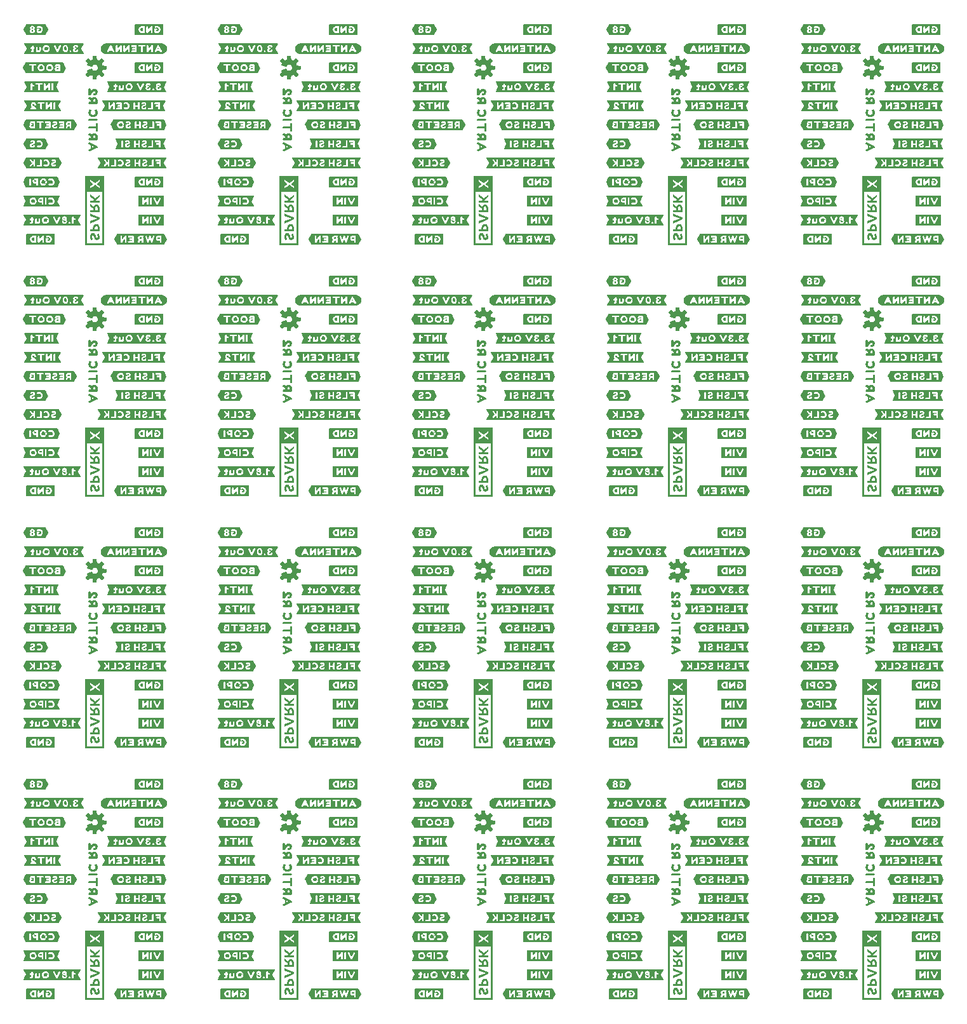
<source format=gbo>
G04 EAGLE Gerber RS-274X export*
G75*
%MOMM*%
%FSLAX34Y34*%
%LPD*%
%INSilkscreen Bottom*%
%IPPOS*%
%AMOC8*
5,1,8,0,0,1.08239X$1,22.5*%
G01*

G36*
X114303Y353047D02*
X114303Y353047D01*
X114297Y353054D01*
X114305Y353060D01*
X114305Y444500D01*
X114269Y444547D01*
X114261Y444542D01*
X114255Y444549D01*
X88945Y444549D01*
X88897Y444513D01*
X88903Y444506D01*
X88895Y444500D01*
X88895Y353060D01*
X88931Y353013D01*
X88939Y353018D01*
X88945Y353011D01*
X114255Y353011D01*
X114303Y353047D01*
G37*
G36*
X891543Y353047D02*
X891543Y353047D01*
X891537Y353054D01*
X891545Y353060D01*
X891545Y444500D01*
X891509Y444547D01*
X891501Y444542D01*
X891495Y444549D01*
X866185Y444549D01*
X866137Y444513D01*
X866143Y444506D01*
X866135Y444500D01*
X866135Y353060D01*
X866171Y353013D01*
X866179Y353018D01*
X866185Y353011D01*
X891495Y353011D01*
X891543Y353047D01*
G37*
G36*
X891543Y1023607D02*
X891543Y1023607D01*
X891537Y1023614D01*
X891545Y1023620D01*
X891545Y1115060D01*
X891509Y1115107D01*
X891501Y1115102D01*
X891495Y1115109D01*
X866185Y1115109D01*
X866137Y1115073D01*
X866143Y1115066D01*
X866135Y1115060D01*
X866135Y1023620D01*
X866171Y1023573D01*
X866179Y1023578D01*
X866185Y1023571D01*
X891495Y1023571D01*
X891543Y1023607D01*
G37*
G36*
X373383Y353047D02*
X373383Y353047D01*
X373377Y353054D01*
X373385Y353060D01*
X373385Y444500D01*
X373349Y444547D01*
X373341Y444542D01*
X373335Y444549D01*
X348025Y444549D01*
X347977Y444513D01*
X347983Y444506D01*
X347975Y444500D01*
X347975Y353060D01*
X348011Y353013D01*
X348019Y353018D01*
X348025Y353011D01*
X373335Y353011D01*
X373383Y353047D01*
G37*
G36*
X1150623Y353047D02*
X1150623Y353047D01*
X1150617Y353054D01*
X1150625Y353060D01*
X1150625Y444500D01*
X1150589Y444547D01*
X1150581Y444542D01*
X1150575Y444549D01*
X1125265Y444549D01*
X1125217Y444513D01*
X1125223Y444506D01*
X1125215Y444500D01*
X1125215Y353060D01*
X1125251Y353013D01*
X1125259Y353018D01*
X1125265Y353011D01*
X1150575Y353011D01*
X1150623Y353047D01*
G37*
G36*
X632463Y353047D02*
X632463Y353047D01*
X632457Y353054D01*
X632465Y353060D01*
X632465Y444500D01*
X632429Y444547D01*
X632421Y444542D01*
X632415Y444549D01*
X607105Y444549D01*
X607057Y444513D01*
X607063Y444506D01*
X607055Y444500D01*
X607055Y353060D01*
X607091Y353013D01*
X607099Y353018D01*
X607105Y353011D01*
X632415Y353011D01*
X632463Y353047D01*
G37*
G36*
X1150623Y17767D02*
X1150623Y17767D01*
X1150617Y17774D01*
X1150625Y17780D01*
X1150625Y109220D01*
X1150589Y109267D01*
X1150581Y109262D01*
X1150575Y109269D01*
X1125265Y109269D01*
X1125217Y109233D01*
X1125223Y109226D01*
X1125215Y109220D01*
X1125215Y17780D01*
X1125251Y17733D01*
X1125259Y17738D01*
X1125265Y17731D01*
X1150575Y17731D01*
X1150623Y17767D01*
G37*
G36*
X88897Y109233D02*
X88897Y109233D01*
X88903Y109226D01*
X88895Y109220D01*
X88895Y17780D01*
X88931Y17733D01*
X88939Y17738D01*
X88945Y17731D01*
X114255Y17731D01*
X114303Y17767D01*
X114297Y17774D01*
X114305Y17780D01*
X114305Y109220D01*
X114269Y109267D01*
X114261Y109262D01*
X114255Y109269D01*
X88945Y109269D01*
X88897Y109233D01*
G37*
G36*
X891543Y17767D02*
X891543Y17767D01*
X891537Y17774D01*
X891545Y17780D01*
X891545Y109220D01*
X891509Y109267D01*
X891501Y109262D01*
X891495Y109269D01*
X866185Y109269D01*
X866137Y109233D01*
X866143Y109226D01*
X866135Y109220D01*
X866135Y17780D01*
X866171Y17733D01*
X866179Y17738D01*
X866185Y17731D01*
X891495Y17731D01*
X891543Y17767D01*
G37*
G36*
X114303Y688327D02*
X114303Y688327D01*
X114297Y688334D01*
X114305Y688340D01*
X114305Y779780D01*
X114269Y779827D01*
X114261Y779822D01*
X114255Y779829D01*
X88945Y779829D01*
X88897Y779793D01*
X88903Y779786D01*
X88895Y779780D01*
X88895Y688340D01*
X88931Y688293D01*
X88939Y688298D01*
X88945Y688291D01*
X114255Y688291D01*
X114303Y688327D01*
G37*
G36*
X632463Y688327D02*
X632463Y688327D01*
X632457Y688334D01*
X632465Y688340D01*
X632465Y779780D01*
X632429Y779827D01*
X632421Y779822D01*
X632415Y779829D01*
X607105Y779829D01*
X607057Y779793D01*
X607063Y779786D01*
X607055Y779780D01*
X607055Y688340D01*
X607091Y688293D01*
X607099Y688298D01*
X607105Y688291D01*
X632415Y688291D01*
X632463Y688327D01*
G37*
G36*
X891543Y688327D02*
X891543Y688327D01*
X891537Y688334D01*
X891545Y688340D01*
X891545Y779780D01*
X891509Y779827D01*
X891501Y779822D01*
X891495Y779829D01*
X866185Y779829D01*
X866137Y779793D01*
X866143Y779786D01*
X866135Y779780D01*
X866135Y688340D01*
X866171Y688293D01*
X866179Y688298D01*
X866185Y688291D01*
X891495Y688291D01*
X891543Y688327D01*
G37*
G36*
X1150623Y688327D02*
X1150623Y688327D01*
X1150617Y688334D01*
X1150625Y688340D01*
X1150625Y779780D01*
X1150589Y779827D01*
X1150581Y779822D01*
X1150575Y779829D01*
X1125265Y779829D01*
X1125217Y779793D01*
X1125223Y779786D01*
X1125215Y779780D01*
X1125215Y688340D01*
X1125251Y688293D01*
X1125259Y688298D01*
X1125265Y688291D01*
X1150575Y688291D01*
X1150623Y688327D01*
G37*
G36*
X373383Y688327D02*
X373383Y688327D01*
X373377Y688334D01*
X373385Y688340D01*
X373385Y779780D01*
X373349Y779827D01*
X373341Y779822D01*
X373335Y779829D01*
X348025Y779829D01*
X347977Y779793D01*
X347983Y779786D01*
X347975Y779780D01*
X347975Y688340D01*
X348011Y688293D01*
X348019Y688298D01*
X348025Y688291D01*
X373335Y688291D01*
X373383Y688327D01*
G37*
G36*
X632463Y1023607D02*
X632463Y1023607D01*
X632457Y1023614D01*
X632465Y1023620D01*
X632465Y1115060D01*
X632429Y1115107D01*
X632421Y1115102D01*
X632415Y1115109D01*
X607105Y1115109D01*
X607057Y1115073D01*
X607063Y1115066D01*
X607055Y1115060D01*
X607055Y1023620D01*
X607091Y1023573D01*
X607099Y1023578D01*
X607105Y1023571D01*
X632415Y1023571D01*
X632463Y1023607D01*
G37*
G36*
X373383Y1023607D02*
X373383Y1023607D01*
X373377Y1023614D01*
X373385Y1023620D01*
X373385Y1115060D01*
X373349Y1115107D01*
X373341Y1115102D01*
X373335Y1115109D01*
X348025Y1115109D01*
X347977Y1115073D01*
X347983Y1115066D01*
X347975Y1115060D01*
X347975Y1023620D01*
X348011Y1023573D01*
X348019Y1023578D01*
X348025Y1023571D01*
X373335Y1023571D01*
X373383Y1023607D01*
G37*
G36*
X1150623Y1023607D02*
X1150623Y1023607D01*
X1150617Y1023614D01*
X1150625Y1023620D01*
X1150625Y1115060D01*
X1150589Y1115107D01*
X1150581Y1115102D01*
X1150575Y1115109D01*
X1125265Y1115109D01*
X1125217Y1115073D01*
X1125223Y1115066D01*
X1125215Y1115060D01*
X1125215Y1023620D01*
X1125251Y1023573D01*
X1125259Y1023578D01*
X1125265Y1023571D01*
X1150575Y1023571D01*
X1150623Y1023607D01*
G37*
G36*
X114303Y1023607D02*
X114303Y1023607D01*
X114297Y1023614D01*
X114305Y1023620D01*
X114305Y1115060D01*
X114269Y1115107D01*
X114261Y1115102D01*
X114255Y1115109D01*
X88945Y1115109D01*
X88897Y1115073D01*
X88903Y1115066D01*
X88895Y1115060D01*
X88895Y1023620D01*
X88931Y1023573D01*
X88939Y1023578D01*
X88945Y1023571D01*
X114255Y1023571D01*
X114303Y1023607D01*
G37*
G36*
X632463Y17767D02*
X632463Y17767D01*
X632457Y17774D01*
X632465Y17780D01*
X632465Y109220D01*
X632429Y109267D01*
X632421Y109262D01*
X632415Y109269D01*
X607105Y109269D01*
X607057Y109233D01*
X607063Y109226D01*
X607055Y109220D01*
X607055Y17780D01*
X607091Y17733D01*
X607099Y17738D01*
X607105Y17731D01*
X632415Y17731D01*
X632463Y17767D01*
G37*
G36*
X373383Y17767D02*
X373383Y17767D01*
X373377Y17774D01*
X373385Y17780D01*
X373385Y109220D01*
X373349Y109267D01*
X373341Y109262D01*
X373335Y109269D01*
X348025Y109269D01*
X347977Y109233D01*
X347983Y109226D01*
X347975Y109220D01*
X347975Y17780D01*
X348011Y17733D01*
X348019Y17738D01*
X348025Y17731D01*
X373335Y17731D01*
X373383Y17767D01*
G37*
%LPC*%
G36*
X350424Y1026019D02*
X350424Y1026019D01*
X350424Y1094583D01*
X370936Y1094583D01*
X370936Y1026019D01*
X350424Y1026019D01*
G37*
%LPD*%
%LPC*%
G36*
X1127664Y1026019D02*
X1127664Y1026019D01*
X1127664Y1094583D01*
X1148176Y1094583D01*
X1148176Y1026019D01*
X1127664Y1026019D01*
G37*
%LPD*%
%LPC*%
G36*
X91344Y1026019D02*
X91344Y1026019D01*
X91344Y1094583D01*
X111856Y1094583D01*
X111856Y1026019D01*
X91344Y1026019D01*
G37*
%LPD*%
%LPC*%
G36*
X350424Y355459D02*
X350424Y355459D01*
X350424Y424023D01*
X370936Y424023D01*
X370936Y355459D01*
X350424Y355459D01*
G37*
%LPD*%
%LPC*%
G36*
X91344Y355459D02*
X91344Y355459D01*
X91344Y424023D01*
X111856Y424023D01*
X111856Y355459D01*
X91344Y355459D01*
G37*
%LPD*%
%LPC*%
G36*
X1127664Y355459D02*
X1127664Y355459D01*
X1127664Y424023D01*
X1148176Y424023D01*
X1148176Y355459D01*
X1127664Y355459D01*
G37*
%LPD*%
%LPC*%
G36*
X868584Y1026019D02*
X868584Y1026019D01*
X868584Y1094583D01*
X889096Y1094583D01*
X889096Y1026019D01*
X868584Y1026019D01*
G37*
%LPD*%
%LPC*%
G36*
X609504Y1026019D02*
X609504Y1026019D01*
X609504Y1094583D01*
X630016Y1094583D01*
X630016Y1026019D01*
X609504Y1026019D01*
G37*
%LPD*%
%LPC*%
G36*
X868584Y355459D02*
X868584Y355459D01*
X868584Y424023D01*
X889096Y424023D01*
X889096Y355459D01*
X868584Y355459D01*
G37*
%LPD*%
%LPC*%
G36*
X1127664Y20179D02*
X1127664Y20179D01*
X1127664Y88743D01*
X1148176Y88743D01*
X1148176Y20179D01*
X1127664Y20179D01*
G37*
%LPD*%
%LPC*%
G36*
X350424Y20179D02*
X350424Y20179D01*
X350424Y88743D01*
X370936Y88743D01*
X370936Y20179D01*
X350424Y20179D01*
G37*
%LPD*%
%LPC*%
G36*
X868584Y20179D02*
X868584Y20179D01*
X868584Y88743D01*
X889096Y88743D01*
X889096Y20179D01*
X868584Y20179D01*
G37*
%LPD*%
%LPC*%
G36*
X609504Y20179D02*
X609504Y20179D01*
X609504Y88743D01*
X630016Y88743D01*
X630016Y20179D01*
X609504Y20179D01*
G37*
%LPD*%
%LPC*%
G36*
X91344Y690739D02*
X91344Y690739D01*
X91344Y759303D01*
X111856Y759303D01*
X111856Y690739D01*
X91344Y690739D01*
G37*
%LPD*%
%LPC*%
G36*
X868584Y690739D02*
X868584Y690739D01*
X868584Y759303D01*
X889096Y759303D01*
X889096Y690739D01*
X868584Y690739D01*
G37*
%LPD*%
%LPC*%
G36*
X350424Y690739D02*
X350424Y690739D01*
X350424Y759303D01*
X370936Y759303D01*
X370936Y690739D01*
X350424Y690739D01*
G37*
%LPD*%
%LPC*%
G36*
X111856Y88743D02*
X111856Y88743D01*
X111856Y20179D01*
X91344Y20179D01*
X91344Y88743D01*
X111856Y88743D01*
G37*
%LPD*%
%LPC*%
G36*
X1127664Y690739D02*
X1127664Y690739D01*
X1127664Y759303D01*
X1148176Y759303D01*
X1148176Y690739D01*
X1127664Y690739D01*
G37*
%LPD*%
%LPC*%
G36*
X609504Y355459D02*
X609504Y355459D01*
X609504Y424023D01*
X630016Y424023D01*
X630016Y355459D01*
X609504Y355459D01*
G37*
%LPD*%
%LPC*%
G36*
X609504Y690739D02*
X609504Y690739D01*
X609504Y759303D01*
X630016Y759303D01*
X630016Y690739D01*
X609504Y690739D01*
G37*
%LPD*%
G36*
X196443Y1126000D02*
X196443Y1126000D01*
X196452Y1125996D01*
X196852Y1126196D01*
X196862Y1126217D01*
X196871Y1126224D01*
X196868Y1126228D01*
X196878Y1126249D01*
X196870Y1126253D01*
X196874Y1126262D01*
X193874Y1132362D01*
X193585Y1132940D01*
X196974Y1139618D01*
X196974Y1139619D01*
X196974Y1139620D01*
X196973Y1139620D01*
X196973Y1139623D01*
X196977Y1139627D01*
X196971Y1139636D01*
X196963Y1139676D01*
X196943Y1139673D01*
X196930Y1139689D01*
X105430Y1139689D01*
X105427Y1139687D01*
X105425Y1139689D01*
X105421Y1139682D01*
X105383Y1139653D01*
X105387Y1139648D01*
X105385Y1139646D01*
X105393Y1139636D01*
X105384Y1139622D01*
X105584Y1139122D01*
X105587Y1139120D01*
X105586Y1139118D01*
X108579Y1133033D01*
X108483Y1132455D01*
X105486Y1126362D01*
X105488Y1126352D01*
X105484Y1126349D01*
X105490Y1126341D01*
X105491Y1126336D01*
X105483Y1126324D01*
X105583Y1126024D01*
X105627Y1125994D01*
X105630Y1125991D01*
X196430Y1125991D01*
X196443Y1126000D01*
G37*
G36*
X455523Y1126000D02*
X455523Y1126000D01*
X455532Y1125996D01*
X455932Y1126196D01*
X455942Y1126217D01*
X455951Y1126224D01*
X455948Y1126228D01*
X455958Y1126249D01*
X455950Y1126253D01*
X455954Y1126262D01*
X452954Y1132362D01*
X452665Y1132940D01*
X456054Y1139618D01*
X456054Y1139619D01*
X456054Y1139620D01*
X456053Y1139620D01*
X456053Y1139623D01*
X456057Y1139627D01*
X456051Y1139636D01*
X456043Y1139676D01*
X456023Y1139673D01*
X456010Y1139689D01*
X364510Y1139689D01*
X364507Y1139687D01*
X364505Y1139689D01*
X364501Y1139682D01*
X364463Y1139653D01*
X364467Y1139648D01*
X364465Y1139646D01*
X364473Y1139636D01*
X364464Y1139622D01*
X364664Y1139122D01*
X364667Y1139120D01*
X364666Y1139118D01*
X367659Y1133033D01*
X367563Y1132455D01*
X364566Y1126362D01*
X364568Y1126352D01*
X364564Y1126349D01*
X364570Y1126341D01*
X364571Y1126336D01*
X364563Y1126324D01*
X364663Y1126024D01*
X364707Y1125994D01*
X364710Y1125991D01*
X455510Y1125991D01*
X455523Y1126000D01*
G37*
G36*
X1232763Y120160D02*
X1232763Y120160D01*
X1232772Y120156D01*
X1233172Y120356D01*
X1233182Y120377D01*
X1233191Y120384D01*
X1233188Y120388D01*
X1233198Y120409D01*
X1233190Y120413D01*
X1233194Y120422D01*
X1230194Y126522D01*
X1229905Y127100D01*
X1233294Y133778D01*
X1233294Y133779D01*
X1233294Y133780D01*
X1233293Y133780D01*
X1233293Y133783D01*
X1233297Y133787D01*
X1233291Y133796D01*
X1233283Y133836D01*
X1233263Y133833D01*
X1233250Y133849D01*
X1141750Y133849D01*
X1141747Y133847D01*
X1141745Y133849D01*
X1141741Y133842D01*
X1141703Y133813D01*
X1141707Y133808D01*
X1141705Y133806D01*
X1141713Y133796D01*
X1141704Y133782D01*
X1141904Y133282D01*
X1141907Y133280D01*
X1141906Y133278D01*
X1144899Y127193D01*
X1144803Y126615D01*
X1141806Y120522D01*
X1141808Y120512D01*
X1141804Y120509D01*
X1141810Y120501D01*
X1141811Y120496D01*
X1141803Y120484D01*
X1141903Y120184D01*
X1141947Y120154D01*
X1141950Y120151D01*
X1232750Y120151D01*
X1232763Y120160D01*
G37*
G36*
X973683Y120160D02*
X973683Y120160D01*
X973692Y120156D01*
X974092Y120356D01*
X974102Y120377D01*
X974111Y120384D01*
X974108Y120388D01*
X974118Y120409D01*
X974110Y120413D01*
X974114Y120422D01*
X971114Y126522D01*
X970825Y127100D01*
X974214Y133778D01*
X974214Y133779D01*
X974214Y133780D01*
X974213Y133780D01*
X974213Y133783D01*
X974217Y133787D01*
X974211Y133796D01*
X974203Y133836D01*
X974183Y133833D01*
X974170Y133849D01*
X882670Y133849D01*
X882667Y133847D01*
X882665Y133849D01*
X882661Y133842D01*
X882623Y133813D01*
X882627Y133808D01*
X882625Y133806D01*
X882633Y133796D01*
X882624Y133782D01*
X882824Y133282D01*
X882827Y133280D01*
X882826Y133278D01*
X885819Y127193D01*
X885723Y126615D01*
X882726Y120522D01*
X882728Y120512D01*
X882724Y120509D01*
X882730Y120501D01*
X882731Y120496D01*
X882723Y120484D01*
X882823Y120184D01*
X882867Y120154D01*
X882870Y120151D01*
X973670Y120151D01*
X973683Y120160D01*
G37*
G36*
X714603Y120160D02*
X714603Y120160D01*
X714612Y120156D01*
X715012Y120356D01*
X715022Y120377D01*
X715031Y120384D01*
X715028Y120388D01*
X715038Y120409D01*
X715030Y120413D01*
X715034Y120422D01*
X712034Y126522D01*
X711745Y127100D01*
X715134Y133778D01*
X715134Y133779D01*
X715134Y133780D01*
X715133Y133780D01*
X715133Y133783D01*
X715137Y133787D01*
X715131Y133796D01*
X715123Y133836D01*
X715103Y133833D01*
X715090Y133849D01*
X623590Y133849D01*
X623587Y133847D01*
X623585Y133849D01*
X623581Y133842D01*
X623543Y133813D01*
X623547Y133808D01*
X623545Y133806D01*
X623553Y133796D01*
X623544Y133782D01*
X623744Y133282D01*
X623747Y133280D01*
X623746Y133278D01*
X626739Y127193D01*
X626643Y126615D01*
X623646Y120522D01*
X623648Y120512D01*
X623644Y120509D01*
X623650Y120501D01*
X623651Y120496D01*
X623643Y120484D01*
X623743Y120184D01*
X623787Y120154D01*
X623790Y120151D01*
X714590Y120151D01*
X714603Y120160D01*
G37*
G36*
X973683Y790720D02*
X973683Y790720D01*
X973692Y790716D01*
X974092Y790916D01*
X974102Y790937D01*
X974111Y790944D01*
X974108Y790948D01*
X974118Y790969D01*
X974110Y790973D01*
X974114Y790982D01*
X971114Y797082D01*
X970825Y797660D01*
X974214Y804338D01*
X974214Y804339D01*
X974214Y804340D01*
X974213Y804340D01*
X974213Y804343D01*
X974217Y804347D01*
X974211Y804356D01*
X974203Y804396D01*
X974183Y804393D01*
X974170Y804409D01*
X882670Y804409D01*
X882667Y804407D01*
X882665Y804409D01*
X882661Y804402D01*
X882623Y804373D01*
X882627Y804368D01*
X882625Y804366D01*
X882633Y804356D01*
X882624Y804342D01*
X882824Y803842D01*
X882827Y803840D01*
X882826Y803838D01*
X885819Y797753D01*
X885723Y797175D01*
X882726Y791082D01*
X882728Y791072D01*
X882724Y791069D01*
X882730Y791061D01*
X882731Y791056D01*
X882723Y791044D01*
X882823Y790744D01*
X882867Y790714D01*
X882870Y790711D01*
X973670Y790711D01*
X973683Y790720D01*
G37*
G36*
X714603Y790720D02*
X714603Y790720D01*
X714612Y790716D01*
X715012Y790916D01*
X715022Y790937D01*
X715031Y790944D01*
X715028Y790948D01*
X715038Y790969D01*
X715030Y790973D01*
X715034Y790982D01*
X712034Y797082D01*
X711745Y797660D01*
X715134Y804338D01*
X715134Y804339D01*
X715134Y804340D01*
X715133Y804340D01*
X715133Y804343D01*
X715137Y804347D01*
X715131Y804356D01*
X715123Y804396D01*
X715103Y804393D01*
X715090Y804409D01*
X623590Y804409D01*
X623587Y804407D01*
X623585Y804409D01*
X623581Y804402D01*
X623543Y804373D01*
X623547Y804368D01*
X623545Y804366D01*
X623553Y804356D01*
X623544Y804342D01*
X623744Y803842D01*
X623747Y803840D01*
X623746Y803838D01*
X626739Y797753D01*
X626643Y797175D01*
X623646Y791082D01*
X623648Y791072D01*
X623644Y791069D01*
X623650Y791061D01*
X623651Y791056D01*
X623643Y791044D01*
X623743Y790744D01*
X623787Y790714D01*
X623790Y790711D01*
X714590Y790711D01*
X714603Y790720D01*
G37*
G36*
X455523Y790720D02*
X455523Y790720D01*
X455532Y790716D01*
X455932Y790916D01*
X455942Y790937D01*
X455951Y790944D01*
X455948Y790948D01*
X455958Y790969D01*
X455950Y790973D01*
X455954Y790982D01*
X452954Y797082D01*
X452665Y797660D01*
X456054Y804338D01*
X456054Y804339D01*
X456054Y804340D01*
X456053Y804340D01*
X456053Y804343D01*
X456057Y804347D01*
X456051Y804356D01*
X456043Y804396D01*
X456023Y804393D01*
X456010Y804409D01*
X364510Y804409D01*
X364507Y804407D01*
X364505Y804409D01*
X364501Y804402D01*
X364463Y804373D01*
X364467Y804368D01*
X364465Y804366D01*
X364473Y804356D01*
X364464Y804342D01*
X364664Y803842D01*
X364667Y803840D01*
X364666Y803838D01*
X367659Y797753D01*
X367563Y797175D01*
X364566Y791082D01*
X364568Y791072D01*
X364564Y791069D01*
X364570Y791061D01*
X364571Y791056D01*
X364563Y791044D01*
X364663Y790744D01*
X364707Y790714D01*
X364710Y790711D01*
X455510Y790711D01*
X455523Y790720D01*
G37*
G36*
X1232763Y790720D02*
X1232763Y790720D01*
X1232772Y790716D01*
X1233172Y790916D01*
X1233182Y790937D01*
X1233191Y790944D01*
X1233188Y790948D01*
X1233198Y790969D01*
X1233190Y790973D01*
X1233194Y790982D01*
X1230194Y797082D01*
X1229905Y797660D01*
X1233294Y804338D01*
X1233294Y804339D01*
X1233294Y804340D01*
X1233293Y804340D01*
X1233293Y804343D01*
X1233297Y804347D01*
X1233291Y804356D01*
X1233283Y804396D01*
X1233263Y804393D01*
X1233250Y804409D01*
X1141750Y804409D01*
X1141747Y804407D01*
X1141745Y804409D01*
X1141741Y804402D01*
X1141703Y804373D01*
X1141707Y804368D01*
X1141705Y804366D01*
X1141713Y804356D01*
X1141704Y804342D01*
X1141904Y803842D01*
X1141907Y803840D01*
X1141906Y803838D01*
X1144899Y797753D01*
X1144803Y797175D01*
X1141806Y791082D01*
X1141808Y791072D01*
X1141804Y791069D01*
X1141810Y791061D01*
X1141811Y791056D01*
X1141803Y791044D01*
X1141903Y790744D01*
X1141947Y790714D01*
X1141950Y790711D01*
X1232750Y790711D01*
X1232763Y790720D01*
G37*
G36*
X196443Y790720D02*
X196443Y790720D01*
X196452Y790716D01*
X196852Y790916D01*
X196862Y790937D01*
X196871Y790944D01*
X196868Y790948D01*
X196878Y790969D01*
X196870Y790973D01*
X196874Y790982D01*
X193874Y797082D01*
X193585Y797660D01*
X196974Y804338D01*
X196974Y804339D01*
X196974Y804340D01*
X196973Y804340D01*
X196973Y804343D01*
X196977Y804347D01*
X196971Y804356D01*
X196963Y804396D01*
X196943Y804393D01*
X196930Y804409D01*
X105430Y804409D01*
X105427Y804407D01*
X105425Y804409D01*
X105421Y804402D01*
X105383Y804373D01*
X105387Y804368D01*
X105385Y804366D01*
X105393Y804356D01*
X105384Y804342D01*
X105584Y803842D01*
X105587Y803840D01*
X105586Y803838D01*
X108579Y797753D01*
X108483Y797175D01*
X105486Y791082D01*
X105488Y791072D01*
X105484Y791069D01*
X105490Y791061D01*
X105491Y791056D01*
X105483Y791044D01*
X105583Y790744D01*
X105627Y790714D01*
X105630Y790711D01*
X196430Y790711D01*
X196443Y790720D01*
G37*
G36*
X455523Y120160D02*
X455523Y120160D01*
X455532Y120156D01*
X455932Y120356D01*
X455942Y120377D01*
X455951Y120384D01*
X455948Y120388D01*
X455958Y120409D01*
X455950Y120413D01*
X455954Y120422D01*
X452954Y126522D01*
X452665Y127100D01*
X456054Y133778D01*
X456054Y133779D01*
X456054Y133780D01*
X456053Y133780D01*
X456053Y133783D01*
X456057Y133787D01*
X456051Y133796D01*
X456043Y133836D01*
X456023Y133833D01*
X456010Y133849D01*
X364510Y133849D01*
X364507Y133847D01*
X364505Y133849D01*
X364501Y133842D01*
X364463Y133813D01*
X364467Y133808D01*
X364465Y133806D01*
X364473Y133796D01*
X364464Y133782D01*
X364664Y133282D01*
X364667Y133280D01*
X364666Y133278D01*
X367659Y127193D01*
X367563Y126615D01*
X364566Y120522D01*
X364568Y120512D01*
X364564Y120509D01*
X364570Y120501D01*
X364571Y120496D01*
X364563Y120484D01*
X364663Y120184D01*
X364707Y120154D01*
X364710Y120151D01*
X455510Y120151D01*
X455523Y120160D01*
G37*
G36*
X973683Y1126000D02*
X973683Y1126000D01*
X973692Y1125996D01*
X974092Y1126196D01*
X974102Y1126217D01*
X974111Y1126224D01*
X974108Y1126228D01*
X974118Y1126249D01*
X974110Y1126253D01*
X974114Y1126262D01*
X971114Y1132362D01*
X970825Y1132940D01*
X974214Y1139618D01*
X974214Y1139619D01*
X974214Y1139620D01*
X974213Y1139620D01*
X974213Y1139623D01*
X974217Y1139627D01*
X974211Y1139636D01*
X974203Y1139676D01*
X974183Y1139673D01*
X974170Y1139689D01*
X882670Y1139689D01*
X882667Y1139687D01*
X882665Y1139689D01*
X882661Y1139682D01*
X882623Y1139653D01*
X882627Y1139648D01*
X882625Y1139646D01*
X882633Y1139636D01*
X882624Y1139622D01*
X882824Y1139122D01*
X882827Y1139120D01*
X882826Y1139118D01*
X885819Y1133033D01*
X885723Y1132455D01*
X882726Y1126362D01*
X882728Y1126352D01*
X882724Y1126349D01*
X882730Y1126341D01*
X882731Y1126336D01*
X882723Y1126324D01*
X882823Y1126024D01*
X882867Y1125994D01*
X882870Y1125991D01*
X973670Y1125991D01*
X973683Y1126000D01*
G37*
G36*
X714603Y1126000D02*
X714603Y1126000D01*
X714612Y1125996D01*
X715012Y1126196D01*
X715022Y1126217D01*
X715031Y1126224D01*
X715028Y1126228D01*
X715038Y1126249D01*
X715030Y1126253D01*
X715034Y1126262D01*
X712034Y1132362D01*
X711745Y1132940D01*
X715134Y1139618D01*
X715134Y1139619D01*
X715134Y1139620D01*
X715133Y1139620D01*
X715133Y1139623D01*
X715137Y1139627D01*
X715131Y1139636D01*
X715123Y1139676D01*
X715103Y1139673D01*
X715090Y1139689D01*
X623590Y1139689D01*
X623587Y1139687D01*
X623585Y1139689D01*
X623581Y1139682D01*
X623543Y1139653D01*
X623547Y1139648D01*
X623545Y1139646D01*
X623553Y1139636D01*
X623544Y1139622D01*
X623744Y1139122D01*
X623747Y1139120D01*
X623746Y1139118D01*
X626739Y1133033D01*
X626643Y1132455D01*
X623646Y1126362D01*
X623648Y1126352D01*
X623644Y1126349D01*
X623650Y1126341D01*
X623651Y1126336D01*
X623643Y1126324D01*
X623743Y1126024D01*
X623787Y1125994D01*
X623790Y1125991D01*
X714590Y1125991D01*
X714603Y1126000D01*
G37*
G36*
X196443Y120160D02*
X196443Y120160D01*
X196452Y120156D01*
X196852Y120356D01*
X196862Y120377D01*
X196871Y120384D01*
X196868Y120388D01*
X196878Y120409D01*
X196870Y120413D01*
X196874Y120422D01*
X193874Y126522D01*
X193585Y127100D01*
X196974Y133778D01*
X196974Y133779D01*
X196974Y133780D01*
X196973Y133780D01*
X196973Y133783D01*
X196977Y133787D01*
X196971Y133796D01*
X196963Y133836D01*
X196943Y133833D01*
X196930Y133849D01*
X105430Y133849D01*
X105427Y133847D01*
X105425Y133849D01*
X105421Y133842D01*
X105383Y133813D01*
X105387Y133808D01*
X105385Y133806D01*
X105393Y133796D01*
X105384Y133782D01*
X105584Y133282D01*
X105587Y133280D01*
X105586Y133278D01*
X108579Y127193D01*
X108483Y126615D01*
X105486Y120522D01*
X105488Y120512D01*
X105484Y120509D01*
X105490Y120501D01*
X105491Y120496D01*
X105483Y120484D01*
X105583Y120184D01*
X105627Y120154D01*
X105630Y120151D01*
X196430Y120151D01*
X196443Y120160D01*
G37*
G36*
X1232763Y1126000D02*
X1232763Y1126000D01*
X1232772Y1125996D01*
X1233172Y1126196D01*
X1233182Y1126217D01*
X1233191Y1126224D01*
X1233188Y1126228D01*
X1233198Y1126249D01*
X1233190Y1126253D01*
X1233194Y1126262D01*
X1230194Y1132362D01*
X1229905Y1132940D01*
X1233294Y1139618D01*
X1233294Y1139619D01*
X1233294Y1139620D01*
X1233293Y1139620D01*
X1233293Y1139623D01*
X1233297Y1139627D01*
X1233291Y1139636D01*
X1233283Y1139676D01*
X1233263Y1139673D01*
X1233250Y1139689D01*
X1141750Y1139689D01*
X1141747Y1139687D01*
X1141745Y1139689D01*
X1141741Y1139682D01*
X1141703Y1139653D01*
X1141707Y1139648D01*
X1141705Y1139646D01*
X1141713Y1139636D01*
X1141704Y1139622D01*
X1141904Y1139122D01*
X1141907Y1139120D01*
X1141906Y1139118D01*
X1144899Y1133033D01*
X1144803Y1132455D01*
X1141806Y1126362D01*
X1141808Y1126352D01*
X1141804Y1126349D01*
X1141810Y1126341D01*
X1141811Y1126336D01*
X1141803Y1126324D01*
X1141903Y1126024D01*
X1141947Y1125994D01*
X1141950Y1125991D01*
X1232750Y1125991D01*
X1232763Y1126000D01*
G37*
G36*
X1232763Y455440D02*
X1232763Y455440D01*
X1232772Y455436D01*
X1233172Y455636D01*
X1233182Y455657D01*
X1233191Y455664D01*
X1233188Y455668D01*
X1233198Y455689D01*
X1233190Y455693D01*
X1233194Y455702D01*
X1230194Y461802D01*
X1229905Y462380D01*
X1233294Y469058D01*
X1233294Y469059D01*
X1233294Y469060D01*
X1233293Y469060D01*
X1233293Y469063D01*
X1233297Y469067D01*
X1233291Y469076D01*
X1233283Y469116D01*
X1233263Y469113D01*
X1233250Y469129D01*
X1141750Y469129D01*
X1141747Y469127D01*
X1141745Y469129D01*
X1141741Y469122D01*
X1141703Y469093D01*
X1141707Y469088D01*
X1141705Y469086D01*
X1141713Y469076D01*
X1141704Y469062D01*
X1141904Y468562D01*
X1141907Y468560D01*
X1141906Y468558D01*
X1144899Y462473D01*
X1144803Y461895D01*
X1141806Y455802D01*
X1141808Y455792D01*
X1141804Y455789D01*
X1141810Y455781D01*
X1141811Y455776D01*
X1141803Y455764D01*
X1141903Y455464D01*
X1141947Y455434D01*
X1141950Y455431D01*
X1232750Y455431D01*
X1232763Y455440D01*
G37*
G36*
X196443Y455440D02*
X196443Y455440D01*
X196452Y455436D01*
X196852Y455636D01*
X196862Y455657D01*
X196871Y455664D01*
X196868Y455668D01*
X196878Y455689D01*
X196870Y455693D01*
X196874Y455702D01*
X193874Y461802D01*
X193585Y462380D01*
X196974Y469058D01*
X196974Y469059D01*
X196974Y469060D01*
X196973Y469060D01*
X196973Y469063D01*
X196977Y469067D01*
X196971Y469076D01*
X196963Y469116D01*
X196943Y469113D01*
X196930Y469129D01*
X105430Y469129D01*
X105427Y469127D01*
X105425Y469129D01*
X105421Y469122D01*
X105383Y469093D01*
X105387Y469088D01*
X105385Y469086D01*
X105393Y469076D01*
X105384Y469062D01*
X105584Y468562D01*
X105587Y468560D01*
X105586Y468558D01*
X108579Y462473D01*
X108483Y461895D01*
X105486Y455802D01*
X105488Y455792D01*
X105484Y455789D01*
X105490Y455781D01*
X105491Y455776D01*
X105483Y455764D01*
X105583Y455464D01*
X105627Y455434D01*
X105630Y455431D01*
X196430Y455431D01*
X196443Y455440D01*
G37*
G36*
X973683Y455440D02*
X973683Y455440D01*
X973692Y455436D01*
X974092Y455636D01*
X974102Y455657D01*
X974111Y455664D01*
X974108Y455668D01*
X974118Y455689D01*
X974110Y455693D01*
X974114Y455702D01*
X971114Y461802D01*
X970825Y462380D01*
X974214Y469058D01*
X974214Y469059D01*
X974214Y469060D01*
X974213Y469060D01*
X974213Y469063D01*
X974217Y469067D01*
X974211Y469076D01*
X974203Y469116D01*
X974183Y469113D01*
X974170Y469129D01*
X882670Y469129D01*
X882667Y469127D01*
X882665Y469129D01*
X882661Y469122D01*
X882623Y469093D01*
X882627Y469088D01*
X882625Y469086D01*
X882633Y469076D01*
X882624Y469062D01*
X882824Y468562D01*
X882827Y468560D01*
X882826Y468558D01*
X885819Y462473D01*
X885723Y461895D01*
X882726Y455802D01*
X882728Y455792D01*
X882724Y455789D01*
X882730Y455781D01*
X882731Y455776D01*
X882723Y455764D01*
X882823Y455464D01*
X882867Y455434D01*
X882870Y455431D01*
X973670Y455431D01*
X973683Y455440D01*
G37*
G36*
X714603Y455440D02*
X714603Y455440D01*
X714612Y455436D01*
X715012Y455636D01*
X715022Y455657D01*
X715031Y455664D01*
X715028Y455668D01*
X715038Y455689D01*
X715030Y455693D01*
X715034Y455702D01*
X712034Y461802D01*
X711745Y462380D01*
X715134Y469058D01*
X715134Y469059D01*
X715134Y469060D01*
X715133Y469060D01*
X715133Y469063D01*
X715137Y469067D01*
X715131Y469076D01*
X715123Y469116D01*
X715103Y469113D01*
X715090Y469129D01*
X623590Y469129D01*
X623587Y469127D01*
X623585Y469129D01*
X623581Y469122D01*
X623543Y469093D01*
X623547Y469088D01*
X623545Y469086D01*
X623553Y469076D01*
X623544Y469062D01*
X623744Y468562D01*
X623747Y468560D01*
X623746Y468558D01*
X626739Y462473D01*
X626643Y461895D01*
X623646Y455802D01*
X623648Y455792D01*
X623644Y455789D01*
X623650Y455781D01*
X623651Y455776D01*
X623643Y455764D01*
X623743Y455464D01*
X623787Y455434D01*
X623790Y455431D01*
X714590Y455431D01*
X714603Y455440D01*
G37*
G36*
X455523Y455440D02*
X455523Y455440D01*
X455532Y455436D01*
X455932Y455636D01*
X455942Y455657D01*
X455951Y455664D01*
X455948Y455668D01*
X455958Y455689D01*
X455950Y455693D01*
X455954Y455702D01*
X452954Y461802D01*
X452665Y462380D01*
X456054Y469058D01*
X456054Y469059D01*
X456054Y469060D01*
X456053Y469060D01*
X456053Y469063D01*
X456057Y469067D01*
X456051Y469076D01*
X456043Y469116D01*
X456023Y469113D01*
X456010Y469129D01*
X364510Y469129D01*
X364507Y469127D01*
X364505Y469129D01*
X364501Y469122D01*
X364463Y469093D01*
X364467Y469088D01*
X364465Y469086D01*
X364473Y469076D01*
X364464Y469062D01*
X364664Y468562D01*
X364667Y468560D01*
X364666Y468558D01*
X367659Y462473D01*
X367563Y461895D01*
X364566Y455802D01*
X364568Y455792D01*
X364564Y455789D01*
X364570Y455781D01*
X364571Y455776D01*
X364563Y455764D01*
X364663Y455464D01*
X364707Y455434D01*
X364710Y455431D01*
X455510Y455431D01*
X455523Y455440D01*
G37*
G36*
X1227895Y272554D02*
X1227895Y272554D01*
X1227898Y272551D01*
X1228498Y272651D01*
X1228501Y272655D01*
X1228504Y272653D01*
X1229204Y272853D01*
X1229205Y272854D01*
X1229206Y272853D01*
X1229805Y273053D01*
X1230504Y273253D01*
X1230510Y273262D01*
X1230517Y273259D01*
X1231117Y273659D01*
X1231118Y273662D01*
X1231121Y273662D01*
X1232121Y274462D01*
X1232122Y274466D01*
X1232125Y274465D01*
X1232625Y274965D01*
X1232625Y274969D01*
X1232628Y274969D01*
X1233028Y275469D01*
X1233029Y275477D01*
X1233034Y275478D01*
X1233634Y276678D01*
X1233634Y276680D01*
X1233635Y276681D01*
X1233935Y277381D01*
X1233935Y277384D01*
X1233937Y277384D01*
X1234137Y277984D01*
X1234135Y277991D01*
X1234139Y277993D01*
X1234239Y278693D01*
X1234236Y278698D01*
X1234239Y278700D01*
X1234239Y280000D01*
X1234236Y280004D01*
X1234239Y280007D01*
X1234139Y280707D01*
X1234135Y280711D01*
X1234137Y280714D01*
X1233937Y281414D01*
X1233936Y281415D01*
X1233937Y281416D01*
X1233737Y282016D01*
X1233732Y282019D01*
X1233734Y282022D01*
X1233434Y282622D01*
X1233430Y282624D01*
X1233431Y282627D01*
X1233031Y283227D01*
X1233028Y283228D01*
X1233028Y283231D01*
X1232228Y284231D01*
X1232224Y284232D01*
X1232225Y284235D01*
X1231725Y284735D01*
X1231718Y284736D01*
X1231717Y284741D01*
X1231117Y285141D01*
X1231113Y285141D01*
X1231112Y285144D01*
X1229912Y285744D01*
X1229907Y285743D01*
X1229906Y285747D01*
X1229306Y285947D01*
X1229304Y285946D01*
X1229304Y285947D01*
X1228604Y286147D01*
X1228599Y286146D01*
X1228597Y286149D01*
X1227897Y286249D01*
X1227892Y286246D01*
X1227890Y286249D01*
X1152190Y286249D01*
X1152186Y286246D01*
X1152183Y286249D01*
X1151483Y286149D01*
X1151482Y286148D01*
X1151482Y286149D01*
X1150882Y286049D01*
X1150879Y286045D01*
X1150876Y286047D01*
X1150176Y285847D01*
X1150172Y285842D01*
X1150168Y285844D01*
X1148968Y285244D01*
X1148965Y285237D01*
X1148959Y285238D01*
X1148459Y284838D01*
X1148458Y284838D01*
X1147858Y284338D01*
X1147858Y284334D01*
X1147855Y284335D01*
X1147455Y283935D01*
X1147454Y283928D01*
X1147449Y283927D01*
X1147050Y283329D01*
X1146652Y282831D01*
X1146651Y282821D01*
X1146645Y282819D01*
X1146345Y282121D01*
X1146046Y281522D01*
X1146048Y281512D01*
X1146041Y281508D01*
X1145941Y280908D01*
X1145942Y280907D01*
X1145941Y280907D01*
X1145741Y279507D01*
X1145744Y279502D01*
X1145741Y279500D01*
X1145741Y278800D01*
X1145744Y278795D01*
X1145741Y278792D01*
X1145841Y278192D01*
X1145845Y278189D01*
X1145843Y278186D01*
X1146043Y277486D01*
X1146044Y277485D01*
X1146043Y277484D01*
X1146243Y276884D01*
X1146248Y276881D01*
X1146246Y276878D01*
X1146846Y275678D01*
X1146850Y275676D01*
X1146849Y275673D01*
X1147249Y275073D01*
X1147256Y275070D01*
X1147255Y275065D01*
X1147755Y274565D01*
X1147759Y274565D01*
X1147759Y274562D01*
X1148759Y273762D01*
X1148763Y273761D01*
X1148763Y273759D01*
X1149363Y273359D01*
X1149367Y273359D01*
X1149368Y273356D01*
X1149968Y273056D01*
X1149975Y273057D01*
X1149976Y273053D01*
X1150675Y272853D01*
X1151274Y272653D01*
X1151285Y272657D01*
X1151290Y272651D01*
X1151987Y272651D01*
X1152683Y272551D01*
X1152688Y272554D01*
X1152690Y272551D01*
X1227890Y272551D01*
X1227895Y272554D01*
G37*
G36*
X450655Y272554D02*
X450655Y272554D01*
X450658Y272551D01*
X451258Y272651D01*
X451261Y272655D01*
X451264Y272653D01*
X451964Y272853D01*
X451965Y272854D01*
X451966Y272853D01*
X452565Y273053D01*
X453264Y273253D01*
X453270Y273262D01*
X453277Y273259D01*
X453877Y273659D01*
X453878Y273662D01*
X453881Y273662D01*
X454881Y274462D01*
X454882Y274466D01*
X454885Y274465D01*
X455385Y274965D01*
X455385Y274969D01*
X455388Y274969D01*
X455788Y275469D01*
X455789Y275477D01*
X455794Y275478D01*
X456394Y276678D01*
X456394Y276680D01*
X456395Y276681D01*
X456695Y277381D01*
X456695Y277384D01*
X456697Y277384D01*
X456897Y277984D01*
X456895Y277991D01*
X456899Y277993D01*
X456999Y278693D01*
X456996Y278698D01*
X456999Y278700D01*
X456999Y280000D01*
X456996Y280004D01*
X456999Y280007D01*
X456899Y280707D01*
X456895Y280711D01*
X456897Y280714D01*
X456697Y281414D01*
X456696Y281415D01*
X456697Y281416D01*
X456497Y282016D01*
X456492Y282019D01*
X456494Y282022D01*
X456194Y282622D01*
X456190Y282624D01*
X456191Y282627D01*
X455791Y283227D01*
X455788Y283228D01*
X455788Y283231D01*
X454988Y284231D01*
X454984Y284232D01*
X454985Y284235D01*
X454485Y284735D01*
X454478Y284736D01*
X454477Y284741D01*
X453877Y285141D01*
X453873Y285141D01*
X453872Y285144D01*
X452672Y285744D01*
X452667Y285743D01*
X452666Y285747D01*
X452066Y285947D01*
X452064Y285946D01*
X452064Y285947D01*
X451364Y286147D01*
X451359Y286146D01*
X451357Y286149D01*
X450657Y286249D01*
X450652Y286246D01*
X450650Y286249D01*
X374950Y286249D01*
X374946Y286246D01*
X374943Y286249D01*
X374243Y286149D01*
X374242Y286148D01*
X374242Y286149D01*
X373642Y286049D01*
X373639Y286045D01*
X373636Y286047D01*
X372936Y285847D01*
X372932Y285842D01*
X372928Y285844D01*
X371728Y285244D01*
X371725Y285237D01*
X371719Y285238D01*
X371219Y284838D01*
X371218Y284838D01*
X370618Y284338D01*
X370618Y284334D01*
X370615Y284335D01*
X370215Y283935D01*
X370214Y283928D01*
X370209Y283927D01*
X369810Y283329D01*
X369412Y282831D01*
X369411Y282821D01*
X369405Y282819D01*
X369105Y282121D01*
X368806Y281522D01*
X368808Y281512D01*
X368801Y281508D01*
X368701Y280908D01*
X368702Y280907D01*
X368701Y280907D01*
X368501Y279507D01*
X368504Y279502D01*
X368501Y279500D01*
X368501Y278800D01*
X368504Y278795D01*
X368501Y278792D01*
X368601Y278192D01*
X368605Y278189D01*
X368603Y278186D01*
X368803Y277486D01*
X368804Y277485D01*
X368803Y277484D01*
X369003Y276884D01*
X369008Y276881D01*
X369006Y276878D01*
X369606Y275678D01*
X369610Y275676D01*
X369609Y275673D01*
X370009Y275073D01*
X370016Y275070D01*
X370015Y275065D01*
X370515Y274565D01*
X370519Y274565D01*
X370519Y274562D01*
X371519Y273762D01*
X371523Y273761D01*
X371523Y273759D01*
X372123Y273359D01*
X372127Y273359D01*
X372128Y273356D01*
X372728Y273056D01*
X372735Y273057D01*
X372736Y273053D01*
X373435Y272853D01*
X374034Y272653D01*
X374045Y272657D01*
X374050Y272651D01*
X374747Y272651D01*
X375443Y272551D01*
X375448Y272554D01*
X375450Y272551D01*
X450650Y272551D01*
X450655Y272554D01*
G37*
G36*
X450655Y607834D02*
X450655Y607834D01*
X450658Y607831D01*
X451258Y607931D01*
X451261Y607935D01*
X451264Y607933D01*
X451964Y608133D01*
X451965Y608134D01*
X451966Y608133D01*
X452565Y608333D01*
X453264Y608533D01*
X453270Y608542D01*
X453277Y608539D01*
X453877Y608939D01*
X453878Y608942D01*
X453881Y608942D01*
X454881Y609742D01*
X454882Y609746D01*
X454885Y609745D01*
X455385Y610245D01*
X455385Y610249D01*
X455388Y610249D01*
X455788Y610749D01*
X455789Y610757D01*
X455794Y610758D01*
X456394Y611958D01*
X456394Y611960D01*
X456395Y611961D01*
X456695Y612661D01*
X456695Y612664D01*
X456697Y612664D01*
X456897Y613264D01*
X456895Y613271D01*
X456899Y613273D01*
X456999Y613973D01*
X456996Y613978D01*
X456999Y613980D01*
X456999Y615280D01*
X456996Y615284D01*
X456999Y615287D01*
X456899Y615987D01*
X456895Y615991D01*
X456897Y615994D01*
X456697Y616694D01*
X456696Y616695D01*
X456697Y616696D01*
X456497Y617296D01*
X456492Y617299D01*
X456494Y617302D01*
X456194Y617902D01*
X456190Y617904D01*
X456191Y617907D01*
X455791Y618507D01*
X455788Y618508D01*
X455788Y618511D01*
X454988Y619511D01*
X454984Y619512D01*
X454985Y619515D01*
X454485Y620015D01*
X454478Y620016D01*
X454477Y620021D01*
X453877Y620421D01*
X453873Y620421D01*
X453872Y620424D01*
X452672Y621024D01*
X452667Y621023D01*
X452666Y621027D01*
X452066Y621227D01*
X452064Y621226D01*
X452064Y621227D01*
X451364Y621427D01*
X451359Y621426D01*
X451357Y621429D01*
X450657Y621529D01*
X450652Y621526D01*
X450650Y621529D01*
X374950Y621529D01*
X374946Y621526D01*
X374943Y621529D01*
X374243Y621429D01*
X374242Y621428D01*
X374242Y621429D01*
X373642Y621329D01*
X373639Y621325D01*
X373636Y621327D01*
X372936Y621127D01*
X372932Y621122D01*
X372928Y621124D01*
X371728Y620524D01*
X371725Y620517D01*
X371719Y620518D01*
X371219Y620118D01*
X371218Y620118D01*
X370618Y619618D01*
X370618Y619614D01*
X370615Y619615D01*
X370215Y619215D01*
X370214Y619208D01*
X370209Y619207D01*
X369810Y618609D01*
X369412Y618111D01*
X369411Y618101D01*
X369405Y618099D01*
X369105Y617401D01*
X368806Y616802D01*
X368808Y616792D01*
X368801Y616788D01*
X368701Y616188D01*
X368702Y616187D01*
X368701Y616187D01*
X368501Y614787D01*
X368504Y614782D01*
X368501Y614780D01*
X368501Y614080D01*
X368504Y614075D01*
X368501Y614072D01*
X368601Y613472D01*
X368605Y613469D01*
X368603Y613466D01*
X368803Y612766D01*
X368804Y612765D01*
X368803Y612764D01*
X369003Y612164D01*
X369008Y612161D01*
X369006Y612158D01*
X369606Y610958D01*
X369610Y610956D01*
X369609Y610953D01*
X370009Y610353D01*
X370016Y610350D01*
X370015Y610345D01*
X370515Y609845D01*
X370519Y609845D01*
X370519Y609842D01*
X371519Y609042D01*
X371523Y609041D01*
X371523Y609039D01*
X372123Y608639D01*
X372127Y608639D01*
X372128Y608636D01*
X372728Y608336D01*
X372735Y608337D01*
X372736Y608333D01*
X373435Y608133D01*
X374034Y607933D01*
X374045Y607937D01*
X374050Y607931D01*
X374747Y607931D01*
X375443Y607831D01*
X375448Y607834D01*
X375450Y607831D01*
X450650Y607831D01*
X450655Y607834D01*
G37*
G36*
X1227895Y607834D02*
X1227895Y607834D01*
X1227898Y607831D01*
X1228498Y607931D01*
X1228501Y607935D01*
X1228504Y607933D01*
X1229204Y608133D01*
X1229205Y608134D01*
X1229206Y608133D01*
X1229805Y608333D01*
X1230504Y608533D01*
X1230510Y608542D01*
X1230517Y608539D01*
X1231117Y608939D01*
X1231118Y608942D01*
X1231121Y608942D01*
X1232121Y609742D01*
X1232122Y609746D01*
X1232125Y609745D01*
X1232625Y610245D01*
X1232625Y610249D01*
X1232628Y610249D01*
X1233028Y610749D01*
X1233029Y610757D01*
X1233034Y610758D01*
X1233634Y611958D01*
X1233634Y611960D01*
X1233635Y611961D01*
X1233935Y612661D01*
X1233935Y612664D01*
X1233937Y612664D01*
X1234137Y613264D01*
X1234135Y613271D01*
X1234139Y613273D01*
X1234239Y613973D01*
X1234236Y613978D01*
X1234239Y613980D01*
X1234239Y615280D01*
X1234236Y615284D01*
X1234239Y615287D01*
X1234139Y615987D01*
X1234135Y615991D01*
X1234137Y615994D01*
X1233937Y616694D01*
X1233936Y616695D01*
X1233937Y616696D01*
X1233737Y617296D01*
X1233732Y617299D01*
X1233734Y617302D01*
X1233434Y617902D01*
X1233430Y617904D01*
X1233431Y617907D01*
X1233031Y618507D01*
X1233028Y618508D01*
X1233028Y618511D01*
X1232228Y619511D01*
X1232224Y619512D01*
X1232225Y619515D01*
X1231725Y620015D01*
X1231718Y620016D01*
X1231717Y620021D01*
X1231117Y620421D01*
X1231113Y620421D01*
X1231112Y620424D01*
X1229912Y621024D01*
X1229907Y621023D01*
X1229906Y621027D01*
X1229306Y621227D01*
X1229304Y621226D01*
X1229304Y621227D01*
X1228604Y621427D01*
X1228599Y621426D01*
X1228597Y621429D01*
X1227897Y621529D01*
X1227892Y621526D01*
X1227890Y621529D01*
X1152190Y621529D01*
X1152186Y621526D01*
X1152183Y621529D01*
X1151483Y621429D01*
X1151482Y621428D01*
X1151482Y621429D01*
X1150882Y621329D01*
X1150879Y621325D01*
X1150876Y621327D01*
X1150176Y621127D01*
X1150172Y621122D01*
X1150168Y621124D01*
X1148968Y620524D01*
X1148965Y620517D01*
X1148959Y620518D01*
X1148459Y620118D01*
X1148458Y620118D01*
X1147858Y619618D01*
X1147858Y619614D01*
X1147855Y619615D01*
X1147455Y619215D01*
X1147454Y619208D01*
X1147449Y619207D01*
X1147050Y618609D01*
X1146652Y618111D01*
X1146651Y618101D01*
X1146645Y618099D01*
X1146345Y617401D01*
X1146046Y616802D01*
X1146048Y616792D01*
X1146041Y616788D01*
X1145941Y616188D01*
X1145942Y616187D01*
X1145941Y616187D01*
X1145741Y614787D01*
X1145744Y614782D01*
X1145741Y614780D01*
X1145741Y614080D01*
X1145744Y614075D01*
X1145741Y614072D01*
X1145841Y613472D01*
X1145845Y613469D01*
X1145843Y613466D01*
X1146043Y612766D01*
X1146044Y612765D01*
X1146043Y612764D01*
X1146243Y612164D01*
X1146248Y612161D01*
X1146246Y612158D01*
X1146846Y610958D01*
X1146850Y610956D01*
X1146849Y610953D01*
X1147249Y610353D01*
X1147256Y610350D01*
X1147255Y610345D01*
X1147755Y609845D01*
X1147759Y609845D01*
X1147759Y609842D01*
X1148759Y609042D01*
X1148763Y609041D01*
X1148763Y609039D01*
X1149363Y608639D01*
X1149367Y608639D01*
X1149368Y608636D01*
X1149968Y608336D01*
X1149975Y608337D01*
X1149976Y608333D01*
X1150675Y608133D01*
X1151274Y607933D01*
X1151285Y607937D01*
X1151290Y607931D01*
X1151987Y607931D01*
X1152683Y607831D01*
X1152688Y607834D01*
X1152690Y607831D01*
X1227890Y607831D01*
X1227895Y607834D01*
G37*
G36*
X191575Y272554D02*
X191575Y272554D01*
X191578Y272551D01*
X192178Y272651D01*
X192181Y272655D01*
X192184Y272653D01*
X192884Y272853D01*
X192885Y272854D01*
X192886Y272853D01*
X193485Y273053D01*
X194184Y273253D01*
X194190Y273262D01*
X194197Y273259D01*
X194797Y273659D01*
X194798Y273662D01*
X194801Y273662D01*
X195801Y274462D01*
X195802Y274466D01*
X195805Y274465D01*
X196305Y274965D01*
X196305Y274969D01*
X196308Y274969D01*
X196708Y275469D01*
X196709Y275477D01*
X196714Y275478D01*
X197314Y276678D01*
X197314Y276680D01*
X197315Y276681D01*
X197615Y277381D01*
X197615Y277384D01*
X197617Y277384D01*
X197817Y277984D01*
X197815Y277991D01*
X197819Y277993D01*
X197919Y278693D01*
X197916Y278698D01*
X197919Y278700D01*
X197919Y280000D01*
X197916Y280004D01*
X197919Y280007D01*
X197819Y280707D01*
X197815Y280711D01*
X197817Y280714D01*
X197617Y281414D01*
X197616Y281415D01*
X197617Y281416D01*
X197417Y282016D01*
X197412Y282019D01*
X197414Y282022D01*
X197114Y282622D01*
X197110Y282624D01*
X197111Y282627D01*
X196711Y283227D01*
X196708Y283228D01*
X196708Y283231D01*
X195908Y284231D01*
X195904Y284232D01*
X195905Y284235D01*
X195405Y284735D01*
X195398Y284736D01*
X195397Y284741D01*
X194797Y285141D01*
X194793Y285141D01*
X194792Y285144D01*
X193592Y285744D01*
X193587Y285743D01*
X193586Y285747D01*
X192986Y285947D01*
X192984Y285946D01*
X192984Y285947D01*
X192284Y286147D01*
X192279Y286146D01*
X192277Y286149D01*
X191577Y286249D01*
X191572Y286246D01*
X191570Y286249D01*
X115870Y286249D01*
X115866Y286246D01*
X115863Y286249D01*
X115163Y286149D01*
X115162Y286148D01*
X115162Y286149D01*
X114562Y286049D01*
X114559Y286045D01*
X114556Y286047D01*
X113856Y285847D01*
X113852Y285842D01*
X113848Y285844D01*
X112648Y285244D01*
X112645Y285237D01*
X112639Y285238D01*
X112139Y284838D01*
X112138Y284838D01*
X111538Y284338D01*
X111538Y284334D01*
X111535Y284335D01*
X111135Y283935D01*
X111134Y283928D01*
X111129Y283927D01*
X110730Y283329D01*
X110332Y282831D01*
X110331Y282821D01*
X110325Y282819D01*
X110025Y282121D01*
X109726Y281522D01*
X109728Y281512D01*
X109721Y281508D01*
X109621Y280908D01*
X109622Y280907D01*
X109621Y280907D01*
X109421Y279507D01*
X109424Y279502D01*
X109421Y279500D01*
X109421Y278800D01*
X109424Y278795D01*
X109421Y278792D01*
X109521Y278192D01*
X109525Y278189D01*
X109523Y278186D01*
X109723Y277486D01*
X109724Y277485D01*
X109723Y277484D01*
X109923Y276884D01*
X109928Y276881D01*
X109926Y276878D01*
X110526Y275678D01*
X110530Y275676D01*
X110529Y275673D01*
X110929Y275073D01*
X110936Y275070D01*
X110935Y275065D01*
X111435Y274565D01*
X111439Y274565D01*
X111439Y274562D01*
X112439Y273762D01*
X112443Y273761D01*
X112443Y273759D01*
X113043Y273359D01*
X113047Y273359D01*
X113048Y273356D01*
X113648Y273056D01*
X113655Y273057D01*
X113656Y273053D01*
X114355Y272853D01*
X114954Y272653D01*
X114965Y272657D01*
X114970Y272651D01*
X115667Y272651D01*
X116363Y272551D01*
X116368Y272554D01*
X116370Y272551D01*
X191570Y272551D01*
X191575Y272554D01*
G37*
G36*
X968815Y1278394D02*
X968815Y1278394D01*
X968818Y1278391D01*
X969418Y1278491D01*
X969421Y1278495D01*
X969424Y1278493D01*
X970124Y1278693D01*
X970125Y1278694D01*
X970126Y1278693D01*
X970725Y1278893D01*
X971424Y1279093D01*
X971430Y1279102D01*
X971437Y1279099D01*
X972037Y1279499D01*
X972038Y1279502D01*
X972041Y1279502D01*
X973041Y1280302D01*
X973042Y1280306D01*
X973045Y1280305D01*
X973545Y1280805D01*
X973545Y1280809D01*
X973548Y1280809D01*
X973948Y1281309D01*
X973949Y1281317D01*
X973954Y1281318D01*
X974554Y1282518D01*
X974554Y1282520D01*
X974555Y1282521D01*
X974855Y1283221D01*
X974855Y1283224D01*
X974857Y1283224D01*
X975057Y1283824D01*
X975055Y1283831D01*
X975059Y1283833D01*
X975159Y1284533D01*
X975156Y1284538D01*
X975159Y1284540D01*
X975159Y1285840D01*
X975156Y1285844D01*
X975159Y1285847D01*
X975059Y1286547D01*
X975055Y1286551D01*
X975057Y1286554D01*
X974857Y1287254D01*
X974856Y1287255D01*
X974857Y1287256D01*
X974657Y1287856D01*
X974652Y1287859D01*
X974654Y1287862D01*
X974354Y1288462D01*
X974350Y1288464D01*
X974351Y1288467D01*
X973951Y1289067D01*
X973948Y1289068D01*
X973948Y1289071D01*
X973148Y1290071D01*
X973144Y1290072D01*
X973145Y1290075D01*
X972645Y1290575D01*
X972638Y1290576D01*
X972637Y1290581D01*
X972037Y1290981D01*
X972033Y1290981D01*
X972032Y1290984D01*
X970832Y1291584D01*
X970827Y1291583D01*
X970826Y1291587D01*
X970226Y1291787D01*
X970224Y1291786D01*
X970224Y1291787D01*
X969524Y1291987D01*
X969519Y1291986D01*
X969517Y1291989D01*
X968817Y1292089D01*
X968812Y1292086D01*
X968810Y1292089D01*
X893110Y1292089D01*
X893106Y1292086D01*
X893103Y1292089D01*
X892403Y1291989D01*
X892402Y1291988D01*
X892402Y1291989D01*
X891802Y1291889D01*
X891799Y1291885D01*
X891796Y1291887D01*
X891096Y1291687D01*
X891092Y1291682D01*
X891088Y1291684D01*
X889888Y1291084D01*
X889885Y1291077D01*
X889879Y1291078D01*
X889379Y1290678D01*
X889378Y1290678D01*
X888778Y1290178D01*
X888778Y1290174D01*
X888775Y1290175D01*
X888375Y1289775D01*
X888374Y1289768D01*
X888369Y1289767D01*
X887970Y1289169D01*
X887572Y1288671D01*
X887571Y1288661D01*
X887565Y1288659D01*
X887265Y1287961D01*
X886966Y1287362D01*
X886968Y1287352D01*
X886961Y1287348D01*
X886861Y1286748D01*
X886862Y1286747D01*
X886861Y1286747D01*
X886661Y1285347D01*
X886664Y1285342D01*
X886661Y1285340D01*
X886661Y1284640D01*
X886664Y1284635D01*
X886661Y1284632D01*
X886761Y1284032D01*
X886765Y1284029D01*
X886763Y1284026D01*
X886963Y1283326D01*
X886964Y1283325D01*
X886963Y1283324D01*
X887163Y1282724D01*
X887168Y1282721D01*
X887166Y1282718D01*
X887766Y1281518D01*
X887770Y1281516D01*
X887769Y1281513D01*
X888169Y1280913D01*
X888176Y1280910D01*
X888175Y1280905D01*
X888675Y1280405D01*
X888679Y1280405D01*
X888679Y1280402D01*
X889679Y1279602D01*
X889683Y1279601D01*
X889683Y1279599D01*
X890283Y1279199D01*
X890287Y1279199D01*
X890288Y1279196D01*
X890888Y1278896D01*
X890895Y1278897D01*
X890896Y1278893D01*
X891595Y1278693D01*
X892194Y1278493D01*
X892205Y1278497D01*
X892210Y1278491D01*
X892907Y1278491D01*
X893603Y1278391D01*
X893608Y1278394D01*
X893610Y1278391D01*
X968810Y1278391D01*
X968815Y1278394D01*
G37*
G36*
X1227895Y1278394D02*
X1227895Y1278394D01*
X1227898Y1278391D01*
X1228498Y1278491D01*
X1228501Y1278495D01*
X1228504Y1278493D01*
X1229204Y1278693D01*
X1229205Y1278694D01*
X1229206Y1278693D01*
X1229805Y1278893D01*
X1230504Y1279093D01*
X1230510Y1279102D01*
X1230517Y1279099D01*
X1231117Y1279499D01*
X1231118Y1279502D01*
X1231121Y1279502D01*
X1232121Y1280302D01*
X1232122Y1280306D01*
X1232125Y1280305D01*
X1232625Y1280805D01*
X1232625Y1280809D01*
X1232628Y1280809D01*
X1233028Y1281309D01*
X1233029Y1281317D01*
X1233034Y1281318D01*
X1233634Y1282518D01*
X1233634Y1282520D01*
X1233635Y1282521D01*
X1233935Y1283221D01*
X1233935Y1283224D01*
X1233937Y1283224D01*
X1234137Y1283824D01*
X1234135Y1283831D01*
X1234139Y1283833D01*
X1234239Y1284533D01*
X1234236Y1284538D01*
X1234239Y1284540D01*
X1234239Y1285840D01*
X1234236Y1285844D01*
X1234239Y1285847D01*
X1234139Y1286547D01*
X1234135Y1286551D01*
X1234137Y1286554D01*
X1233937Y1287254D01*
X1233936Y1287255D01*
X1233937Y1287256D01*
X1233737Y1287856D01*
X1233732Y1287859D01*
X1233734Y1287862D01*
X1233434Y1288462D01*
X1233430Y1288464D01*
X1233431Y1288467D01*
X1233031Y1289067D01*
X1233028Y1289068D01*
X1233028Y1289071D01*
X1232228Y1290071D01*
X1232224Y1290072D01*
X1232225Y1290075D01*
X1231725Y1290575D01*
X1231718Y1290576D01*
X1231717Y1290581D01*
X1231117Y1290981D01*
X1231113Y1290981D01*
X1231112Y1290984D01*
X1229912Y1291584D01*
X1229907Y1291583D01*
X1229906Y1291587D01*
X1229306Y1291787D01*
X1229304Y1291786D01*
X1229304Y1291787D01*
X1228604Y1291987D01*
X1228599Y1291986D01*
X1228597Y1291989D01*
X1227897Y1292089D01*
X1227892Y1292086D01*
X1227890Y1292089D01*
X1152190Y1292089D01*
X1152186Y1292086D01*
X1152183Y1292089D01*
X1151483Y1291989D01*
X1151482Y1291988D01*
X1151482Y1291989D01*
X1150882Y1291889D01*
X1150879Y1291885D01*
X1150876Y1291887D01*
X1150176Y1291687D01*
X1150172Y1291682D01*
X1150168Y1291684D01*
X1148968Y1291084D01*
X1148965Y1291077D01*
X1148959Y1291078D01*
X1148459Y1290678D01*
X1148458Y1290678D01*
X1147858Y1290178D01*
X1147858Y1290174D01*
X1147855Y1290175D01*
X1147455Y1289775D01*
X1147454Y1289768D01*
X1147449Y1289767D01*
X1147050Y1289169D01*
X1146652Y1288671D01*
X1146651Y1288661D01*
X1146645Y1288659D01*
X1146345Y1287961D01*
X1146046Y1287362D01*
X1146048Y1287352D01*
X1146041Y1287348D01*
X1145941Y1286748D01*
X1145942Y1286747D01*
X1145941Y1286747D01*
X1145741Y1285347D01*
X1145744Y1285342D01*
X1145741Y1285340D01*
X1145741Y1284640D01*
X1145744Y1284635D01*
X1145741Y1284632D01*
X1145841Y1284032D01*
X1145845Y1284029D01*
X1145843Y1284026D01*
X1146043Y1283326D01*
X1146044Y1283325D01*
X1146043Y1283324D01*
X1146243Y1282724D01*
X1146248Y1282721D01*
X1146246Y1282718D01*
X1146846Y1281518D01*
X1146850Y1281516D01*
X1146849Y1281513D01*
X1147249Y1280913D01*
X1147256Y1280910D01*
X1147255Y1280905D01*
X1147755Y1280405D01*
X1147759Y1280405D01*
X1147759Y1280402D01*
X1148759Y1279602D01*
X1148763Y1279601D01*
X1148763Y1279599D01*
X1149363Y1279199D01*
X1149367Y1279199D01*
X1149368Y1279196D01*
X1149968Y1278896D01*
X1149975Y1278897D01*
X1149976Y1278893D01*
X1150675Y1278693D01*
X1151274Y1278493D01*
X1151285Y1278497D01*
X1151290Y1278491D01*
X1151987Y1278491D01*
X1152683Y1278391D01*
X1152688Y1278394D01*
X1152690Y1278391D01*
X1227890Y1278391D01*
X1227895Y1278394D01*
G37*
G36*
X968815Y607834D02*
X968815Y607834D01*
X968818Y607831D01*
X969418Y607931D01*
X969421Y607935D01*
X969424Y607933D01*
X970124Y608133D01*
X970125Y608134D01*
X970126Y608133D01*
X970725Y608333D01*
X971424Y608533D01*
X971430Y608542D01*
X971437Y608539D01*
X972037Y608939D01*
X972038Y608942D01*
X972041Y608942D01*
X973041Y609742D01*
X973042Y609746D01*
X973045Y609745D01*
X973545Y610245D01*
X973545Y610249D01*
X973548Y610249D01*
X973948Y610749D01*
X973949Y610757D01*
X973954Y610758D01*
X974554Y611958D01*
X974554Y611960D01*
X974555Y611961D01*
X974855Y612661D01*
X974855Y612664D01*
X974857Y612664D01*
X975057Y613264D01*
X975055Y613271D01*
X975059Y613273D01*
X975159Y613973D01*
X975156Y613978D01*
X975159Y613980D01*
X975159Y615280D01*
X975156Y615284D01*
X975159Y615287D01*
X975059Y615987D01*
X975055Y615991D01*
X975057Y615994D01*
X974857Y616694D01*
X974856Y616695D01*
X974857Y616696D01*
X974657Y617296D01*
X974652Y617299D01*
X974654Y617302D01*
X974354Y617902D01*
X974350Y617904D01*
X974351Y617907D01*
X973951Y618507D01*
X973948Y618508D01*
X973948Y618511D01*
X973148Y619511D01*
X973144Y619512D01*
X973145Y619515D01*
X972645Y620015D01*
X972638Y620016D01*
X972637Y620021D01*
X972037Y620421D01*
X972033Y620421D01*
X972032Y620424D01*
X970832Y621024D01*
X970827Y621023D01*
X970826Y621027D01*
X970226Y621227D01*
X970224Y621226D01*
X970224Y621227D01*
X969524Y621427D01*
X969519Y621426D01*
X969517Y621429D01*
X968817Y621529D01*
X968812Y621526D01*
X968810Y621529D01*
X893110Y621529D01*
X893106Y621526D01*
X893103Y621529D01*
X892403Y621429D01*
X892402Y621428D01*
X892402Y621429D01*
X891802Y621329D01*
X891799Y621325D01*
X891796Y621327D01*
X891096Y621127D01*
X891092Y621122D01*
X891088Y621124D01*
X889888Y620524D01*
X889885Y620517D01*
X889879Y620518D01*
X889379Y620118D01*
X889378Y620118D01*
X888778Y619618D01*
X888778Y619614D01*
X888775Y619615D01*
X888375Y619215D01*
X888374Y619208D01*
X888369Y619207D01*
X887970Y618609D01*
X887572Y618111D01*
X887571Y618101D01*
X887565Y618099D01*
X887265Y617401D01*
X886966Y616802D01*
X886968Y616792D01*
X886961Y616788D01*
X886861Y616188D01*
X886862Y616187D01*
X886861Y616187D01*
X886661Y614787D01*
X886664Y614782D01*
X886661Y614780D01*
X886661Y614080D01*
X886664Y614075D01*
X886661Y614072D01*
X886761Y613472D01*
X886765Y613469D01*
X886763Y613466D01*
X886963Y612766D01*
X886964Y612765D01*
X886963Y612764D01*
X887163Y612164D01*
X887168Y612161D01*
X887166Y612158D01*
X887766Y610958D01*
X887770Y610956D01*
X887769Y610953D01*
X888169Y610353D01*
X888176Y610350D01*
X888175Y610345D01*
X888675Y609845D01*
X888679Y609845D01*
X888679Y609842D01*
X889679Y609042D01*
X889683Y609041D01*
X889683Y609039D01*
X890283Y608639D01*
X890287Y608639D01*
X890288Y608636D01*
X890888Y608336D01*
X890895Y608337D01*
X890896Y608333D01*
X891595Y608133D01*
X892194Y607933D01*
X892205Y607937D01*
X892210Y607931D01*
X892907Y607931D01*
X893603Y607831D01*
X893608Y607834D01*
X893610Y607831D01*
X968810Y607831D01*
X968815Y607834D01*
G37*
G36*
X968815Y272554D02*
X968815Y272554D01*
X968818Y272551D01*
X969418Y272651D01*
X969421Y272655D01*
X969424Y272653D01*
X970124Y272853D01*
X970125Y272854D01*
X970126Y272853D01*
X970725Y273053D01*
X971424Y273253D01*
X971430Y273262D01*
X971437Y273259D01*
X972037Y273659D01*
X972038Y273662D01*
X972041Y273662D01*
X973041Y274462D01*
X973042Y274466D01*
X973045Y274465D01*
X973545Y274965D01*
X973545Y274969D01*
X973548Y274969D01*
X973948Y275469D01*
X973949Y275477D01*
X973954Y275478D01*
X974554Y276678D01*
X974554Y276680D01*
X974555Y276681D01*
X974855Y277381D01*
X974855Y277384D01*
X974857Y277384D01*
X975057Y277984D01*
X975055Y277991D01*
X975059Y277993D01*
X975159Y278693D01*
X975156Y278698D01*
X975159Y278700D01*
X975159Y280000D01*
X975156Y280004D01*
X975159Y280007D01*
X975059Y280707D01*
X975055Y280711D01*
X975057Y280714D01*
X974857Y281414D01*
X974856Y281415D01*
X974857Y281416D01*
X974657Y282016D01*
X974652Y282019D01*
X974654Y282022D01*
X974354Y282622D01*
X974350Y282624D01*
X974351Y282627D01*
X973951Y283227D01*
X973948Y283228D01*
X973948Y283231D01*
X973148Y284231D01*
X973144Y284232D01*
X973145Y284235D01*
X972645Y284735D01*
X972638Y284736D01*
X972637Y284741D01*
X972037Y285141D01*
X972033Y285141D01*
X972032Y285144D01*
X970832Y285744D01*
X970827Y285743D01*
X970826Y285747D01*
X970226Y285947D01*
X970224Y285946D01*
X970224Y285947D01*
X969524Y286147D01*
X969519Y286146D01*
X969517Y286149D01*
X968817Y286249D01*
X968812Y286246D01*
X968810Y286249D01*
X893110Y286249D01*
X893106Y286246D01*
X893103Y286249D01*
X892403Y286149D01*
X892402Y286148D01*
X892402Y286149D01*
X891802Y286049D01*
X891799Y286045D01*
X891796Y286047D01*
X891096Y285847D01*
X891092Y285842D01*
X891088Y285844D01*
X889888Y285244D01*
X889885Y285237D01*
X889879Y285238D01*
X889379Y284838D01*
X889378Y284838D01*
X888778Y284338D01*
X888778Y284334D01*
X888775Y284335D01*
X888375Y283935D01*
X888374Y283928D01*
X888369Y283927D01*
X887970Y283329D01*
X887572Y282831D01*
X887571Y282821D01*
X887565Y282819D01*
X887265Y282121D01*
X886966Y281522D01*
X886968Y281512D01*
X886961Y281508D01*
X886861Y280908D01*
X886862Y280907D01*
X886861Y280907D01*
X886661Y279507D01*
X886664Y279502D01*
X886661Y279500D01*
X886661Y278800D01*
X886664Y278795D01*
X886661Y278792D01*
X886761Y278192D01*
X886765Y278189D01*
X886763Y278186D01*
X886963Y277486D01*
X886964Y277485D01*
X886963Y277484D01*
X887163Y276884D01*
X887168Y276881D01*
X887166Y276878D01*
X887766Y275678D01*
X887770Y275676D01*
X887769Y275673D01*
X888169Y275073D01*
X888176Y275070D01*
X888175Y275065D01*
X888675Y274565D01*
X888679Y274565D01*
X888679Y274562D01*
X889679Y273762D01*
X889683Y273761D01*
X889683Y273759D01*
X890283Y273359D01*
X890287Y273359D01*
X890288Y273356D01*
X890888Y273056D01*
X890895Y273057D01*
X890896Y273053D01*
X891595Y272853D01*
X892194Y272653D01*
X892205Y272657D01*
X892210Y272651D01*
X892907Y272651D01*
X893603Y272551D01*
X893608Y272554D01*
X893610Y272551D01*
X968810Y272551D01*
X968815Y272554D01*
G37*
G36*
X709735Y1278394D02*
X709735Y1278394D01*
X709738Y1278391D01*
X710338Y1278491D01*
X710341Y1278495D01*
X710344Y1278493D01*
X711044Y1278693D01*
X711045Y1278694D01*
X711046Y1278693D01*
X711645Y1278893D01*
X712344Y1279093D01*
X712350Y1279102D01*
X712357Y1279099D01*
X712957Y1279499D01*
X712958Y1279502D01*
X712961Y1279502D01*
X713961Y1280302D01*
X713962Y1280306D01*
X713965Y1280305D01*
X714465Y1280805D01*
X714465Y1280809D01*
X714468Y1280809D01*
X714868Y1281309D01*
X714869Y1281317D01*
X714874Y1281318D01*
X715474Y1282518D01*
X715474Y1282520D01*
X715475Y1282521D01*
X715775Y1283221D01*
X715775Y1283224D01*
X715777Y1283224D01*
X715977Y1283824D01*
X715975Y1283831D01*
X715979Y1283833D01*
X716079Y1284533D01*
X716076Y1284538D01*
X716079Y1284540D01*
X716079Y1285840D01*
X716076Y1285844D01*
X716079Y1285847D01*
X715979Y1286547D01*
X715975Y1286551D01*
X715977Y1286554D01*
X715777Y1287254D01*
X715776Y1287255D01*
X715777Y1287256D01*
X715577Y1287856D01*
X715572Y1287859D01*
X715574Y1287862D01*
X715274Y1288462D01*
X715270Y1288464D01*
X715271Y1288467D01*
X714871Y1289067D01*
X714868Y1289068D01*
X714868Y1289071D01*
X714068Y1290071D01*
X714064Y1290072D01*
X714065Y1290075D01*
X713565Y1290575D01*
X713558Y1290576D01*
X713557Y1290581D01*
X712957Y1290981D01*
X712953Y1290981D01*
X712952Y1290984D01*
X711752Y1291584D01*
X711747Y1291583D01*
X711746Y1291587D01*
X711146Y1291787D01*
X711144Y1291786D01*
X711144Y1291787D01*
X710444Y1291987D01*
X710439Y1291986D01*
X710437Y1291989D01*
X709737Y1292089D01*
X709732Y1292086D01*
X709730Y1292089D01*
X634030Y1292089D01*
X634026Y1292086D01*
X634023Y1292089D01*
X633323Y1291989D01*
X633322Y1291988D01*
X633322Y1291989D01*
X632722Y1291889D01*
X632719Y1291885D01*
X632716Y1291887D01*
X632016Y1291687D01*
X632012Y1291682D01*
X632008Y1291684D01*
X630808Y1291084D01*
X630805Y1291077D01*
X630799Y1291078D01*
X630299Y1290678D01*
X630298Y1290678D01*
X629698Y1290178D01*
X629698Y1290174D01*
X629695Y1290175D01*
X629295Y1289775D01*
X629294Y1289768D01*
X629289Y1289767D01*
X628890Y1289169D01*
X628492Y1288671D01*
X628491Y1288661D01*
X628485Y1288659D01*
X628185Y1287961D01*
X627886Y1287362D01*
X627888Y1287352D01*
X627881Y1287348D01*
X627781Y1286748D01*
X627782Y1286747D01*
X627781Y1286747D01*
X627581Y1285347D01*
X627584Y1285342D01*
X627581Y1285340D01*
X627581Y1284640D01*
X627584Y1284635D01*
X627581Y1284632D01*
X627681Y1284032D01*
X627685Y1284029D01*
X627683Y1284026D01*
X627883Y1283326D01*
X627884Y1283325D01*
X627883Y1283324D01*
X628083Y1282724D01*
X628088Y1282721D01*
X628086Y1282718D01*
X628686Y1281518D01*
X628690Y1281516D01*
X628689Y1281513D01*
X629089Y1280913D01*
X629096Y1280910D01*
X629095Y1280905D01*
X629595Y1280405D01*
X629599Y1280405D01*
X629599Y1280402D01*
X630599Y1279602D01*
X630603Y1279601D01*
X630603Y1279599D01*
X631203Y1279199D01*
X631207Y1279199D01*
X631208Y1279196D01*
X631808Y1278896D01*
X631815Y1278897D01*
X631816Y1278893D01*
X632515Y1278693D01*
X633114Y1278493D01*
X633125Y1278497D01*
X633130Y1278491D01*
X633827Y1278491D01*
X634523Y1278391D01*
X634528Y1278394D01*
X634530Y1278391D01*
X709730Y1278391D01*
X709735Y1278394D01*
G37*
G36*
X191575Y607834D02*
X191575Y607834D01*
X191578Y607831D01*
X192178Y607931D01*
X192181Y607935D01*
X192184Y607933D01*
X192884Y608133D01*
X192885Y608134D01*
X192886Y608133D01*
X193485Y608333D01*
X194184Y608533D01*
X194190Y608542D01*
X194197Y608539D01*
X194797Y608939D01*
X194798Y608942D01*
X194801Y608942D01*
X195801Y609742D01*
X195802Y609746D01*
X195805Y609745D01*
X196305Y610245D01*
X196305Y610249D01*
X196308Y610249D01*
X196708Y610749D01*
X196709Y610757D01*
X196714Y610758D01*
X197314Y611958D01*
X197314Y611960D01*
X197315Y611961D01*
X197615Y612661D01*
X197615Y612664D01*
X197617Y612664D01*
X197817Y613264D01*
X197815Y613271D01*
X197819Y613273D01*
X197919Y613973D01*
X197916Y613978D01*
X197919Y613980D01*
X197919Y615280D01*
X197916Y615284D01*
X197919Y615287D01*
X197819Y615987D01*
X197815Y615991D01*
X197817Y615994D01*
X197617Y616694D01*
X197616Y616695D01*
X197617Y616696D01*
X197417Y617296D01*
X197412Y617299D01*
X197414Y617302D01*
X197114Y617902D01*
X197110Y617904D01*
X197111Y617907D01*
X196711Y618507D01*
X196708Y618508D01*
X196708Y618511D01*
X195908Y619511D01*
X195904Y619512D01*
X195905Y619515D01*
X195405Y620015D01*
X195398Y620016D01*
X195397Y620021D01*
X194797Y620421D01*
X194793Y620421D01*
X194792Y620424D01*
X193592Y621024D01*
X193587Y621023D01*
X193586Y621027D01*
X192986Y621227D01*
X192984Y621226D01*
X192984Y621227D01*
X192284Y621427D01*
X192279Y621426D01*
X192277Y621429D01*
X191577Y621529D01*
X191572Y621526D01*
X191570Y621529D01*
X115870Y621529D01*
X115866Y621526D01*
X115863Y621529D01*
X115163Y621429D01*
X115162Y621428D01*
X115162Y621429D01*
X114562Y621329D01*
X114559Y621325D01*
X114556Y621327D01*
X113856Y621127D01*
X113852Y621122D01*
X113848Y621124D01*
X112648Y620524D01*
X112645Y620517D01*
X112639Y620518D01*
X112139Y620118D01*
X112138Y620118D01*
X111538Y619618D01*
X111538Y619614D01*
X111535Y619615D01*
X111135Y619215D01*
X111134Y619208D01*
X111129Y619207D01*
X110730Y618609D01*
X110332Y618111D01*
X110331Y618101D01*
X110325Y618099D01*
X110025Y617401D01*
X109726Y616802D01*
X109728Y616792D01*
X109721Y616788D01*
X109621Y616188D01*
X109622Y616187D01*
X109621Y616187D01*
X109421Y614787D01*
X109424Y614782D01*
X109421Y614780D01*
X109421Y614080D01*
X109424Y614075D01*
X109421Y614072D01*
X109521Y613472D01*
X109525Y613469D01*
X109523Y613466D01*
X109723Y612766D01*
X109724Y612765D01*
X109723Y612764D01*
X109923Y612164D01*
X109928Y612161D01*
X109926Y612158D01*
X110526Y610958D01*
X110530Y610956D01*
X110529Y610953D01*
X110929Y610353D01*
X110936Y610350D01*
X110935Y610345D01*
X111435Y609845D01*
X111439Y609845D01*
X111439Y609842D01*
X112439Y609042D01*
X112443Y609041D01*
X112443Y609039D01*
X113043Y608639D01*
X113047Y608639D01*
X113048Y608636D01*
X113648Y608336D01*
X113655Y608337D01*
X113656Y608333D01*
X114355Y608133D01*
X114954Y607933D01*
X114965Y607937D01*
X114970Y607931D01*
X115667Y607931D01*
X116363Y607831D01*
X116368Y607834D01*
X116370Y607831D01*
X191570Y607831D01*
X191575Y607834D01*
G37*
G36*
X450655Y1278394D02*
X450655Y1278394D01*
X450658Y1278391D01*
X451258Y1278491D01*
X451261Y1278495D01*
X451264Y1278493D01*
X451964Y1278693D01*
X451965Y1278694D01*
X451966Y1278693D01*
X452565Y1278893D01*
X453264Y1279093D01*
X453270Y1279102D01*
X453277Y1279099D01*
X453877Y1279499D01*
X453878Y1279502D01*
X453881Y1279502D01*
X454881Y1280302D01*
X454882Y1280306D01*
X454885Y1280305D01*
X455385Y1280805D01*
X455385Y1280809D01*
X455388Y1280809D01*
X455788Y1281309D01*
X455789Y1281317D01*
X455794Y1281318D01*
X456394Y1282518D01*
X456394Y1282520D01*
X456395Y1282521D01*
X456695Y1283221D01*
X456695Y1283224D01*
X456697Y1283224D01*
X456897Y1283824D01*
X456895Y1283831D01*
X456899Y1283833D01*
X456999Y1284533D01*
X456996Y1284538D01*
X456999Y1284540D01*
X456999Y1285840D01*
X456996Y1285844D01*
X456999Y1285847D01*
X456899Y1286547D01*
X456895Y1286551D01*
X456897Y1286554D01*
X456697Y1287254D01*
X456696Y1287255D01*
X456697Y1287256D01*
X456497Y1287856D01*
X456492Y1287859D01*
X456494Y1287862D01*
X456194Y1288462D01*
X456190Y1288464D01*
X456191Y1288467D01*
X455791Y1289067D01*
X455788Y1289068D01*
X455788Y1289071D01*
X454988Y1290071D01*
X454984Y1290072D01*
X454985Y1290075D01*
X454485Y1290575D01*
X454478Y1290576D01*
X454477Y1290581D01*
X453877Y1290981D01*
X453873Y1290981D01*
X453872Y1290984D01*
X452672Y1291584D01*
X452667Y1291583D01*
X452666Y1291587D01*
X452066Y1291787D01*
X452064Y1291786D01*
X452064Y1291787D01*
X451364Y1291987D01*
X451359Y1291986D01*
X451357Y1291989D01*
X450657Y1292089D01*
X450652Y1292086D01*
X450650Y1292089D01*
X374950Y1292089D01*
X374946Y1292086D01*
X374943Y1292089D01*
X374243Y1291989D01*
X374242Y1291988D01*
X374242Y1291989D01*
X373642Y1291889D01*
X373639Y1291885D01*
X373636Y1291887D01*
X372936Y1291687D01*
X372932Y1291682D01*
X372928Y1291684D01*
X371728Y1291084D01*
X371725Y1291077D01*
X371719Y1291078D01*
X371219Y1290678D01*
X371218Y1290678D01*
X370618Y1290178D01*
X370618Y1290174D01*
X370615Y1290175D01*
X370215Y1289775D01*
X370214Y1289768D01*
X370209Y1289767D01*
X369810Y1289169D01*
X369412Y1288671D01*
X369411Y1288661D01*
X369405Y1288659D01*
X369105Y1287961D01*
X368806Y1287362D01*
X368808Y1287352D01*
X368801Y1287348D01*
X368701Y1286748D01*
X368702Y1286747D01*
X368701Y1286747D01*
X368501Y1285347D01*
X368504Y1285342D01*
X368501Y1285340D01*
X368501Y1284640D01*
X368504Y1284635D01*
X368501Y1284632D01*
X368601Y1284032D01*
X368605Y1284029D01*
X368603Y1284026D01*
X368803Y1283326D01*
X368804Y1283325D01*
X368803Y1283324D01*
X369003Y1282724D01*
X369008Y1282721D01*
X369006Y1282718D01*
X369606Y1281518D01*
X369610Y1281516D01*
X369609Y1281513D01*
X370009Y1280913D01*
X370016Y1280910D01*
X370015Y1280905D01*
X370515Y1280405D01*
X370519Y1280405D01*
X370519Y1280402D01*
X371519Y1279602D01*
X371523Y1279601D01*
X371523Y1279599D01*
X372123Y1279199D01*
X372127Y1279199D01*
X372128Y1279196D01*
X372728Y1278896D01*
X372735Y1278897D01*
X372736Y1278893D01*
X373435Y1278693D01*
X374034Y1278493D01*
X374045Y1278497D01*
X374050Y1278491D01*
X374747Y1278491D01*
X375443Y1278391D01*
X375448Y1278394D01*
X375450Y1278391D01*
X450650Y1278391D01*
X450655Y1278394D01*
G37*
G36*
X1227895Y943114D02*
X1227895Y943114D01*
X1227898Y943111D01*
X1228498Y943211D01*
X1228501Y943215D01*
X1228504Y943213D01*
X1229204Y943413D01*
X1229205Y943414D01*
X1229206Y943413D01*
X1229805Y943613D01*
X1230504Y943813D01*
X1230510Y943822D01*
X1230517Y943819D01*
X1231117Y944219D01*
X1231118Y944222D01*
X1231121Y944222D01*
X1232121Y945022D01*
X1232122Y945026D01*
X1232125Y945025D01*
X1232625Y945525D01*
X1232625Y945529D01*
X1232628Y945529D01*
X1233028Y946029D01*
X1233029Y946037D01*
X1233034Y946038D01*
X1233634Y947238D01*
X1233634Y947240D01*
X1233635Y947241D01*
X1233935Y947941D01*
X1233935Y947944D01*
X1233937Y947944D01*
X1234137Y948544D01*
X1234135Y948551D01*
X1234139Y948553D01*
X1234239Y949253D01*
X1234236Y949258D01*
X1234239Y949260D01*
X1234239Y950560D01*
X1234236Y950564D01*
X1234239Y950567D01*
X1234139Y951267D01*
X1234135Y951271D01*
X1234137Y951274D01*
X1233937Y951974D01*
X1233936Y951975D01*
X1233937Y951976D01*
X1233737Y952576D01*
X1233732Y952579D01*
X1233734Y952582D01*
X1233434Y953182D01*
X1233430Y953184D01*
X1233431Y953187D01*
X1233031Y953787D01*
X1233028Y953788D01*
X1233028Y953791D01*
X1232228Y954791D01*
X1232224Y954792D01*
X1232225Y954795D01*
X1231725Y955295D01*
X1231718Y955296D01*
X1231717Y955301D01*
X1231117Y955701D01*
X1231113Y955701D01*
X1231112Y955704D01*
X1229912Y956304D01*
X1229907Y956303D01*
X1229906Y956307D01*
X1229306Y956507D01*
X1229304Y956506D01*
X1229304Y956507D01*
X1228604Y956707D01*
X1228599Y956706D01*
X1228597Y956709D01*
X1227897Y956809D01*
X1227892Y956806D01*
X1227890Y956809D01*
X1152190Y956809D01*
X1152186Y956806D01*
X1152183Y956809D01*
X1151483Y956709D01*
X1151482Y956708D01*
X1151482Y956709D01*
X1150882Y956609D01*
X1150879Y956605D01*
X1150876Y956607D01*
X1150176Y956407D01*
X1150172Y956402D01*
X1150168Y956404D01*
X1148968Y955804D01*
X1148965Y955797D01*
X1148959Y955798D01*
X1148459Y955398D01*
X1148458Y955398D01*
X1147858Y954898D01*
X1147858Y954894D01*
X1147855Y954895D01*
X1147455Y954495D01*
X1147454Y954488D01*
X1147449Y954487D01*
X1147050Y953889D01*
X1146652Y953391D01*
X1146651Y953381D01*
X1146645Y953379D01*
X1146345Y952681D01*
X1146046Y952082D01*
X1146048Y952072D01*
X1146041Y952068D01*
X1145941Y951468D01*
X1145942Y951467D01*
X1145941Y951467D01*
X1145741Y950067D01*
X1145744Y950062D01*
X1145741Y950060D01*
X1145741Y949360D01*
X1145744Y949355D01*
X1145741Y949352D01*
X1145841Y948752D01*
X1145845Y948749D01*
X1145843Y948746D01*
X1146043Y948046D01*
X1146044Y948045D01*
X1146043Y948044D01*
X1146243Y947444D01*
X1146248Y947441D01*
X1146246Y947438D01*
X1146846Y946238D01*
X1146850Y946236D01*
X1146849Y946233D01*
X1147249Y945633D01*
X1147256Y945630D01*
X1147255Y945625D01*
X1147755Y945125D01*
X1147759Y945125D01*
X1147759Y945122D01*
X1148759Y944322D01*
X1148763Y944321D01*
X1148763Y944319D01*
X1149363Y943919D01*
X1149367Y943919D01*
X1149368Y943916D01*
X1149968Y943616D01*
X1149975Y943617D01*
X1149976Y943613D01*
X1150675Y943413D01*
X1151274Y943213D01*
X1151285Y943217D01*
X1151290Y943211D01*
X1151987Y943211D01*
X1152683Y943111D01*
X1152688Y943114D01*
X1152690Y943111D01*
X1227890Y943111D01*
X1227895Y943114D01*
G37*
G36*
X968815Y943114D02*
X968815Y943114D01*
X968818Y943111D01*
X969418Y943211D01*
X969421Y943215D01*
X969424Y943213D01*
X970124Y943413D01*
X970125Y943414D01*
X970126Y943413D01*
X970725Y943613D01*
X971424Y943813D01*
X971430Y943822D01*
X971437Y943819D01*
X972037Y944219D01*
X972038Y944222D01*
X972041Y944222D01*
X973041Y945022D01*
X973042Y945026D01*
X973045Y945025D01*
X973545Y945525D01*
X973545Y945529D01*
X973548Y945529D01*
X973948Y946029D01*
X973949Y946037D01*
X973954Y946038D01*
X974554Y947238D01*
X974554Y947240D01*
X974555Y947241D01*
X974855Y947941D01*
X974855Y947944D01*
X974857Y947944D01*
X975057Y948544D01*
X975055Y948551D01*
X975059Y948553D01*
X975159Y949253D01*
X975156Y949258D01*
X975159Y949260D01*
X975159Y950560D01*
X975156Y950564D01*
X975159Y950567D01*
X975059Y951267D01*
X975055Y951271D01*
X975057Y951274D01*
X974857Y951974D01*
X974856Y951975D01*
X974857Y951976D01*
X974657Y952576D01*
X974652Y952579D01*
X974654Y952582D01*
X974354Y953182D01*
X974350Y953184D01*
X974351Y953187D01*
X973951Y953787D01*
X973948Y953788D01*
X973948Y953791D01*
X973148Y954791D01*
X973144Y954792D01*
X973145Y954795D01*
X972645Y955295D01*
X972638Y955296D01*
X972637Y955301D01*
X972037Y955701D01*
X972033Y955701D01*
X972032Y955704D01*
X970832Y956304D01*
X970827Y956303D01*
X970826Y956307D01*
X970226Y956507D01*
X970224Y956506D01*
X970224Y956507D01*
X969524Y956707D01*
X969519Y956706D01*
X969517Y956709D01*
X968817Y956809D01*
X968812Y956806D01*
X968810Y956809D01*
X893110Y956809D01*
X893106Y956806D01*
X893103Y956809D01*
X892403Y956709D01*
X892402Y956708D01*
X892402Y956709D01*
X891802Y956609D01*
X891799Y956605D01*
X891796Y956607D01*
X891096Y956407D01*
X891092Y956402D01*
X891088Y956404D01*
X889888Y955804D01*
X889885Y955797D01*
X889879Y955798D01*
X889379Y955398D01*
X889378Y955398D01*
X888778Y954898D01*
X888778Y954894D01*
X888775Y954895D01*
X888375Y954495D01*
X888374Y954488D01*
X888369Y954487D01*
X887970Y953889D01*
X887572Y953391D01*
X887571Y953381D01*
X887565Y953379D01*
X887265Y952681D01*
X886966Y952082D01*
X886968Y952072D01*
X886961Y952068D01*
X886861Y951468D01*
X886862Y951467D01*
X886861Y951467D01*
X886661Y950067D01*
X886664Y950062D01*
X886661Y950060D01*
X886661Y949360D01*
X886664Y949355D01*
X886661Y949352D01*
X886761Y948752D01*
X886765Y948749D01*
X886763Y948746D01*
X886963Y948046D01*
X886964Y948045D01*
X886963Y948044D01*
X887163Y947444D01*
X887168Y947441D01*
X887166Y947438D01*
X887766Y946238D01*
X887770Y946236D01*
X887769Y946233D01*
X888169Y945633D01*
X888176Y945630D01*
X888175Y945625D01*
X888675Y945125D01*
X888679Y945125D01*
X888679Y945122D01*
X889679Y944322D01*
X889683Y944321D01*
X889683Y944319D01*
X890283Y943919D01*
X890287Y943919D01*
X890288Y943916D01*
X890888Y943616D01*
X890895Y943617D01*
X890896Y943613D01*
X891595Y943413D01*
X892194Y943213D01*
X892205Y943217D01*
X892210Y943211D01*
X892907Y943211D01*
X893603Y943111D01*
X893608Y943114D01*
X893610Y943111D01*
X968810Y943111D01*
X968815Y943114D01*
G37*
G36*
X709735Y607834D02*
X709735Y607834D01*
X709738Y607831D01*
X710338Y607931D01*
X710341Y607935D01*
X710344Y607933D01*
X711044Y608133D01*
X711045Y608134D01*
X711046Y608133D01*
X711645Y608333D01*
X712344Y608533D01*
X712350Y608542D01*
X712357Y608539D01*
X712957Y608939D01*
X712958Y608942D01*
X712961Y608942D01*
X713961Y609742D01*
X713962Y609746D01*
X713965Y609745D01*
X714465Y610245D01*
X714465Y610249D01*
X714468Y610249D01*
X714868Y610749D01*
X714869Y610757D01*
X714874Y610758D01*
X715474Y611958D01*
X715474Y611960D01*
X715475Y611961D01*
X715775Y612661D01*
X715775Y612664D01*
X715777Y612664D01*
X715977Y613264D01*
X715975Y613271D01*
X715979Y613273D01*
X716079Y613973D01*
X716076Y613978D01*
X716079Y613980D01*
X716079Y615280D01*
X716076Y615284D01*
X716079Y615287D01*
X715979Y615987D01*
X715975Y615991D01*
X715977Y615994D01*
X715777Y616694D01*
X715776Y616695D01*
X715777Y616696D01*
X715577Y617296D01*
X715572Y617299D01*
X715574Y617302D01*
X715274Y617902D01*
X715270Y617904D01*
X715271Y617907D01*
X714871Y618507D01*
X714868Y618508D01*
X714868Y618511D01*
X714068Y619511D01*
X714064Y619512D01*
X714065Y619515D01*
X713565Y620015D01*
X713558Y620016D01*
X713557Y620021D01*
X712957Y620421D01*
X712953Y620421D01*
X712952Y620424D01*
X711752Y621024D01*
X711747Y621023D01*
X711746Y621027D01*
X711146Y621227D01*
X711144Y621226D01*
X711144Y621227D01*
X710444Y621427D01*
X710439Y621426D01*
X710437Y621429D01*
X709737Y621529D01*
X709732Y621526D01*
X709730Y621529D01*
X634030Y621529D01*
X634026Y621526D01*
X634023Y621529D01*
X633323Y621429D01*
X633322Y621428D01*
X633322Y621429D01*
X632722Y621329D01*
X632719Y621325D01*
X632716Y621327D01*
X632016Y621127D01*
X632012Y621122D01*
X632008Y621124D01*
X630808Y620524D01*
X630805Y620517D01*
X630799Y620518D01*
X630299Y620118D01*
X630298Y620118D01*
X629698Y619618D01*
X629698Y619614D01*
X629695Y619615D01*
X629295Y619215D01*
X629294Y619208D01*
X629289Y619207D01*
X628890Y618609D01*
X628492Y618111D01*
X628491Y618101D01*
X628485Y618099D01*
X628185Y617401D01*
X627886Y616802D01*
X627888Y616792D01*
X627881Y616788D01*
X627781Y616188D01*
X627782Y616187D01*
X627781Y616187D01*
X627581Y614787D01*
X627584Y614782D01*
X627581Y614780D01*
X627581Y614080D01*
X627584Y614075D01*
X627581Y614072D01*
X627681Y613472D01*
X627685Y613469D01*
X627683Y613466D01*
X627883Y612766D01*
X627884Y612765D01*
X627883Y612764D01*
X628083Y612164D01*
X628088Y612161D01*
X628086Y612158D01*
X628686Y610958D01*
X628690Y610956D01*
X628689Y610953D01*
X629089Y610353D01*
X629096Y610350D01*
X629095Y610345D01*
X629595Y609845D01*
X629599Y609845D01*
X629599Y609842D01*
X630599Y609042D01*
X630603Y609041D01*
X630603Y609039D01*
X631203Y608639D01*
X631207Y608639D01*
X631208Y608636D01*
X631808Y608336D01*
X631815Y608337D01*
X631816Y608333D01*
X632515Y608133D01*
X633114Y607933D01*
X633125Y607937D01*
X633130Y607931D01*
X633827Y607931D01*
X634523Y607831D01*
X634528Y607834D01*
X634530Y607831D01*
X709730Y607831D01*
X709735Y607834D01*
G37*
G36*
X709735Y943114D02*
X709735Y943114D01*
X709738Y943111D01*
X710338Y943211D01*
X710341Y943215D01*
X710344Y943213D01*
X711044Y943413D01*
X711045Y943414D01*
X711046Y943413D01*
X711645Y943613D01*
X712344Y943813D01*
X712350Y943822D01*
X712357Y943819D01*
X712957Y944219D01*
X712958Y944222D01*
X712961Y944222D01*
X713961Y945022D01*
X713962Y945026D01*
X713965Y945025D01*
X714465Y945525D01*
X714465Y945529D01*
X714468Y945529D01*
X714868Y946029D01*
X714869Y946037D01*
X714874Y946038D01*
X715474Y947238D01*
X715474Y947240D01*
X715475Y947241D01*
X715775Y947941D01*
X715775Y947944D01*
X715777Y947944D01*
X715977Y948544D01*
X715975Y948551D01*
X715979Y948553D01*
X716079Y949253D01*
X716076Y949258D01*
X716079Y949260D01*
X716079Y950560D01*
X716076Y950564D01*
X716079Y950567D01*
X715979Y951267D01*
X715975Y951271D01*
X715977Y951274D01*
X715777Y951974D01*
X715776Y951975D01*
X715777Y951976D01*
X715577Y952576D01*
X715572Y952579D01*
X715574Y952582D01*
X715274Y953182D01*
X715270Y953184D01*
X715271Y953187D01*
X714871Y953787D01*
X714868Y953788D01*
X714868Y953791D01*
X714068Y954791D01*
X714064Y954792D01*
X714065Y954795D01*
X713565Y955295D01*
X713558Y955296D01*
X713557Y955301D01*
X712957Y955701D01*
X712953Y955701D01*
X712952Y955704D01*
X711752Y956304D01*
X711747Y956303D01*
X711746Y956307D01*
X711146Y956507D01*
X711144Y956506D01*
X711144Y956507D01*
X710444Y956707D01*
X710439Y956706D01*
X710437Y956709D01*
X709737Y956809D01*
X709732Y956806D01*
X709730Y956809D01*
X634030Y956809D01*
X634026Y956806D01*
X634023Y956809D01*
X633323Y956709D01*
X633322Y956708D01*
X633322Y956709D01*
X632722Y956609D01*
X632719Y956605D01*
X632716Y956607D01*
X632016Y956407D01*
X632012Y956402D01*
X632008Y956404D01*
X630808Y955804D01*
X630805Y955797D01*
X630799Y955798D01*
X630299Y955398D01*
X630298Y955398D01*
X629698Y954898D01*
X629698Y954894D01*
X629695Y954895D01*
X629295Y954495D01*
X629294Y954488D01*
X629289Y954487D01*
X628890Y953889D01*
X628492Y953391D01*
X628491Y953381D01*
X628485Y953379D01*
X628185Y952681D01*
X627886Y952082D01*
X627888Y952072D01*
X627881Y952068D01*
X627781Y951468D01*
X627782Y951467D01*
X627781Y951467D01*
X627581Y950067D01*
X627584Y950062D01*
X627581Y950060D01*
X627581Y949360D01*
X627584Y949355D01*
X627581Y949352D01*
X627681Y948752D01*
X627685Y948749D01*
X627683Y948746D01*
X627883Y948046D01*
X627884Y948045D01*
X627883Y948044D01*
X628083Y947444D01*
X628088Y947441D01*
X628086Y947438D01*
X628686Y946238D01*
X628690Y946236D01*
X628689Y946233D01*
X629089Y945633D01*
X629096Y945630D01*
X629095Y945625D01*
X629595Y945125D01*
X629599Y945125D01*
X629599Y945122D01*
X630599Y944322D01*
X630603Y944321D01*
X630603Y944319D01*
X631203Y943919D01*
X631207Y943919D01*
X631208Y943916D01*
X631808Y943616D01*
X631815Y943617D01*
X631816Y943613D01*
X632515Y943413D01*
X633114Y943213D01*
X633125Y943217D01*
X633130Y943211D01*
X633827Y943211D01*
X634523Y943111D01*
X634528Y943114D01*
X634530Y943111D01*
X709730Y943111D01*
X709735Y943114D01*
G37*
G36*
X191575Y1278394D02*
X191575Y1278394D01*
X191578Y1278391D01*
X192178Y1278491D01*
X192181Y1278495D01*
X192184Y1278493D01*
X192884Y1278693D01*
X192885Y1278694D01*
X192886Y1278693D01*
X193485Y1278893D01*
X194184Y1279093D01*
X194190Y1279102D01*
X194197Y1279099D01*
X194797Y1279499D01*
X194798Y1279502D01*
X194801Y1279502D01*
X195801Y1280302D01*
X195802Y1280306D01*
X195805Y1280305D01*
X196305Y1280805D01*
X196305Y1280809D01*
X196308Y1280809D01*
X196708Y1281309D01*
X196709Y1281317D01*
X196714Y1281318D01*
X197314Y1282518D01*
X197314Y1282520D01*
X197315Y1282521D01*
X197615Y1283221D01*
X197615Y1283224D01*
X197617Y1283224D01*
X197817Y1283824D01*
X197815Y1283831D01*
X197819Y1283833D01*
X197919Y1284533D01*
X197916Y1284538D01*
X197919Y1284540D01*
X197919Y1285840D01*
X197916Y1285844D01*
X197919Y1285847D01*
X197819Y1286547D01*
X197815Y1286551D01*
X197817Y1286554D01*
X197617Y1287254D01*
X197616Y1287255D01*
X197617Y1287256D01*
X197417Y1287856D01*
X197412Y1287859D01*
X197414Y1287862D01*
X197114Y1288462D01*
X197110Y1288464D01*
X197111Y1288467D01*
X196711Y1289067D01*
X196708Y1289068D01*
X196708Y1289071D01*
X195908Y1290071D01*
X195904Y1290072D01*
X195905Y1290075D01*
X195405Y1290575D01*
X195398Y1290576D01*
X195397Y1290581D01*
X194797Y1290981D01*
X194793Y1290981D01*
X194792Y1290984D01*
X193592Y1291584D01*
X193587Y1291583D01*
X193586Y1291587D01*
X192986Y1291787D01*
X192984Y1291786D01*
X192984Y1291787D01*
X192284Y1291987D01*
X192279Y1291986D01*
X192277Y1291989D01*
X191577Y1292089D01*
X191572Y1292086D01*
X191570Y1292089D01*
X115870Y1292089D01*
X115866Y1292086D01*
X115863Y1292089D01*
X115163Y1291989D01*
X115162Y1291988D01*
X115162Y1291989D01*
X114562Y1291889D01*
X114559Y1291885D01*
X114556Y1291887D01*
X113856Y1291687D01*
X113852Y1291682D01*
X113848Y1291684D01*
X112648Y1291084D01*
X112645Y1291077D01*
X112639Y1291078D01*
X112139Y1290678D01*
X112138Y1290678D01*
X111538Y1290178D01*
X111538Y1290174D01*
X111535Y1290175D01*
X111135Y1289775D01*
X111134Y1289768D01*
X111129Y1289767D01*
X110730Y1289169D01*
X110332Y1288671D01*
X110331Y1288661D01*
X110325Y1288659D01*
X110025Y1287961D01*
X109726Y1287362D01*
X109728Y1287352D01*
X109721Y1287348D01*
X109621Y1286748D01*
X109622Y1286747D01*
X109621Y1286747D01*
X109421Y1285347D01*
X109424Y1285342D01*
X109421Y1285340D01*
X109421Y1284640D01*
X109424Y1284635D01*
X109421Y1284632D01*
X109521Y1284032D01*
X109525Y1284029D01*
X109523Y1284026D01*
X109723Y1283326D01*
X109724Y1283325D01*
X109723Y1283324D01*
X109923Y1282724D01*
X109928Y1282721D01*
X109926Y1282718D01*
X110526Y1281518D01*
X110530Y1281516D01*
X110529Y1281513D01*
X110929Y1280913D01*
X110936Y1280910D01*
X110935Y1280905D01*
X111435Y1280405D01*
X111439Y1280405D01*
X111439Y1280402D01*
X112439Y1279602D01*
X112443Y1279601D01*
X112443Y1279599D01*
X113043Y1279199D01*
X113047Y1279199D01*
X113048Y1279196D01*
X113648Y1278896D01*
X113655Y1278897D01*
X113656Y1278893D01*
X114355Y1278693D01*
X114954Y1278493D01*
X114965Y1278497D01*
X114970Y1278491D01*
X115667Y1278491D01*
X116363Y1278391D01*
X116368Y1278394D01*
X116370Y1278391D01*
X191570Y1278391D01*
X191575Y1278394D01*
G37*
G36*
X191575Y943114D02*
X191575Y943114D01*
X191578Y943111D01*
X192178Y943211D01*
X192181Y943215D01*
X192184Y943213D01*
X192884Y943413D01*
X192885Y943414D01*
X192886Y943413D01*
X193485Y943613D01*
X194184Y943813D01*
X194190Y943822D01*
X194197Y943819D01*
X194797Y944219D01*
X194798Y944222D01*
X194801Y944222D01*
X195801Y945022D01*
X195802Y945026D01*
X195805Y945025D01*
X196305Y945525D01*
X196305Y945529D01*
X196308Y945529D01*
X196708Y946029D01*
X196709Y946037D01*
X196714Y946038D01*
X197314Y947238D01*
X197314Y947240D01*
X197315Y947241D01*
X197615Y947941D01*
X197615Y947944D01*
X197617Y947944D01*
X197817Y948544D01*
X197815Y948551D01*
X197819Y948553D01*
X197919Y949253D01*
X197916Y949258D01*
X197919Y949260D01*
X197919Y950560D01*
X197916Y950564D01*
X197919Y950567D01*
X197819Y951267D01*
X197815Y951271D01*
X197817Y951274D01*
X197617Y951974D01*
X197616Y951975D01*
X197617Y951976D01*
X197417Y952576D01*
X197412Y952579D01*
X197414Y952582D01*
X197114Y953182D01*
X197110Y953184D01*
X197111Y953187D01*
X196711Y953787D01*
X196708Y953788D01*
X196708Y953791D01*
X195908Y954791D01*
X195904Y954792D01*
X195905Y954795D01*
X195405Y955295D01*
X195398Y955296D01*
X195397Y955301D01*
X194797Y955701D01*
X194793Y955701D01*
X194792Y955704D01*
X193592Y956304D01*
X193587Y956303D01*
X193586Y956307D01*
X192986Y956507D01*
X192984Y956506D01*
X192984Y956507D01*
X192284Y956707D01*
X192279Y956706D01*
X192277Y956709D01*
X191577Y956809D01*
X191572Y956806D01*
X191570Y956809D01*
X115870Y956809D01*
X115866Y956806D01*
X115863Y956809D01*
X115163Y956709D01*
X115162Y956708D01*
X115162Y956709D01*
X114562Y956609D01*
X114559Y956605D01*
X114556Y956607D01*
X113856Y956407D01*
X113852Y956402D01*
X113848Y956404D01*
X112648Y955804D01*
X112645Y955797D01*
X112639Y955798D01*
X112139Y955398D01*
X112138Y955398D01*
X111538Y954898D01*
X111538Y954894D01*
X111535Y954895D01*
X111135Y954495D01*
X111134Y954488D01*
X111129Y954487D01*
X110730Y953889D01*
X110332Y953391D01*
X110331Y953381D01*
X110325Y953379D01*
X110025Y952681D01*
X109726Y952082D01*
X109728Y952072D01*
X109721Y952068D01*
X109621Y951468D01*
X109622Y951467D01*
X109621Y951467D01*
X109421Y950067D01*
X109424Y950062D01*
X109421Y950060D01*
X109421Y949360D01*
X109424Y949355D01*
X109421Y949352D01*
X109521Y948752D01*
X109525Y948749D01*
X109523Y948746D01*
X109723Y948046D01*
X109724Y948045D01*
X109723Y948044D01*
X109923Y947444D01*
X109928Y947441D01*
X109926Y947438D01*
X110526Y946238D01*
X110530Y946236D01*
X110529Y946233D01*
X110929Y945633D01*
X110936Y945630D01*
X110935Y945625D01*
X111435Y945125D01*
X111439Y945125D01*
X111439Y945122D01*
X112439Y944322D01*
X112443Y944321D01*
X112443Y944319D01*
X113043Y943919D01*
X113047Y943919D01*
X113048Y943916D01*
X113648Y943616D01*
X113655Y943617D01*
X113656Y943613D01*
X114355Y943413D01*
X114954Y943213D01*
X114965Y943217D01*
X114970Y943211D01*
X115667Y943211D01*
X116363Y943111D01*
X116368Y943114D01*
X116370Y943111D01*
X191570Y943111D01*
X191575Y943114D01*
G37*
G36*
X450655Y943114D02*
X450655Y943114D01*
X450658Y943111D01*
X451258Y943211D01*
X451261Y943215D01*
X451264Y943213D01*
X451964Y943413D01*
X451965Y943414D01*
X451966Y943413D01*
X452565Y943613D01*
X453264Y943813D01*
X453270Y943822D01*
X453277Y943819D01*
X453877Y944219D01*
X453878Y944222D01*
X453881Y944222D01*
X454881Y945022D01*
X454882Y945026D01*
X454885Y945025D01*
X455385Y945525D01*
X455385Y945529D01*
X455388Y945529D01*
X455788Y946029D01*
X455789Y946037D01*
X455794Y946038D01*
X456394Y947238D01*
X456394Y947240D01*
X456395Y947241D01*
X456695Y947941D01*
X456695Y947944D01*
X456697Y947944D01*
X456897Y948544D01*
X456895Y948551D01*
X456899Y948553D01*
X456999Y949253D01*
X456996Y949258D01*
X456999Y949260D01*
X456999Y950560D01*
X456996Y950564D01*
X456999Y950567D01*
X456899Y951267D01*
X456895Y951271D01*
X456897Y951274D01*
X456697Y951974D01*
X456696Y951975D01*
X456697Y951976D01*
X456497Y952576D01*
X456492Y952579D01*
X456494Y952582D01*
X456194Y953182D01*
X456190Y953184D01*
X456191Y953187D01*
X455791Y953787D01*
X455788Y953788D01*
X455788Y953791D01*
X454988Y954791D01*
X454984Y954792D01*
X454985Y954795D01*
X454485Y955295D01*
X454478Y955296D01*
X454477Y955301D01*
X453877Y955701D01*
X453873Y955701D01*
X453872Y955704D01*
X452672Y956304D01*
X452667Y956303D01*
X452666Y956307D01*
X452066Y956507D01*
X452064Y956506D01*
X452064Y956507D01*
X451364Y956707D01*
X451359Y956706D01*
X451357Y956709D01*
X450657Y956809D01*
X450652Y956806D01*
X450650Y956809D01*
X374950Y956809D01*
X374946Y956806D01*
X374943Y956809D01*
X374243Y956709D01*
X374242Y956708D01*
X374242Y956709D01*
X373642Y956609D01*
X373639Y956605D01*
X373636Y956607D01*
X372936Y956407D01*
X372932Y956402D01*
X372928Y956404D01*
X371728Y955804D01*
X371725Y955797D01*
X371719Y955798D01*
X371219Y955398D01*
X371218Y955398D01*
X370618Y954898D01*
X370618Y954894D01*
X370615Y954895D01*
X370215Y954495D01*
X370214Y954488D01*
X370209Y954487D01*
X369810Y953889D01*
X369412Y953391D01*
X369411Y953381D01*
X369405Y953379D01*
X369105Y952681D01*
X368806Y952082D01*
X368808Y952072D01*
X368801Y952068D01*
X368701Y951468D01*
X368702Y951467D01*
X368701Y951467D01*
X368501Y950067D01*
X368504Y950062D01*
X368501Y950060D01*
X368501Y949360D01*
X368504Y949355D01*
X368501Y949352D01*
X368601Y948752D01*
X368605Y948749D01*
X368603Y948746D01*
X368803Y948046D01*
X368804Y948045D01*
X368803Y948044D01*
X369003Y947444D01*
X369008Y947441D01*
X369006Y947438D01*
X369606Y946238D01*
X369610Y946236D01*
X369609Y946233D01*
X370009Y945633D01*
X370016Y945630D01*
X370015Y945625D01*
X370515Y945125D01*
X370519Y945125D01*
X370519Y945122D01*
X371519Y944322D01*
X371523Y944321D01*
X371523Y944319D01*
X372123Y943919D01*
X372127Y943919D01*
X372128Y943916D01*
X372728Y943616D01*
X372735Y943617D01*
X372736Y943613D01*
X373435Y943413D01*
X374034Y943213D01*
X374045Y943217D01*
X374050Y943211D01*
X374747Y943211D01*
X375443Y943111D01*
X375448Y943114D01*
X375450Y943111D01*
X450650Y943111D01*
X450655Y943114D01*
G37*
G36*
X709735Y272554D02*
X709735Y272554D01*
X709738Y272551D01*
X710338Y272651D01*
X710341Y272655D01*
X710344Y272653D01*
X711044Y272853D01*
X711045Y272854D01*
X711046Y272853D01*
X711645Y273053D01*
X712344Y273253D01*
X712350Y273262D01*
X712357Y273259D01*
X712957Y273659D01*
X712958Y273662D01*
X712961Y273662D01*
X713961Y274462D01*
X713962Y274466D01*
X713965Y274465D01*
X714465Y274965D01*
X714465Y274969D01*
X714468Y274969D01*
X714868Y275469D01*
X714869Y275477D01*
X714874Y275478D01*
X715474Y276678D01*
X715474Y276680D01*
X715475Y276681D01*
X715775Y277381D01*
X715775Y277384D01*
X715777Y277384D01*
X715977Y277984D01*
X715975Y277991D01*
X715979Y277993D01*
X716079Y278693D01*
X716076Y278698D01*
X716079Y278700D01*
X716079Y280000D01*
X716076Y280004D01*
X716079Y280007D01*
X715979Y280707D01*
X715975Y280711D01*
X715977Y280714D01*
X715777Y281414D01*
X715776Y281415D01*
X715777Y281416D01*
X715577Y282016D01*
X715572Y282019D01*
X715574Y282022D01*
X715274Y282622D01*
X715270Y282624D01*
X715271Y282627D01*
X714871Y283227D01*
X714868Y283228D01*
X714868Y283231D01*
X714068Y284231D01*
X714064Y284232D01*
X714065Y284235D01*
X713565Y284735D01*
X713558Y284736D01*
X713557Y284741D01*
X712957Y285141D01*
X712953Y285141D01*
X712952Y285144D01*
X711752Y285744D01*
X711747Y285743D01*
X711746Y285747D01*
X711146Y285947D01*
X711144Y285946D01*
X711144Y285947D01*
X710444Y286147D01*
X710439Y286146D01*
X710437Y286149D01*
X709737Y286249D01*
X709732Y286246D01*
X709730Y286249D01*
X634030Y286249D01*
X634026Y286246D01*
X634023Y286249D01*
X633323Y286149D01*
X633322Y286148D01*
X633322Y286149D01*
X632722Y286049D01*
X632719Y286045D01*
X632716Y286047D01*
X632016Y285847D01*
X632012Y285842D01*
X632008Y285844D01*
X630808Y285244D01*
X630805Y285237D01*
X630799Y285238D01*
X630299Y284838D01*
X630298Y284838D01*
X629698Y284338D01*
X629698Y284334D01*
X629695Y284335D01*
X629295Y283935D01*
X629294Y283928D01*
X629289Y283927D01*
X628890Y283329D01*
X628492Y282831D01*
X628491Y282821D01*
X628485Y282819D01*
X628185Y282121D01*
X627886Y281522D01*
X627888Y281512D01*
X627881Y281508D01*
X627781Y280908D01*
X627782Y280907D01*
X627781Y280907D01*
X627581Y279507D01*
X627584Y279502D01*
X627581Y279500D01*
X627581Y278800D01*
X627584Y278795D01*
X627581Y278792D01*
X627681Y278192D01*
X627685Y278189D01*
X627683Y278186D01*
X627883Y277486D01*
X627884Y277485D01*
X627883Y277484D01*
X628083Y276884D01*
X628088Y276881D01*
X628086Y276878D01*
X628686Y275678D01*
X628690Y275676D01*
X628689Y275673D01*
X629089Y275073D01*
X629096Y275070D01*
X629095Y275065D01*
X629595Y274565D01*
X629599Y274565D01*
X629599Y274562D01*
X630599Y273762D01*
X630603Y273761D01*
X630603Y273759D01*
X631203Y273359D01*
X631207Y273359D01*
X631208Y273356D01*
X631808Y273056D01*
X631815Y273057D01*
X631816Y273053D01*
X632515Y272853D01*
X633114Y272653D01*
X633125Y272657D01*
X633130Y272651D01*
X633827Y272651D01*
X634523Y272551D01*
X634528Y272554D01*
X634530Y272551D01*
X709730Y272551D01*
X709735Y272554D01*
G37*
G36*
X972957Y866947D02*
X972957Y866947D01*
X972948Y866959D01*
X972958Y866970D01*
X972858Y867470D01*
X972851Y867476D01*
X972854Y867482D01*
X969861Y873568D01*
X969957Y874145D01*
X972954Y880138D01*
X972953Y880143D01*
X972957Y880146D01*
X972951Y880153D01*
X972950Y880162D01*
X972958Y880172D01*
X972858Y880572D01*
X972811Y880609D01*
X972811Y880608D01*
X972810Y880609D01*
X889010Y880609D01*
X888963Y880573D01*
X888963Y880572D01*
X888962Y880572D01*
X888862Y880172D01*
X888872Y880150D01*
X888866Y880138D01*
X891863Y874145D01*
X891959Y873568D01*
X888966Y867482D01*
X888968Y867473D01*
X888962Y867470D01*
X888862Y866970D01*
X888888Y866916D01*
X888901Y866923D01*
X888910Y866911D01*
X972910Y866911D01*
X972957Y866947D01*
G37*
G36*
X1232037Y866947D02*
X1232037Y866947D01*
X1232028Y866959D01*
X1232038Y866970D01*
X1231938Y867470D01*
X1231931Y867476D01*
X1231934Y867482D01*
X1228941Y873568D01*
X1229037Y874145D01*
X1232034Y880138D01*
X1232033Y880143D01*
X1232037Y880146D01*
X1232031Y880153D01*
X1232030Y880162D01*
X1232038Y880172D01*
X1231938Y880572D01*
X1231891Y880609D01*
X1231891Y880608D01*
X1231890Y880609D01*
X1148090Y880609D01*
X1148043Y880573D01*
X1148043Y880572D01*
X1148042Y880572D01*
X1147942Y880172D01*
X1147952Y880150D01*
X1147946Y880138D01*
X1150943Y874145D01*
X1151039Y873568D01*
X1148046Y867482D01*
X1148048Y867473D01*
X1148042Y867470D01*
X1147942Y866970D01*
X1147968Y866916D01*
X1147981Y866923D01*
X1147990Y866911D01*
X1231990Y866911D01*
X1232037Y866947D01*
G37*
G36*
X713877Y866947D02*
X713877Y866947D01*
X713868Y866959D01*
X713878Y866970D01*
X713778Y867470D01*
X713771Y867476D01*
X713774Y867482D01*
X710781Y873568D01*
X710877Y874145D01*
X713874Y880138D01*
X713873Y880143D01*
X713877Y880146D01*
X713871Y880153D01*
X713870Y880162D01*
X713878Y880172D01*
X713778Y880572D01*
X713731Y880609D01*
X713731Y880608D01*
X713730Y880609D01*
X629930Y880609D01*
X629883Y880573D01*
X629883Y880572D01*
X629882Y880572D01*
X629782Y880172D01*
X629792Y880150D01*
X629786Y880138D01*
X632783Y874145D01*
X632879Y873568D01*
X629886Y867482D01*
X629888Y867473D01*
X629882Y867470D01*
X629782Y866970D01*
X629808Y866916D01*
X629821Y866923D01*
X629830Y866911D01*
X713830Y866911D01*
X713877Y866947D01*
G37*
G36*
X972957Y1202227D02*
X972957Y1202227D01*
X972948Y1202239D01*
X972958Y1202250D01*
X972858Y1202750D01*
X972851Y1202756D01*
X972854Y1202762D01*
X969861Y1208848D01*
X969957Y1209425D01*
X972954Y1215418D01*
X972953Y1215423D01*
X972957Y1215426D01*
X972951Y1215433D01*
X972950Y1215442D01*
X972958Y1215452D01*
X972858Y1215852D01*
X972811Y1215889D01*
X972811Y1215888D01*
X972810Y1215889D01*
X889010Y1215889D01*
X888963Y1215853D01*
X888963Y1215852D01*
X888962Y1215852D01*
X888862Y1215452D01*
X888872Y1215430D01*
X888866Y1215418D01*
X891863Y1209425D01*
X891959Y1208848D01*
X888966Y1202762D01*
X888968Y1202753D01*
X888962Y1202750D01*
X888862Y1202250D01*
X888888Y1202196D01*
X888901Y1202203D01*
X888910Y1202191D01*
X972910Y1202191D01*
X972957Y1202227D01*
G37*
G36*
X195717Y531667D02*
X195717Y531667D01*
X195708Y531679D01*
X195718Y531690D01*
X195618Y532190D01*
X195611Y532196D01*
X195614Y532202D01*
X192621Y538288D01*
X192717Y538865D01*
X195714Y544858D01*
X195713Y544863D01*
X195717Y544866D01*
X195711Y544873D01*
X195710Y544882D01*
X195718Y544892D01*
X195618Y545292D01*
X195571Y545329D01*
X195571Y545328D01*
X195570Y545329D01*
X111770Y545329D01*
X111723Y545293D01*
X111723Y545292D01*
X111722Y545292D01*
X111622Y544892D01*
X111632Y544870D01*
X111626Y544858D01*
X114623Y538865D01*
X114719Y538288D01*
X111726Y532202D01*
X111728Y532193D01*
X111722Y532190D01*
X111622Y531690D01*
X111648Y531636D01*
X111661Y531643D01*
X111670Y531631D01*
X195670Y531631D01*
X195717Y531667D01*
G37*
G36*
X713877Y531667D02*
X713877Y531667D01*
X713868Y531679D01*
X713878Y531690D01*
X713778Y532190D01*
X713771Y532196D01*
X713774Y532202D01*
X710781Y538288D01*
X710877Y538865D01*
X713874Y544858D01*
X713873Y544863D01*
X713877Y544866D01*
X713871Y544873D01*
X713870Y544882D01*
X713878Y544892D01*
X713778Y545292D01*
X713731Y545329D01*
X713731Y545328D01*
X713730Y545329D01*
X629930Y545329D01*
X629883Y545293D01*
X629883Y545292D01*
X629882Y545292D01*
X629782Y544892D01*
X629792Y544870D01*
X629786Y544858D01*
X632783Y538865D01*
X632879Y538288D01*
X629886Y532202D01*
X629888Y532193D01*
X629882Y532190D01*
X629782Y531690D01*
X629808Y531636D01*
X629821Y531643D01*
X629830Y531631D01*
X713830Y531631D01*
X713877Y531667D01*
G37*
G36*
X1232037Y1202227D02*
X1232037Y1202227D01*
X1232028Y1202239D01*
X1232038Y1202250D01*
X1231938Y1202750D01*
X1231931Y1202756D01*
X1231934Y1202762D01*
X1228941Y1208848D01*
X1229037Y1209425D01*
X1232034Y1215418D01*
X1232033Y1215423D01*
X1232037Y1215426D01*
X1232031Y1215433D01*
X1232030Y1215442D01*
X1232038Y1215452D01*
X1231938Y1215852D01*
X1231891Y1215889D01*
X1231891Y1215888D01*
X1231890Y1215889D01*
X1148090Y1215889D01*
X1148043Y1215853D01*
X1148043Y1215852D01*
X1148042Y1215852D01*
X1147942Y1215452D01*
X1147952Y1215430D01*
X1147946Y1215418D01*
X1150943Y1209425D01*
X1151039Y1208848D01*
X1148046Y1202762D01*
X1148048Y1202753D01*
X1148042Y1202750D01*
X1147942Y1202250D01*
X1147968Y1202196D01*
X1147981Y1202203D01*
X1147990Y1202191D01*
X1231990Y1202191D01*
X1232037Y1202227D01*
G37*
G36*
X195717Y1202227D02*
X195717Y1202227D01*
X195708Y1202239D01*
X195718Y1202250D01*
X195618Y1202750D01*
X195611Y1202756D01*
X195614Y1202762D01*
X192621Y1208848D01*
X192717Y1209425D01*
X195714Y1215418D01*
X195713Y1215423D01*
X195717Y1215426D01*
X195711Y1215433D01*
X195710Y1215442D01*
X195718Y1215452D01*
X195618Y1215852D01*
X195571Y1215889D01*
X195571Y1215888D01*
X195570Y1215889D01*
X111770Y1215889D01*
X111723Y1215853D01*
X111723Y1215852D01*
X111722Y1215852D01*
X111622Y1215452D01*
X111632Y1215430D01*
X111626Y1215418D01*
X114623Y1209425D01*
X114719Y1208848D01*
X111726Y1202762D01*
X111728Y1202753D01*
X111722Y1202750D01*
X111622Y1202250D01*
X111648Y1202196D01*
X111661Y1202203D01*
X111670Y1202191D01*
X195670Y1202191D01*
X195717Y1202227D01*
G37*
G36*
X454797Y866947D02*
X454797Y866947D01*
X454788Y866959D01*
X454798Y866970D01*
X454698Y867470D01*
X454691Y867476D01*
X454694Y867482D01*
X451701Y873568D01*
X451797Y874145D01*
X454794Y880138D01*
X454793Y880143D01*
X454797Y880146D01*
X454791Y880153D01*
X454790Y880162D01*
X454798Y880172D01*
X454698Y880572D01*
X454651Y880609D01*
X454651Y880608D01*
X454650Y880609D01*
X370850Y880609D01*
X370803Y880573D01*
X370803Y880572D01*
X370802Y880572D01*
X370702Y880172D01*
X370712Y880150D01*
X370706Y880138D01*
X373703Y874145D01*
X373799Y873568D01*
X370806Y867482D01*
X370808Y867473D01*
X370802Y867470D01*
X370702Y866970D01*
X370728Y866916D01*
X370741Y866923D01*
X370750Y866911D01*
X454750Y866911D01*
X454797Y866947D01*
G37*
G36*
X195717Y866947D02*
X195717Y866947D01*
X195708Y866959D01*
X195718Y866970D01*
X195618Y867470D01*
X195611Y867476D01*
X195614Y867482D01*
X192621Y873568D01*
X192717Y874145D01*
X195714Y880138D01*
X195713Y880143D01*
X195717Y880146D01*
X195711Y880153D01*
X195710Y880162D01*
X195718Y880172D01*
X195618Y880572D01*
X195571Y880609D01*
X195571Y880608D01*
X195570Y880609D01*
X111770Y880609D01*
X111723Y880573D01*
X111723Y880572D01*
X111722Y880572D01*
X111622Y880172D01*
X111632Y880150D01*
X111626Y880138D01*
X114623Y874145D01*
X114719Y873568D01*
X111726Y867482D01*
X111728Y867473D01*
X111722Y867470D01*
X111622Y866970D01*
X111648Y866916D01*
X111661Y866923D01*
X111670Y866911D01*
X195670Y866911D01*
X195717Y866947D01*
G37*
G36*
X1232037Y531667D02*
X1232037Y531667D01*
X1232028Y531679D01*
X1232038Y531690D01*
X1231938Y532190D01*
X1231931Y532196D01*
X1231934Y532202D01*
X1228941Y538288D01*
X1229037Y538865D01*
X1232034Y544858D01*
X1232033Y544863D01*
X1232037Y544866D01*
X1232031Y544873D01*
X1232030Y544882D01*
X1232038Y544892D01*
X1231938Y545292D01*
X1231891Y545329D01*
X1231891Y545328D01*
X1231890Y545329D01*
X1148090Y545329D01*
X1148043Y545293D01*
X1148043Y545292D01*
X1148042Y545292D01*
X1147942Y544892D01*
X1147952Y544870D01*
X1147946Y544858D01*
X1150943Y538865D01*
X1151039Y538288D01*
X1148046Y532202D01*
X1148048Y532193D01*
X1148042Y532190D01*
X1147942Y531690D01*
X1147968Y531636D01*
X1147981Y531643D01*
X1147990Y531631D01*
X1231990Y531631D01*
X1232037Y531667D01*
G37*
G36*
X195717Y196387D02*
X195717Y196387D01*
X195708Y196399D01*
X195718Y196410D01*
X195618Y196910D01*
X195611Y196916D01*
X195614Y196922D01*
X192621Y203008D01*
X192717Y203585D01*
X195714Y209578D01*
X195713Y209583D01*
X195717Y209586D01*
X195711Y209593D01*
X195710Y209602D01*
X195718Y209612D01*
X195618Y210012D01*
X195571Y210049D01*
X195571Y210048D01*
X195570Y210049D01*
X111770Y210049D01*
X111723Y210013D01*
X111723Y210012D01*
X111722Y210012D01*
X111622Y209612D01*
X111632Y209590D01*
X111626Y209578D01*
X114623Y203585D01*
X114719Y203008D01*
X111726Y196922D01*
X111728Y196913D01*
X111722Y196910D01*
X111622Y196410D01*
X111648Y196356D01*
X111661Y196363D01*
X111670Y196351D01*
X195670Y196351D01*
X195717Y196387D01*
G37*
G36*
X972957Y196387D02*
X972957Y196387D01*
X972948Y196399D01*
X972958Y196410D01*
X972858Y196910D01*
X972851Y196916D01*
X972854Y196922D01*
X969861Y203008D01*
X969957Y203585D01*
X972954Y209578D01*
X972953Y209583D01*
X972957Y209586D01*
X972951Y209593D01*
X972950Y209602D01*
X972958Y209612D01*
X972858Y210012D01*
X972811Y210049D01*
X972811Y210048D01*
X972810Y210049D01*
X889010Y210049D01*
X888963Y210013D01*
X888963Y210012D01*
X888962Y210012D01*
X888862Y209612D01*
X888872Y209590D01*
X888866Y209578D01*
X891863Y203585D01*
X891959Y203008D01*
X888966Y196922D01*
X888968Y196913D01*
X888962Y196910D01*
X888862Y196410D01*
X888888Y196356D01*
X888901Y196363D01*
X888910Y196351D01*
X972910Y196351D01*
X972957Y196387D01*
G37*
G36*
X972957Y531667D02*
X972957Y531667D01*
X972948Y531679D01*
X972958Y531690D01*
X972858Y532190D01*
X972851Y532196D01*
X972854Y532202D01*
X969861Y538288D01*
X969957Y538865D01*
X972954Y544858D01*
X972953Y544863D01*
X972957Y544866D01*
X972951Y544873D01*
X972950Y544882D01*
X972958Y544892D01*
X972858Y545292D01*
X972811Y545329D01*
X972811Y545328D01*
X972810Y545329D01*
X889010Y545329D01*
X888963Y545293D01*
X888963Y545292D01*
X888962Y545292D01*
X888862Y544892D01*
X888872Y544870D01*
X888866Y544858D01*
X891863Y538865D01*
X891959Y538288D01*
X888966Y532202D01*
X888968Y532193D01*
X888962Y532190D01*
X888862Y531690D01*
X888888Y531636D01*
X888901Y531643D01*
X888910Y531631D01*
X972910Y531631D01*
X972957Y531667D01*
G37*
G36*
X1232037Y196387D02*
X1232037Y196387D01*
X1232028Y196399D01*
X1232038Y196410D01*
X1231938Y196910D01*
X1231931Y196916D01*
X1231934Y196922D01*
X1228941Y203008D01*
X1229037Y203585D01*
X1232034Y209578D01*
X1232033Y209583D01*
X1232037Y209586D01*
X1232031Y209593D01*
X1232030Y209602D01*
X1232038Y209612D01*
X1231938Y210012D01*
X1231891Y210049D01*
X1231891Y210048D01*
X1231890Y210049D01*
X1148090Y210049D01*
X1148043Y210013D01*
X1148043Y210012D01*
X1148042Y210012D01*
X1147942Y209612D01*
X1147952Y209590D01*
X1147946Y209578D01*
X1150943Y203585D01*
X1151039Y203008D01*
X1148046Y196922D01*
X1148048Y196913D01*
X1148042Y196910D01*
X1147942Y196410D01*
X1147968Y196356D01*
X1147981Y196363D01*
X1147990Y196351D01*
X1231990Y196351D01*
X1232037Y196387D01*
G37*
G36*
X713877Y196387D02*
X713877Y196387D01*
X713868Y196399D01*
X713878Y196410D01*
X713778Y196910D01*
X713771Y196916D01*
X713774Y196922D01*
X710781Y203008D01*
X710877Y203585D01*
X713874Y209578D01*
X713873Y209583D01*
X713877Y209586D01*
X713871Y209593D01*
X713870Y209602D01*
X713878Y209612D01*
X713778Y210012D01*
X713731Y210049D01*
X713731Y210048D01*
X713730Y210049D01*
X629930Y210049D01*
X629883Y210013D01*
X629883Y210012D01*
X629882Y210012D01*
X629782Y209612D01*
X629792Y209590D01*
X629786Y209578D01*
X632783Y203585D01*
X632879Y203008D01*
X629886Y196922D01*
X629888Y196913D01*
X629882Y196910D01*
X629782Y196410D01*
X629808Y196356D01*
X629821Y196363D01*
X629830Y196351D01*
X713830Y196351D01*
X713877Y196387D01*
G37*
G36*
X454797Y531667D02*
X454797Y531667D01*
X454788Y531679D01*
X454798Y531690D01*
X454698Y532190D01*
X454691Y532196D01*
X454694Y532202D01*
X451701Y538288D01*
X451797Y538865D01*
X454794Y544858D01*
X454793Y544863D01*
X454797Y544866D01*
X454791Y544873D01*
X454790Y544882D01*
X454798Y544892D01*
X454698Y545292D01*
X454651Y545329D01*
X454651Y545328D01*
X454650Y545329D01*
X370850Y545329D01*
X370803Y545293D01*
X370803Y545292D01*
X370802Y545292D01*
X370702Y544892D01*
X370712Y544870D01*
X370706Y544858D01*
X373703Y538865D01*
X373799Y538288D01*
X370806Y532202D01*
X370808Y532193D01*
X370802Y532190D01*
X370702Y531690D01*
X370728Y531636D01*
X370741Y531643D01*
X370750Y531631D01*
X454750Y531631D01*
X454797Y531667D01*
G37*
G36*
X454797Y196387D02*
X454797Y196387D01*
X454788Y196399D01*
X454798Y196410D01*
X454698Y196910D01*
X454691Y196916D01*
X454694Y196922D01*
X451701Y203008D01*
X451797Y203585D01*
X454794Y209578D01*
X454793Y209583D01*
X454797Y209586D01*
X454791Y209593D01*
X454790Y209602D01*
X454798Y209612D01*
X454698Y210012D01*
X454651Y210049D01*
X454651Y210048D01*
X454650Y210049D01*
X370850Y210049D01*
X370803Y210013D01*
X370803Y210012D01*
X370802Y210012D01*
X370702Y209612D01*
X370712Y209590D01*
X370706Y209578D01*
X373703Y203585D01*
X373799Y203008D01*
X370806Y196922D01*
X370808Y196913D01*
X370802Y196910D01*
X370702Y196410D01*
X370728Y196356D01*
X370741Y196363D01*
X370750Y196351D01*
X454750Y196351D01*
X454797Y196387D01*
G37*
G36*
X713877Y1202227D02*
X713877Y1202227D01*
X713868Y1202239D01*
X713878Y1202250D01*
X713778Y1202750D01*
X713771Y1202756D01*
X713774Y1202762D01*
X710781Y1208848D01*
X710877Y1209425D01*
X713874Y1215418D01*
X713873Y1215423D01*
X713877Y1215426D01*
X713871Y1215433D01*
X713870Y1215442D01*
X713878Y1215452D01*
X713778Y1215852D01*
X713731Y1215889D01*
X713731Y1215888D01*
X713730Y1215889D01*
X629930Y1215889D01*
X629883Y1215853D01*
X629883Y1215852D01*
X629882Y1215852D01*
X629782Y1215452D01*
X629792Y1215430D01*
X629786Y1215418D01*
X632783Y1209425D01*
X632879Y1208848D01*
X629886Y1202762D01*
X629888Y1202753D01*
X629882Y1202750D01*
X629782Y1202250D01*
X629808Y1202196D01*
X629821Y1202203D01*
X629830Y1202191D01*
X713830Y1202191D01*
X713877Y1202227D01*
G37*
G36*
X454797Y1202227D02*
X454797Y1202227D01*
X454788Y1202239D01*
X454798Y1202250D01*
X454698Y1202750D01*
X454691Y1202756D01*
X454694Y1202762D01*
X451701Y1208848D01*
X451797Y1209425D01*
X454794Y1215418D01*
X454793Y1215423D01*
X454797Y1215426D01*
X454791Y1215433D01*
X454790Y1215442D01*
X454798Y1215452D01*
X454698Y1215852D01*
X454651Y1215889D01*
X454651Y1215888D01*
X454650Y1215889D01*
X370850Y1215889D01*
X370803Y1215853D01*
X370803Y1215852D01*
X370802Y1215852D01*
X370702Y1215452D01*
X370712Y1215430D01*
X370706Y1215418D01*
X373703Y1209425D01*
X373799Y1208848D01*
X370806Y1202762D01*
X370808Y1202753D01*
X370802Y1202750D01*
X370702Y1202250D01*
X370728Y1202196D01*
X370741Y1202203D01*
X370750Y1202191D01*
X454750Y1202191D01*
X454797Y1202227D01*
G37*
G36*
X456365Y221754D02*
X456365Y221754D01*
X456370Y221752D01*
X456374Y221762D01*
X456407Y221787D01*
X456395Y221803D01*
X456404Y221822D01*
X453013Y228504D01*
X453206Y229081D01*
X456304Y235178D01*
X456303Y235181D01*
X456305Y235183D01*
X456302Y235187D01*
X456293Y235236D01*
X456284Y235235D01*
X456282Y235244D01*
X455882Y235444D01*
X455872Y235442D01*
X455865Y235442D01*
X455860Y235449D01*
X377060Y235449D01*
X377013Y235413D01*
X377013Y235412D01*
X377012Y235412D01*
X376912Y235012D01*
X376922Y234989D01*
X376916Y234978D01*
X380011Y228888D01*
X380011Y228312D01*
X376916Y222222D01*
X376918Y222210D01*
X376914Y222207D01*
X376920Y222199D01*
X376920Y222198D01*
X376912Y222188D01*
X377012Y221788D01*
X377059Y221751D01*
X377059Y221752D01*
X377060Y221751D01*
X456360Y221751D01*
X456365Y221754D01*
G37*
G36*
X715445Y1227594D02*
X715445Y1227594D01*
X715450Y1227592D01*
X715454Y1227602D01*
X715487Y1227627D01*
X715475Y1227643D01*
X715484Y1227662D01*
X712093Y1234344D01*
X712286Y1234921D01*
X715384Y1241018D01*
X715383Y1241021D01*
X715385Y1241023D01*
X715382Y1241027D01*
X715373Y1241076D01*
X715364Y1241075D01*
X715362Y1241084D01*
X714962Y1241284D01*
X714952Y1241282D01*
X714945Y1241282D01*
X714940Y1241289D01*
X636140Y1241289D01*
X636093Y1241253D01*
X636093Y1241252D01*
X636092Y1241252D01*
X635992Y1240852D01*
X636002Y1240829D01*
X635996Y1240818D01*
X639091Y1234728D01*
X639091Y1234152D01*
X635996Y1228062D01*
X635998Y1228050D01*
X635994Y1228047D01*
X636000Y1228039D01*
X636000Y1228038D01*
X635992Y1228028D01*
X636092Y1227628D01*
X636139Y1227591D01*
X636139Y1227592D01*
X636140Y1227591D01*
X715440Y1227591D01*
X715445Y1227594D01*
G37*
G36*
X197285Y892314D02*
X197285Y892314D01*
X197290Y892312D01*
X197294Y892322D01*
X197327Y892347D01*
X197315Y892363D01*
X197324Y892382D01*
X193933Y899064D01*
X194126Y899641D01*
X197224Y905738D01*
X197223Y905741D01*
X197225Y905743D01*
X197222Y905747D01*
X197213Y905796D01*
X197204Y905795D01*
X197202Y905804D01*
X196802Y906004D01*
X196792Y906002D01*
X196785Y906002D01*
X196780Y906009D01*
X117980Y906009D01*
X117933Y905973D01*
X117933Y905972D01*
X117932Y905972D01*
X117832Y905572D01*
X117842Y905549D01*
X117836Y905538D01*
X120931Y899448D01*
X120931Y898872D01*
X117836Y892782D01*
X117838Y892770D01*
X117834Y892767D01*
X117840Y892759D01*
X117840Y892758D01*
X117832Y892748D01*
X117932Y892348D01*
X117979Y892311D01*
X117979Y892312D01*
X117980Y892311D01*
X197280Y892311D01*
X197285Y892314D01*
G37*
G36*
X1233605Y892314D02*
X1233605Y892314D01*
X1233610Y892312D01*
X1233614Y892322D01*
X1233647Y892347D01*
X1233635Y892363D01*
X1233644Y892382D01*
X1230253Y899064D01*
X1230446Y899641D01*
X1233544Y905738D01*
X1233543Y905741D01*
X1233545Y905743D01*
X1233542Y905747D01*
X1233533Y905796D01*
X1233524Y905795D01*
X1233522Y905804D01*
X1233122Y906004D01*
X1233112Y906002D01*
X1233105Y906002D01*
X1233100Y906009D01*
X1154300Y906009D01*
X1154253Y905973D01*
X1154253Y905972D01*
X1154252Y905972D01*
X1154152Y905572D01*
X1154162Y905549D01*
X1154156Y905538D01*
X1157251Y899448D01*
X1157251Y898872D01*
X1154156Y892782D01*
X1154158Y892770D01*
X1154154Y892767D01*
X1154160Y892759D01*
X1154160Y892758D01*
X1154152Y892748D01*
X1154252Y892348D01*
X1154299Y892311D01*
X1154299Y892312D01*
X1154300Y892311D01*
X1233600Y892311D01*
X1233605Y892314D01*
G37*
G36*
X974525Y221754D02*
X974525Y221754D01*
X974530Y221752D01*
X974534Y221762D01*
X974567Y221787D01*
X974555Y221803D01*
X974564Y221822D01*
X971173Y228504D01*
X971366Y229081D01*
X974464Y235178D01*
X974463Y235181D01*
X974465Y235183D01*
X974462Y235187D01*
X974453Y235236D01*
X974444Y235235D01*
X974442Y235244D01*
X974042Y235444D01*
X974032Y235442D01*
X974025Y235442D01*
X974020Y235449D01*
X895220Y235449D01*
X895173Y235413D01*
X895173Y235412D01*
X895172Y235412D01*
X895072Y235012D01*
X895082Y234989D01*
X895076Y234978D01*
X898171Y228888D01*
X898171Y228312D01*
X895076Y222222D01*
X895078Y222210D01*
X895074Y222207D01*
X895080Y222199D01*
X895080Y222198D01*
X895072Y222188D01*
X895172Y221788D01*
X895219Y221751D01*
X895219Y221752D01*
X895220Y221751D01*
X974520Y221751D01*
X974525Y221754D01*
G37*
G36*
X197285Y221754D02*
X197285Y221754D01*
X197290Y221752D01*
X197294Y221762D01*
X197327Y221787D01*
X197315Y221803D01*
X197324Y221822D01*
X193933Y228504D01*
X194126Y229081D01*
X197224Y235178D01*
X197223Y235181D01*
X197225Y235183D01*
X197222Y235187D01*
X197213Y235236D01*
X197204Y235235D01*
X197202Y235244D01*
X196802Y235444D01*
X196792Y235442D01*
X196785Y235442D01*
X196780Y235449D01*
X117980Y235449D01*
X117933Y235413D01*
X117933Y235412D01*
X117932Y235412D01*
X117832Y235012D01*
X117842Y234989D01*
X117836Y234978D01*
X120931Y228888D01*
X120931Y228312D01*
X117836Y222222D01*
X117838Y222210D01*
X117834Y222207D01*
X117840Y222199D01*
X117840Y222198D01*
X117832Y222188D01*
X117932Y221788D01*
X117979Y221751D01*
X117979Y221752D01*
X117980Y221751D01*
X197280Y221751D01*
X197285Y221754D01*
G37*
G36*
X1233605Y1227594D02*
X1233605Y1227594D01*
X1233610Y1227592D01*
X1233614Y1227602D01*
X1233647Y1227627D01*
X1233635Y1227643D01*
X1233644Y1227662D01*
X1230253Y1234344D01*
X1230446Y1234921D01*
X1233544Y1241018D01*
X1233543Y1241021D01*
X1233545Y1241023D01*
X1233542Y1241027D01*
X1233533Y1241076D01*
X1233524Y1241075D01*
X1233522Y1241084D01*
X1233122Y1241284D01*
X1233112Y1241282D01*
X1233105Y1241282D01*
X1233100Y1241289D01*
X1154300Y1241289D01*
X1154253Y1241253D01*
X1154253Y1241252D01*
X1154252Y1241252D01*
X1154152Y1240852D01*
X1154162Y1240829D01*
X1154156Y1240818D01*
X1157251Y1234728D01*
X1157251Y1234152D01*
X1154156Y1228062D01*
X1154158Y1228050D01*
X1154154Y1228047D01*
X1154160Y1228039D01*
X1154160Y1228038D01*
X1154152Y1228028D01*
X1154252Y1227628D01*
X1154299Y1227591D01*
X1154299Y1227592D01*
X1154300Y1227591D01*
X1233600Y1227591D01*
X1233605Y1227594D01*
G37*
G36*
X715445Y892314D02*
X715445Y892314D01*
X715450Y892312D01*
X715454Y892322D01*
X715487Y892347D01*
X715475Y892363D01*
X715484Y892382D01*
X712093Y899064D01*
X712286Y899641D01*
X715384Y905738D01*
X715383Y905741D01*
X715385Y905743D01*
X715382Y905747D01*
X715373Y905796D01*
X715364Y905795D01*
X715362Y905804D01*
X714962Y906004D01*
X714952Y906002D01*
X714945Y906002D01*
X714940Y906009D01*
X636140Y906009D01*
X636093Y905973D01*
X636093Y905972D01*
X636092Y905972D01*
X635992Y905572D01*
X636002Y905549D01*
X635996Y905538D01*
X639091Y899448D01*
X639091Y898872D01*
X635996Y892782D01*
X635998Y892770D01*
X635994Y892767D01*
X636000Y892759D01*
X636000Y892758D01*
X635992Y892748D01*
X636092Y892348D01*
X636139Y892311D01*
X636139Y892312D01*
X636140Y892311D01*
X715440Y892311D01*
X715445Y892314D01*
G37*
G36*
X197285Y1227594D02*
X197285Y1227594D01*
X197290Y1227592D01*
X197294Y1227602D01*
X197327Y1227627D01*
X197315Y1227643D01*
X197324Y1227662D01*
X193933Y1234344D01*
X194126Y1234921D01*
X197224Y1241018D01*
X197223Y1241021D01*
X197225Y1241023D01*
X197222Y1241027D01*
X197213Y1241076D01*
X197204Y1241075D01*
X197202Y1241084D01*
X196802Y1241284D01*
X196792Y1241282D01*
X196785Y1241282D01*
X196780Y1241289D01*
X117980Y1241289D01*
X117933Y1241253D01*
X117933Y1241252D01*
X117932Y1241252D01*
X117832Y1240852D01*
X117842Y1240829D01*
X117836Y1240818D01*
X120931Y1234728D01*
X120931Y1234152D01*
X117836Y1228062D01*
X117838Y1228050D01*
X117834Y1228047D01*
X117840Y1228039D01*
X117840Y1228038D01*
X117832Y1228028D01*
X117932Y1227628D01*
X117979Y1227591D01*
X117979Y1227592D01*
X117980Y1227591D01*
X197280Y1227591D01*
X197285Y1227594D01*
G37*
G36*
X1233605Y221754D02*
X1233605Y221754D01*
X1233610Y221752D01*
X1233614Y221762D01*
X1233647Y221787D01*
X1233635Y221803D01*
X1233644Y221822D01*
X1230253Y228504D01*
X1230446Y229081D01*
X1233544Y235178D01*
X1233543Y235181D01*
X1233545Y235183D01*
X1233542Y235187D01*
X1233533Y235236D01*
X1233524Y235235D01*
X1233522Y235244D01*
X1233122Y235444D01*
X1233112Y235442D01*
X1233105Y235442D01*
X1233100Y235449D01*
X1154300Y235449D01*
X1154253Y235413D01*
X1154253Y235412D01*
X1154252Y235412D01*
X1154152Y235012D01*
X1154162Y234989D01*
X1154156Y234978D01*
X1157251Y228888D01*
X1157251Y228312D01*
X1154156Y222222D01*
X1154158Y222210D01*
X1154154Y222207D01*
X1154160Y222199D01*
X1154160Y222198D01*
X1154152Y222188D01*
X1154252Y221788D01*
X1154299Y221751D01*
X1154299Y221752D01*
X1154300Y221751D01*
X1233600Y221751D01*
X1233605Y221754D01*
G37*
G36*
X974525Y892314D02*
X974525Y892314D01*
X974530Y892312D01*
X974534Y892322D01*
X974567Y892347D01*
X974555Y892363D01*
X974564Y892382D01*
X971173Y899064D01*
X971366Y899641D01*
X974464Y905738D01*
X974463Y905741D01*
X974465Y905743D01*
X974462Y905747D01*
X974453Y905796D01*
X974444Y905795D01*
X974442Y905804D01*
X974042Y906004D01*
X974032Y906002D01*
X974025Y906002D01*
X974020Y906009D01*
X895220Y906009D01*
X895173Y905973D01*
X895173Y905972D01*
X895172Y905972D01*
X895072Y905572D01*
X895082Y905549D01*
X895076Y905538D01*
X898171Y899448D01*
X898171Y898872D01*
X895076Y892782D01*
X895078Y892770D01*
X895074Y892767D01*
X895080Y892759D01*
X895080Y892758D01*
X895072Y892748D01*
X895172Y892348D01*
X895219Y892311D01*
X895219Y892312D01*
X895220Y892311D01*
X974520Y892311D01*
X974525Y892314D01*
G37*
G36*
X715445Y221754D02*
X715445Y221754D01*
X715450Y221752D01*
X715454Y221762D01*
X715487Y221787D01*
X715475Y221803D01*
X715484Y221822D01*
X712093Y228504D01*
X712286Y229081D01*
X715384Y235178D01*
X715383Y235181D01*
X715385Y235183D01*
X715382Y235187D01*
X715373Y235236D01*
X715364Y235235D01*
X715362Y235244D01*
X714962Y235444D01*
X714952Y235442D01*
X714945Y235442D01*
X714940Y235449D01*
X636140Y235449D01*
X636093Y235413D01*
X636093Y235412D01*
X636092Y235412D01*
X635992Y235012D01*
X636002Y234989D01*
X635996Y234978D01*
X639091Y228888D01*
X639091Y228312D01*
X635996Y222222D01*
X635998Y222210D01*
X635994Y222207D01*
X636000Y222199D01*
X636000Y222198D01*
X635992Y222188D01*
X636092Y221788D01*
X636139Y221751D01*
X636139Y221752D01*
X636140Y221751D01*
X715440Y221751D01*
X715445Y221754D01*
G37*
G36*
X974525Y1227594D02*
X974525Y1227594D01*
X974530Y1227592D01*
X974534Y1227602D01*
X974567Y1227627D01*
X974555Y1227643D01*
X974564Y1227662D01*
X971173Y1234344D01*
X971366Y1234921D01*
X974464Y1241018D01*
X974463Y1241021D01*
X974465Y1241023D01*
X974462Y1241027D01*
X974453Y1241076D01*
X974444Y1241075D01*
X974442Y1241084D01*
X974042Y1241284D01*
X974032Y1241282D01*
X974025Y1241282D01*
X974020Y1241289D01*
X895220Y1241289D01*
X895173Y1241253D01*
X895173Y1241252D01*
X895172Y1241252D01*
X895072Y1240852D01*
X895082Y1240829D01*
X895076Y1240818D01*
X898171Y1234728D01*
X898171Y1234152D01*
X895076Y1228062D01*
X895078Y1228050D01*
X895074Y1228047D01*
X895080Y1228039D01*
X895080Y1228038D01*
X895072Y1228028D01*
X895172Y1227628D01*
X895219Y1227591D01*
X895219Y1227592D01*
X895220Y1227591D01*
X974520Y1227591D01*
X974525Y1227594D01*
G37*
G36*
X456365Y1227594D02*
X456365Y1227594D01*
X456370Y1227592D01*
X456374Y1227602D01*
X456407Y1227627D01*
X456395Y1227643D01*
X456404Y1227662D01*
X453013Y1234344D01*
X453206Y1234921D01*
X456304Y1241018D01*
X456303Y1241021D01*
X456305Y1241023D01*
X456302Y1241027D01*
X456293Y1241076D01*
X456284Y1241075D01*
X456282Y1241084D01*
X455882Y1241284D01*
X455872Y1241282D01*
X455865Y1241282D01*
X455860Y1241289D01*
X377060Y1241289D01*
X377013Y1241253D01*
X377013Y1241252D01*
X377012Y1241252D01*
X376912Y1240852D01*
X376922Y1240829D01*
X376916Y1240818D01*
X380011Y1234728D01*
X380011Y1234152D01*
X376916Y1228062D01*
X376918Y1228050D01*
X376914Y1228047D01*
X376920Y1228039D01*
X376920Y1228038D01*
X376912Y1228028D01*
X377012Y1227628D01*
X377059Y1227591D01*
X377059Y1227592D01*
X377060Y1227591D01*
X456360Y1227591D01*
X456365Y1227594D01*
G37*
G36*
X715445Y557034D02*
X715445Y557034D01*
X715450Y557032D01*
X715454Y557042D01*
X715487Y557067D01*
X715475Y557083D01*
X715484Y557102D01*
X712093Y563784D01*
X712286Y564361D01*
X715384Y570458D01*
X715383Y570461D01*
X715385Y570463D01*
X715382Y570467D01*
X715373Y570516D01*
X715364Y570515D01*
X715362Y570524D01*
X714962Y570724D01*
X714952Y570722D01*
X714945Y570722D01*
X714940Y570729D01*
X636140Y570729D01*
X636093Y570693D01*
X636093Y570692D01*
X636092Y570692D01*
X635992Y570292D01*
X636002Y570269D01*
X635996Y570258D01*
X639091Y564168D01*
X639091Y563592D01*
X635996Y557502D01*
X635998Y557490D01*
X635994Y557487D01*
X636000Y557479D01*
X636000Y557478D01*
X635992Y557468D01*
X636092Y557068D01*
X636139Y557031D01*
X636139Y557032D01*
X636140Y557031D01*
X715440Y557031D01*
X715445Y557034D01*
G37*
G36*
X974525Y557034D02*
X974525Y557034D01*
X974530Y557032D01*
X974534Y557042D01*
X974567Y557067D01*
X974555Y557083D01*
X974564Y557102D01*
X971173Y563784D01*
X971366Y564361D01*
X974464Y570458D01*
X974463Y570461D01*
X974465Y570463D01*
X974462Y570467D01*
X974453Y570516D01*
X974444Y570515D01*
X974442Y570524D01*
X974042Y570724D01*
X974032Y570722D01*
X974025Y570722D01*
X974020Y570729D01*
X895220Y570729D01*
X895173Y570693D01*
X895173Y570692D01*
X895172Y570692D01*
X895072Y570292D01*
X895082Y570269D01*
X895076Y570258D01*
X898171Y564168D01*
X898171Y563592D01*
X895076Y557502D01*
X895078Y557490D01*
X895074Y557487D01*
X895080Y557479D01*
X895080Y557478D01*
X895072Y557468D01*
X895172Y557068D01*
X895219Y557031D01*
X895219Y557032D01*
X895220Y557031D01*
X974520Y557031D01*
X974525Y557034D01*
G37*
G36*
X456365Y892314D02*
X456365Y892314D01*
X456370Y892312D01*
X456374Y892322D01*
X456407Y892347D01*
X456395Y892363D01*
X456404Y892382D01*
X453013Y899064D01*
X453206Y899641D01*
X456304Y905738D01*
X456303Y905741D01*
X456305Y905743D01*
X456302Y905747D01*
X456293Y905796D01*
X456284Y905795D01*
X456282Y905804D01*
X455882Y906004D01*
X455872Y906002D01*
X455865Y906002D01*
X455860Y906009D01*
X377060Y906009D01*
X377013Y905973D01*
X377013Y905972D01*
X377012Y905972D01*
X376912Y905572D01*
X376922Y905549D01*
X376916Y905538D01*
X380011Y899448D01*
X380011Y898872D01*
X376916Y892782D01*
X376918Y892770D01*
X376914Y892767D01*
X376920Y892759D01*
X376920Y892758D01*
X376912Y892748D01*
X377012Y892348D01*
X377059Y892311D01*
X377059Y892312D01*
X377060Y892311D01*
X456360Y892311D01*
X456365Y892314D01*
G37*
G36*
X1233605Y557034D02*
X1233605Y557034D01*
X1233610Y557032D01*
X1233614Y557042D01*
X1233647Y557067D01*
X1233635Y557083D01*
X1233644Y557102D01*
X1230253Y563784D01*
X1230446Y564361D01*
X1233544Y570458D01*
X1233543Y570461D01*
X1233545Y570463D01*
X1233542Y570467D01*
X1233533Y570516D01*
X1233524Y570515D01*
X1233522Y570524D01*
X1233122Y570724D01*
X1233112Y570722D01*
X1233105Y570722D01*
X1233100Y570729D01*
X1154300Y570729D01*
X1154253Y570693D01*
X1154253Y570692D01*
X1154252Y570692D01*
X1154152Y570292D01*
X1154162Y570269D01*
X1154156Y570258D01*
X1157251Y564168D01*
X1157251Y563592D01*
X1154156Y557502D01*
X1154158Y557490D01*
X1154154Y557487D01*
X1154160Y557479D01*
X1154160Y557478D01*
X1154152Y557468D01*
X1154252Y557068D01*
X1154299Y557031D01*
X1154299Y557032D01*
X1154300Y557031D01*
X1233600Y557031D01*
X1233605Y557034D01*
G37*
G36*
X456365Y557034D02*
X456365Y557034D01*
X456370Y557032D01*
X456374Y557042D01*
X456407Y557067D01*
X456395Y557083D01*
X456404Y557102D01*
X453013Y563784D01*
X453206Y564361D01*
X456304Y570458D01*
X456303Y570461D01*
X456305Y570463D01*
X456302Y570467D01*
X456293Y570516D01*
X456284Y570515D01*
X456282Y570524D01*
X455882Y570724D01*
X455872Y570722D01*
X455865Y570722D01*
X455860Y570729D01*
X377060Y570729D01*
X377013Y570693D01*
X377013Y570692D01*
X377012Y570692D01*
X376912Y570292D01*
X376922Y570269D01*
X376916Y570258D01*
X380011Y564168D01*
X380011Y563592D01*
X376916Y557502D01*
X376918Y557490D01*
X376914Y557487D01*
X376920Y557479D01*
X376920Y557478D01*
X376912Y557468D01*
X377012Y557068D01*
X377059Y557031D01*
X377059Y557032D01*
X377060Y557031D01*
X456360Y557031D01*
X456365Y557034D01*
G37*
G36*
X197285Y557034D02*
X197285Y557034D01*
X197290Y557032D01*
X197294Y557042D01*
X197327Y557067D01*
X197315Y557083D01*
X197324Y557102D01*
X193933Y563784D01*
X194126Y564361D01*
X197224Y570458D01*
X197223Y570461D01*
X197225Y570463D01*
X197222Y570467D01*
X197213Y570516D01*
X197204Y570515D01*
X197202Y570524D01*
X196802Y570724D01*
X196792Y570722D01*
X196785Y570722D01*
X196780Y570729D01*
X117980Y570729D01*
X117933Y570693D01*
X117933Y570692D01*
X117932Y570692D01*
X117832Y570292D01*
X117842Y570269D01*
X117836Y570258D01*
X120931Y564168D01*
X120931Y563592D01*
X117836Y557502D01*
X117838Y557490D01*
X117834Y557487D01*
X117840Y557479D01*
X117840Y557478D01*
X117832Y557468D01*
X117932Y557068D01*
X117979Y557031D01*
X117979Y557032D01*
X117980Y557031D01*
X197280Y557031D01*
X197285Y557034D01*
G37*
G36*
X1122957Y943147D02*
X1122957Y943147D01*
X1122948Y943159D01*
X1122958Y943170D01*
X1122858Y943670D01*
X1122851Y943676D01*
X1122854Y943682D01*
X1119861Y949768D01*
X1119957Y950345D01*
X1122954Y956438D01*
X1122953Y956442D01*
X1122956Y956444D01*
X1122952Y956450D01*
X1122947Y956476D01*
X1122951Y956487D01*
X1122751Y956787D01*
X1122718Y956799D01*
X1122710Y956809D01*
X1043810Y956809D01*
X1043763Y956773D01*
X1043763Y956772D01*
X1043762Y956772D01*
X1043662Y956372D01*
X1043672Y956349D01*
X1043666Y956337D01*
X1046761Y950348D01*
X1046761Y949672D01*
X1043766Y943682D01*
X1043768Y943673D01*
X1043762Y943670D01*
X1043662Y943170D01*
X1043688Y943116D01*
X1043701Y943123D01*
X1043710Y943111D01*
X1122910Y943111D01*
X1122957Y943147D01*
G37*
G36*
X604797Y943147D02*
X604797Y943147D01*
X604788Y943159D01*
X604798Y943170D01*
X604698Y943670D01*
X604691Y943676D01*
X604694Y943682D01*
X601701Y949768D01*
X601797Y950345D01*
X604794Y956438D01*
X604793Y956442D01*
X604796Y956444D01*
X604792Y956450D01*
X604787Y956476D01*
X604791Y956487D01*
X604591Y956787D01*
X604558Y956799D01*
X604550Y956809D01*
X525650Y956809D01*
X525603Y956773D01*
X525603Y956772D01*
X525602Y956772D01*
X525502Y956372D01*
X525512Y956349D01*
X525506Y956337D01*
X528601Y950348D01*
X528601Y949672D01*
X525606Y943682D01*
X525608Y943673D01*
X525602Y943670D01*
X525502Y943170D01*
X525528Y943116D01*
X525541Y943123D01*
X525550Y943111D01*
X604750Y943111D01*
X604797Y943147D01*
G37*
G36*
X604797Y607867D02*
X604797Y607867D01*
X604788Y607879D01*
X604798Y607890D01*
X604698Y608390D01*
X604691Y608396D01*
X604694Y608402D01*
X601701Y614488D01*
X601797Y615065D01*
X604794Y621158D01*
X604793Y621162D01*
X604796Y621164D01*
X604792Y621170D01*
X604787Y621196D01*
X604791Y621207D01*
X604591Y621507D01*
X604558Y621519D01*
X604550Y621529D01*
X525650Y621529D01*
X525603Y621493D01*
X525603Y621492D01*
X525602Y621492D01*
X525502Y621092D01*
X525512Y621069D01*
X525506Y621057D01*
X528601Y615068D01*
X528601Y614392D01*
X525606Y608402D01*
X525608Y608393D01*
X525602Y608390D01*
X525502Y607890D01*
X525528Y607836D01*
X525541Y607843D01*
X525550Y607831D01*
X604750Y607831D01*
X604797Y607867D01*
G37*
G36*
X345717Y943147D02*
X345717Y943147D01*
X345708Y943159D01*
X345718Y943170D01*
X345618Y943670D01*
X345611Y943676D01*
X345614Y943682D01*
X342621Y949768D01*
X342717Y950345D01*
X345714Y956438D01*
X345713Y956442D01*
X345716Y956444D01*
X345712Y956450D01*
X345707Y956476D01*
X345711Y956487D01*
X345511Y956787D01*
X345478Y956799D01*
X345470Y956809D01*
X266570Y956809D01*
X266523Y956773D01*
X266523Y956772D01*
X266522Y956772D01*
X266422Y956372D01*
X266432Y956349D01*
X266426Y956337D01*
X269521Y950348D01*
X269521Y949672D01*
X266526Y943682D01*
X266528Y943673D01*
X266522Y943670D01*
X266422Y943170D01*
X266448Y943116D01*
X266461Y943123D01*
X266470Y943111D01*
X345670Y943111D01*
X345717Y943147D01*
G37*
G36*
X86637Y607867D02*
X86637Y607867D01*
X86628Y607879D01*
X86638Y607890D01*
X86538Y608390D01*
X86531Y608396D01*
X86534Y608402D01*
X83541Y614488D01*
X83637Y615065D01*
X86634Y621158D01*
X86633Y621162D01*
X86636Y621164D01*
X86632Y621170D01*
X86627Y621196D01*
X86631Y621207D01*
X86431Y621507D01*
X86398Y621519D01*
X86390Y621529D01*
X7490Y621529D01*
X7443Y621493D01*
X7443Y621492D01*
X7442Y621492D01*
X7342Y621092D01*
X7352Y621069D01*
X7346Y621057D01*
X10441Y615068D01*
X10441Y614392D01*
X7446Y608402D01*
X7448Y608393D01*
X7442Y608390D01*
X7342Y607890D01*
X7368Y607836D01*
X7381Y607843D01*
X7390Y607831D01*
X86590Y607831D01*
X86637Y607867D01*
G37*
G36*
X1122957Y272587D02*
X1122957Y272587D01*
X1122948Y272599D01*
X1122958Y272610D01*
X1122858Y273110D01*
X1122851Y273116D01*
X1122854Y273122D01*
X1119861Y279208D01*
X1119957Y279785D01*
X1122954Y285878D01*
X1122953Y285882D01*
X1122956Y285884D01*
X1122952Y285890D01*
X1122947Y285916D01*
X1122951Y285927D01*
X1122751Y286227D01*
X1122718Y286239D01*
X1122710Y286249D01*
X1043810Y286249D01*
X1043763Y286213D01*
X1043763Y286212D01*
X1043762Y286212D01*
X1043662Y285812D01*
X1043672Y285789D01*
X1043666Y285777D01*
X1046761Y279788D01*
X1046761Y279112D01*
X1043766Y273122D01*
X1043768Y273113D01*
X1043762Y273110D01*
X1043662Y272610D01*
X1043688Y272556D01*
X1043701Y272563D01*
X1043710Y272551D01*
X1122910Y272551D01*
X1122957Y272587D01*
G37*
G36*
X1122957Y1278427D02*
X1122957Y1278427D01*
X1122948Y1278439D01*
X1122958Y1278450D01*
X1122858Y1278950D01*
X1122851Y1278956D01*
X1122854Y1278962D01*
X1119861Y1285048D01*
X1119957Y1285625D01*
X1122954Y1291718D01*
X1122953Y1291722D01*
X1122956Y1291724D01*
X1122952Y1291730D01*
X1122947Y1291756D01*
X1122951Y1291767D01*
X1122751Y1292067D01*
X1122718Y1292079D01*
X1122710Y1292089D01*
X1043810Y1292089D01*
X1043763Y1292053D01*
X1043763Y1292052D01*
X1043762Y1292052D01*
X1043662Y1291652D01*
X1043672Y1291629D01*
X1043666Y1291617D01*
X1046761Y1285628D01*
X1046761Y1284952D01*
X1043766Y1278962D01*
X1043768Y1278953D01*
X1043762Y1278950D01*
X1043662Y1278450D01*
X1043688Y1278396D01*
X1043701Y1278403D01*
X1043710Y1278391D01*
X1122910Y1278391D01*
X1122957Y1278427D01*
G37*
G36*
X345717Y607867D02*
X345717Y607867D01*
X345708Y607879D01*
X345718Y607890D01*
X345618Y608390D01*
X345611Y608396D01*
X345614Y608402D01*
X342621Y614488D01*
X342717Y615065D01*
X345714Y621158D01*
X345713Y621162D01*
X345716Y621164D01*
X345712Y621170D01*
X345707Y621196D01*
X345711Y621207D01*
X345511Y621507D01*
X345478Y621519D01*
X345470Y621529D01*
X266570Y621529D01*
X266523Y621493D01*
X266523Y621492D01*
X266522Y621492D01*
X266422Y621092D01*
X266432Y621069D01*
X266426Y621057D01*
X269521Y615068D01*
X269521Y614392D01*
X266526Y608402D01*
X266528Y608393D01*
X266522Y608390D01*
X266422Y607890D01*
X266448Y607836D01*
X266461Y607843D01*
X266470Y607831D01*
X345670Y607831D01*
X345717Y607867D01*
G37*
G36*
X1122957Y607867D02*
X1122957Y607867D01*
X1122948Y607879D01*
X1122958Y607890D01*
X1122858Y608390D01*
X1122851Y608396D01*
X1122854Y608402D01*
X1119861Y614488D01*
X1119957Y615065D01*
X1122954Y621158D01*
X1122953Y621162D01*
X1122956Y621164D01*
X1122952Y621170D01*
X1122947Y621196D01*
X1122951Y621207D01*
X1122751Y621507D01*
X1122718Y621519D01*
X1122710Y621529D01*
X1043810Y621529D01*
X1043763Y621493D01*
X1043763Y621492D01*
X1043762Y621492D01*
X1043662Y621092D01*
X1043672Y621069D01*
X1043666Y621057D01*
X1046761Y615068D01*
X1046761Y614392D01*
X1043766Y608402D01*
X1043768Y608393D01*
X1043762Y608390D01*
X1043662Y607890D01*
X1043688Y607836D01*
X1043701Y607843D01*
X1043710Y607831D01*
X1122910Y607831D01*
X1122957Y607867D01*
G37*
G36*
X863877Y943147D02*
X863877Y943147D01*
X863868Y943159D01*
X863878Y943170D01*
X863778Y943670D01*
X863771Y943676D01*
X863774Y943682D01*
X860781Y949768D01*
X860877Y950345D01*
X863874Y956438D01*
X863873Y956442D01*
X863876Y956444D01*
X863872Y956450D01*
X863867Y956476D01*
X863871Y956487D01*
X863671Y956787D01*
X863638Y956799D01*
X863630Y956809D01*
X784730Y956809D01*
X784683Y956773D01*
X784683Y956772D01*
X784682Y956772D01*
X784582Y956372D01*
X784592Y956349D01*
X784586Y956337D01*
X787681Y950348D01*
X787681Y949672D01*
X784686Y943682D01*
X784688Y943673D01*
X784682Y943670D01*
X784582Y943170D01*
X784608Y943116D01*
X784621Y943123D01*
X784630Y943111D01*
X863830Y943111D01*
X863877Y943147D01*
G37*
G36*
X863877Y272587D02*
X863877Y272587D01*
X863868Y272599D01*
X863878Y272610D01*
X863778Y273110D01*
X863771Y273116D01*
X863774Y273122D01*
X860781Y279208D01*
X860877Y279785D01*
X863874Y285878D01*
X863873Y285882D01*
X863876Y285884D01*
X863872Y285890D01*
X863867Y285916D01*
X863871Y285927D01*
X863671Y286227D01*
X863638Y286239D01*
X863630Y286249D01*
X784730Y286249D01*
X784683Y286213D01*
X784683Y286212D01*
X784682Y286212D01*
X784582Y285812D01*
X784592Y285789D01*
X784586Y285777D01*
X787681Y279788D01*
X787681Y279112D01*
X784686Y273122D01*
X784688Y273113D01*
X784682Y273110D01*
X784582Y272610D01*
X784608Y272556D01*
X784621Y272563D01*
X784630Y272551D01*
X863830Y272551D01*
X863877Y272587D01*
G37*
G36*
X345717Y1278427D02*
X345717Y1278427D01*
X345708Y1278439D01*
X345718Y1278450D01*
X345618Y1278950D01*
X345611Y1278956D01*
X345614Y1278962D01*
X342621Y1285048D01*
X342717Y1285625D01*
X345714Y1291718D01*
X345713Y1291722D01*
X345716Y1291724D01*
X345712Y1291730D01*
X345707Y1291756D01*
X345711Y1291767D01*
X345511Y1292067D01*
X345478Y1292079D01*
X345470Y1292089D01*
X266570Y1292089D01*
X266523Y1292053D01*
X266523Y1292052D01*
X266522Y1292052D01*
X266422Y1291652D01*
X266432Y1291629D01*
X266426Y1291617D01*
X269521Y1285628D01*
X269521Y1284952D01*
X266526Y1278962D01*
X266528Y1278953D01*
X266522Y1278950D01*
X266422Y1278450D01*
X266448Y1278396D01*
X266461Y1278403D01*
X266470Y1278391D01*
X345670Y1278391D01*
X345717Y1278427D01*
G37*
G36*
X345717Y272587D02*
X345717Y272587D01*
X345708Y272599D01*
X345718Y272610D01*
X345618Y273110D01*
X345611Y273116D01*
X345614Y273122D01*
X342621Y279208D01*
X342717Y279785D01*
X345714Y285878D01*
X345713Y285882D01*
X345716Y285884D01*
X345712Y285890D01*
X345707Y285916D01*
X345711Y285927D01*
X345511Y286227D01*
X345478Y286239D01*
X345470Y286249D01*
X266570Y286249D01*
X266523Y286213D01*
X266523Y286212D01*
X266522Y286212D01*
X266422Y285812D01*
X266432Y285789D01*
X266426Y285777D01*
X269521Y279788D01*
X269521Y279112D01*
X266526Y273122D01*
X266528Y273113D01*
X266522Y273110D01*
X266422Y272610D01*
X266448Y272556D01*
X266461Y272563D01*
X266470Y272551D01*
X345670Y272551D01*
X345717Y272587D01*
G37*
G36*
X604797Y272587D02*
X604797Y272587D01*
X604788Y272599D01*
X604798Y272610D01*
X604698Y273110D01*
X604691Y273116D01*
X604694Y273122D01*
X601701Y279208D01*
X601797Y279785D01*
X604794Y285878D01*
X604793Y285882D01*
X604796Y285884D01*
X604792Y285890D01*
X604787Y285916D01*
X604791Y285927D01*
X604591Y286227D01*
X604558Y286239D01*
X604550Y286249D01*
X525650Y286249D01*
X525603Y286213D01*
X525603Y286212D01*
X525602Y286212D01*
X525502Y285812D01*
X525512Y285789D01*
X525506Y285777D01*
X528601Y279788D01*
X528601Y279112D01*
X525606Y273122D01*
X525608Y273113D01*
X525602Y273110D01*
X525502Y272610D01*
X525528Y272556D01*
X525541Y272563D01*
X525550Y272551D01*
X604750Y272551D01*
X604797Y272587D01*
G37*
G36*
X86637Y272587D02*
X86637Y272587D01*
X86628Y272599D01*
X86638Y272610D01*
X86538Y273110D01*
X86531Y273116D01*
X86534Y273122D01*
X83541Y279208D01*
X83637Y279785D01*
X86634Y285878D01*
X86633Y285882D01*
X86636Y285884D01*
X86632Y285890D01*
X86627Y285916D01*
X86631Y285927D01*
X86431Y286227D01*
X86398Y286239D01*
X86390Y286249D01*
X7490Y286249D01*
X7443Y286213D01*
X7443Y286212D01*
X7442Y286212D01*
X7342Y285812D01*
X7352Y285789D01*
X7346Y285777D01*
X10441Y279788D01*
X10441Y279112D01*
X7446Y273122D01*
X7448Y273113D01*
X7442Y273110D01*
X7342Y272610D01*
X7368Y272556D01*
X7381Y272563D01*
X7390Y272551D01*
X86590Y272551D01*
X86637Y272587D01*
G37*
G36*
X863877Y607867D02*
X863877Y607867D01*
X863868Y607879D01*
X863878Y607890D01*
X863778Y608390D01*
X863771Y608396D01*
X863774Y608402D01*
X860781Y614488D01*
X860877Y615065D01*
X863874Y621158D01*
X863873Y621162D01*
X863876Y621164D01*
X863872Y621170D01*
X863867Y621196D01*
X863871Y621207D01*
X863671Y621507D01*
X863638Y621519D01*
X863630Y621529D01*
X784730Y621529D01*
X784683Y621493D01*
X784683Y621492D01*
X784682Y621492D01*
X784582Y621092D01*
X784592Y621069D01*
X784586Y621057D01*
X787681Y615068D01*
X787681Y614392D01*
X784686Y608402D01*
X784688Y608393D01*
X784682Y608390D01*
X784582Y607890D01*
X784608Y607836D01*
X784621Y607843D01*
X784630Y607831D01*
X863830Y607831D01*
X863877Y607867D01*
G37*
G36*
X86637Y1278427D02*
X86637Y1278427D01*
X86628Y1278439D01*
X86638Y1278450D01*
X86538Y1278950D01*
X86531Y1278956D01*
X86534Y1278962D01*
X83541Y1285048D01*
X83637Y1285625D01*
X86634Y1291718D01*
X86633Y1291722D01*
X86636Y1291724D01*
X86632Y1291730D01*
X86627Y1291756D01*
X86631Y1291767D01*
X86431Y1292067D01*
X86398Y1292079D01*
X86390Y1292089D01*
X7490Y1292089D01*
X7443Y1292053D01*
X7443Y1292052D01*
X7442Y1292052D01*
X7342Y1291652D01*
X7352Y1291629D01*
X7346Y1291617D01*
X10441Y1285628D01*
X10441Y1284952D01*
X7446Y1278962D01*
X7448Y1278953D01*
X7442Y1278950D01*
X7342Y1278450D01*
X7368Y1278396D01*
X7381Y1278403D01*
X7390Y1278391D01*
X86590Y1278391D01*
X86637Y1278427D01*
G37*
G36*
X604797Y1278427D02*
X604797Y1278427D01*
X604788Y1278439D01*
X604798Y1278450D01*
X604698Y1278950D01*
X604691Y1278956D01*
X604694Y1278962D01*
X601701Y1285048D01*
X601797Y1285625D01*
X604794Y1291718D01*
X604793Y1291722D01*
X604796Y1291724D01*
X604792Y1291730D01*
X604787Y1291756D01*
X604791Y1291767D01*
X604591Y1292067D01*
X604558Y1292079D01*
X604550Y1292089D01*
X525650Y1292089D01*
X525603Y1292053D01*
X525603Y1292052D01*
X525602Y1292052D01*
X525502Y1291652D01*
X525512Y1291629D01*
X525506Y1291617D01*
X528601Y1285628D01*
X528601Y1284952D01*
X525606Y1278962D01*
X525608Y1278953D01*
X525602Y1278950D01*
X525502Y1278450D01*
X525528Y1278396D01*
X525541Y1278403D01*
X525550Y1278391D01*
X604750Y1278391D01*
X604797Y1278427D01*
G37*
G36*
X863877Y1278427D02*
X863877Y1278427D01*
X863868Y1278439D01*
X863878Y1278450D01*
X863778Y1278950D01*
X863771Y1278956D01*
X863774Y1278962D01*
X860781Y1285048D01*
X860877Y1285625D01*
X863874Y1291718D01*
X863873Y1291722D01*
X863876Y1291724D01*
X863872Y1291730D01*
X863867Y1291756D01*
X863871Y1291767D01*
X863671Y1292067D01*
X863638Y1292079D01*
X863630Y1292089D01*
X784730Y1292089D01*
X784683Y1292053D01*
X784683Y1292052D01*
X784682Y1292052D01*
X784582Y1291652D01*
X784592Y1291629D01*
X784586Y1291617D01*
X787681Y1285628D01*
X787681Y1284952D01*
X784686Y1278962D01*
X784688Y1278953D01*
X784682Y1278950D01*
X784582Y1278450D01*
X784608Y1278396D01*
X784621Y1278403D01*
X784630Y1278391D01*
X863830Y1278391D01*
X863877Y1278427D01*
G37*
G36*
X86637Y943147D02*
X86637Y943147D01*
X86628Y943159D01*
X86638Y943170D01*
X86538Y943670D01*
X86531Y943676D01*
X86534Y943682D01*
X83541Y949768D01*
X83637Y950345D01*
X86634Y956438D01*
X86633Y956442D01*
X86636Y956444D01*
X86632Y956450D01*
X86627Y956476D01*
X86631Y956487D01*
X86431Y956787D01*
X86398Y956799D01*
X86390Y956809D01*
X7490Y956809D01*
X7443Y956773D01*
X7443Y956772D01*
X7442Y956772D01*
X7342Y956372D01*
X7352Y956349D01*
X7346Y956337D01*
X10441Y950348D01*
X10441Y949672D01*
X7446Y943682D01*
X7448Y943673D01*
X7442Y943670D01*
X7342Y943170D01*
X7368Y943116D01*
X7381Y943123D01*
X7390Y943111D01*
X86590Y943111D01*
X86637Y943147D01*
G37*
G36*
X341677Y1049827D02*
X341677Y1049827D01*
X341668Y1049839D01*
X341678Y1049850D01*
X341578Y1050350D01*
X341571Y1050356D01*
X341574Y1050362D01*
X338579Y1056451D01*
X338579Y1057028D01*
X341674Y1063017D01*
X341673Y1063023D01*
X341677Y1063026D01*
X341671Y1063034D01*
X341670Y1063042D01*
X341678Y1063052D01*
X341578Y1063452D01*
X341531Y1063489D01*
X341531Y1063488D01*
X341530Y1063489D01*
X335030Y1063489D01*
X335010Y1063474D01*
X334997Y1063476D01*
X334972Y1063453D01*
X334973Y1063463D01*
X334946Y1063468D01*
X334930Y1063489D01*
X265930Y1063489D01*
X265925Y1063486D01*
X265922Y1063489D01*
X265322Y1063389D01*
X265321Y1063388D01*
X265320Y1063386D01*
X265281Y1063345D01*
X265294Y1063333D01*
X265286Y1063318D01*
X268577Y1056736D01*
X268384Y1056159D01*
X265386Y1050062D01*
X265388Y1050051D01*
X265387Y1050050D01*
X265388Y1050049D01*
X265397Y1050003D01*
X265402Y1050004D01*
X265403Y1049999D01*
X265703Y1049799D01*
X265723Y1049800D01*
X265730Y1049791D01*
X341630Y1049791D01*
X341677Y1049827D01*
G37*
G36*
X600757Y714547D02*
X600757Y714547D01*
X600748Y714559D01*
X600758Y714570D01*
X600658Y715070D01*
X600651Y715076D01*
X600654Y715082D01*
X597659Y721171D01*
X597659Y721748D01*
X600754Y727737D01*
X600753Y727743D01*
X600757Y727746D01*
X600751Y727754D01*
X600750Y727762D01*
X600758Y727772D01*
X600658Y728172D01*
X600611Y728209D01*
X600611Y728208D01*
X600610Y728209D01*
X594110Y728209D01*
X594090Y728194D01*
X594077Y728196D01*
X594052Y728173D01*
X594053Y728183D01*
X594026Y728188D01*
X594010Y728209D01*
X525010Y728209D01*
X525005Y728206D01*
X525002Y728209D01*
X524402Y728109D01*
X524401Y728108D01*
X524400Y728106D01*
X524361Y728065D01*
X524374Y728053D01*
X524366Y728038D01*
X527657Y721456D01*
X527464Y720879D01*
X524466Y714782D01*
X524468Y714771D01*
X524467Y714770D01*
X524468Y714769D01*
X524477Y714723D01*
X524482Y714724D01*
X524483Y714719D01*
X524783Y714519D01*
X524803Y714520D01*
X524810Y714511D01*
X600710Y714511D01*
X600757Y714547D01*
G37*
G36*
X341677Y714547D02*
X341677Y714547D01*
X341668Y714559D01*
X341678Y714570D01*
X341578Y715070D01*
X341571Y715076D01*
X341574Y715082D01*
X338579Y721171D01*
X338579Y721748D01*
X341674Y727737D01*
X341673Y727743D01*
X341677Y727746D01*
X341671Y727754D01*
X341670Y727762D01*
X341678Y727772D01*
X341578Y728172D01*
X341531Y728209D01*
X341531Y728208D01*
X341530Y728209D01*
X335030Y728209D01*
X335010Y728194D01*
X334997Y728196D01*
X334972Y728173D01*
X334973Y728183D01*
X334946Y728188D01*
X334930Y728209D01*
X265930Y728209D01*
X265925Y728206D01*
X265922Y728209D01*
X265322Y728109D01*
X265321Y728108D01*
X265320Y728106D01*
X265281Y728065D01*
X265294Y728053D01*
X265286Y728038D01*
X268577Y721456D01*
X268384Y720879D01*
X265386Y714782D01*
X265388Y714771D01*
X265387Y714770D01*
X265388Y714769D01*
X265397Y714723D01*
X265402Y714724D01*
X265403Y714719D01*
X265703Y714519D01*
X265723Y714520D01*
X265730Y714511D01*
X341630Y714511D01*
X341677Y714547D01*
G37*
G36*
X859837Y714547D02*
X859837Y714547D01*
X859828Y714559D01*
X859838Y714570D01*
X859738Y715070D01*
X859731Y715076D01*
X859734Y715082D01*
X856739Y721171D01*
X856739Y721748D01*
X859834Y727737D01*
X859833Y727743D01*
X859837Y727746D01*
X859831Y727754D01*
X859830Y727762D01*
X859838Y727772D01*
X859738Y728172D01*
X859691Y728209D01*
X859691Y728208D01*
X859690Y728209D01*
X853190Y728209D01*
X853170Y728194D01*
X853157Y728196D01*
X853132Y728173D01*
X853133Y728183D01*
X853106Y728188D01*
X853090Y728209D01*
X784090Y728209D01*
X784085Y728206D01*
X784082Y728209D01*
X783482Y728109D01*
X783481Y728108D01*
X783480Y728106D01*
X783441Y728065D01*
X783454Y728053D01*
X783446Y728038D01*
X786737Y721456D01*
X786544Y720879D01*
X783546Y714782D01*
X783548Y714771D01*
X783547Y714770D01*
X783548Y714769D01*
X783557Y714723D01*
X783562Y714724D01*
X783563Y714719D01*
X783863Y714519D01*
X783883Y714520D01*
X783890Y714511D01*
X859790Y714511D01*
X859837Y714547D01*
G37*
G36*
X82597Y714547D02*
X82597Y714547D01*
X82588Y714559D01*
X82598Y714570D01*
X82498Y715070D01*
X82491Y715076D01*
X82494Y715082D01*
X79499Y721171D01*
X79499Y721748D01*
X82594Y727737D01*
X82593Y727743D01*
X82597Y727746D01*
X82591Y727754D01*
X82590Y727762D01*
X82598Y727772D01*
X82498Y728172D01*
X82451Y728209D01*
X82451Y728208D01*
X82450Y728209D01*
X75950Y728209D01*
X75930Y728194D01*
X75917Y728196D01*
X75892Y728173D01*
X75893Y728183D01*
X75866Y728188D01*
X75850Y728209D01*
X6850Y728209D01*
X6845Y728206D01*
X6842Y728209D01*
X6242Y728109D01*
X6241Y728108D01*
X6240Y728106D01*
X6201Y728065D01*
X6214Y728053D01*
X6206Y728038D01*
X9497Y721456D01*
X9304Y720879D01*
X6306Y714782D01*
X6308Y714771D01*
X6307Y714770D01*
X6308Y714769D01*
X6317Y714723D01*
X6322Y714724D01*
X6323Y714719D01*
X6623Y714519D01*
X6643Y714520D01*
X6650Y714511D01*
X82550Y714511D01*
X82597Y714547D01*
G37*
G36*
X1118917Y714547D02*
X1118917Y714547D01*
X1118908Y714559D01*
X1118918Y714570D01*
X1118818Y715070D01*
X1118811Y715076D01*
X1118814Y715082D01*
X1115819Y721171D01*
X1115819Y721748D01*
X1118914Y727737D01*
X1118913Y727743D01*
X1118917Y727746D01*
X1118911Y727754D01*
X1118910Y727762D01*
X1118918Y727772D01*
X1118818Y728172D01*
X1118771Y728209D01*
X1118771Y728208D01*
X1118770Y728209D01*
X1112270Y728209D01*
X1112250Y728194D01*
X1112237Y728196D01*
X1112212Y728173D01*
X1112213Y728183D01*
X1112186Y728188D01*
X1112170Y728209D01*
X1043170Y728209D01*
X1043165Y728206D01*
X1043162Y728209D01*
X1042562Y728109D01*
X1042561Y728108D01*
X1042560Y728106D01*
X1042521Y728065D01*
X1042534Y728053D01*
X1042526Y728038D01*
X1045817Y721456D01*
X1045624Y720879D01*
X1042626Y714782D01*
X1042628Y714771D01*
X1042627Y714770D01*
X1042628Y714769D01*
X1042637Y714723D01*
X1042642Y714724D01*
X1042643Y714719D01*
X1042943Y714519D01*
X1042963Y714520D01*
X1042970Y714511D01*
X1118870Y714511D01*
X1118917Y714547D01*
G37*
G36*
X1118917Y1049827D02*
X1118917Y1049827D01*
X1118908Y1049839D01*
X1118918Y1049850D01*
X1118818Y1050350D01*
X1118811Y1050356D01*
X1118814Y1050362D01*
X1115819Y1056451D01*
X1115819Y1057028D01*
X1118914Y1063017D01*
X1118913Y1063023D01*
X1118917Y1063026D01*
X1118911Y1063034D01*
X1118910Y1063042D01*
X1118918Y1063052D01*
X1118818Y1063452D01*
X1118771Y1063489D01*
X1118771Y1063488D01*
X1118770Y1063489D01*
X1112270Y1063489D01*
X1112250Y1063474D01*
X1112237Y1063476D01*
X1112212Y1063453D01*
X1112213Y1063463D01*
X1112186Y1063468D01*
X1112170Y1063489D01*
X1043170Y1063489D01*
X1043165Y1063486D01*
X1043162Y1063489D01*
X1042562Y1063389D01*
X1042561Y1063388D01*
X1042560Y1063386D01*
X1042521Y1063345D01*
X1042534Y1063333D01*
X1042526Y1063318D01*
X1045817Y1056736D01*
X1045624Y1056159D01*
X1042626Y1050062D01*
X1042628Y1050051D01*
X1042627Y1050050D01*
X1042628Y1050049D01*
X1042637Y1050003D01*
X1042642Y1050004D01*
X1042643Y1049999D01*
X1042943Y1049799D01*
X1042963Y1049800D01*
X1042970Y1049791D01*
X1118870Y1049791D01*
X1118917Y1049827D01*
G37*
G36*
X859837Y1049827D02*
X859837Y1049827D01*
X859828Y1049839D01*
X859838Y1049850D01*
X859738Y1050350D01*
X859731Y1050356D01*
X859734Y1050362D01*
X856739Y1056451D01*
X856739Y1057028D01*
X859834Y1063017D01*
X859833Y1063023D01*
X859837Y1063026D01*
X859831Y1063034D01*
X859830Y1063042D01*
X859838Y1063052D01*
X859738Y1063452D01*
X859691Y1063489D01*
X859691Y1063488D01*
X859690Y1063489D01*
X853190Y1063489D01*
X853170Y1063474D01*
X853157Y1063476D01*
X853132Y1063453D01*
X853133Y1063463D01*
X853106Y1063468D01*
X853090Y1063489D01*
X784090Y1063489D01*
X784085Y1063486D01*
X784082Y1063489D01*
X783482Y1063389D01*
X783481Y1063388D01*
X783480Y1063386D01*
X783441Y1063345D01*
X783454Y1063333D01*
X783446Y1063318D01*
X786737Y1056736D01*
X786544Y1056159D01*
X783546Y1050062D01*
X783548Y1050051D01*
X783547Y1050050D01*
X783548Y1050049D01*
X783557Y1050003D01*
X783562Y1050004D01*
X783563Y1049999D01*
X783863Y1049799D01*
X783883Y1049800D01*
X783890Y1049791D01*
X859790Y1049791D01*
X859837Y1049827D01*
G37*
G36*
X82597Y1049827D02*
X82597Y1049827D01*
X82588Y1049839D01*
X82598Y1049850D01*
X82498Y1050350D01*
X82491Y1050356D01*
X82494Y1050362D01*
X79499Y1056451D01*
X79499Y1057028D01*
X82594Y1063017D01*
X82593Y1063023D01*
X82597Y1063026D01*
X82591Y1063034D01*
X82590Y1063042D01*
X82598Y1063052D01*
X82498Y1063452D01*
X82451Y1063489D01*
X82451Y1063488D01*
X82450Y1063489D01*
X75950Y1063489D01*
X75930Y1063474D01*
X75917Y1063476D01*
X75892Y1063453D01*
X75893Y1063463D01*
X75866Y1063468D01*
X75850Y1063489D01*
X6850Y1063489D01*
X6845Y1063486D01*
X6842Y1063489D01*
X6242Y1063389D01*
X6241Y1063388D01*
X6240Y1063386D01*
X6201Y1063345D01*
X6214Y1063333D01*
X6206Y1063318D01*
X9497Y1056736D01*
X9304Y1056159D01*
X6306Y1050062D01*
X6308Y1050051D01*
X6307Y1050050D01*
X6308Y1050049D01*
X6317Y1050003D01*
X6322Y1050004D01*
X6323Y1049999D01*
X6623Y1049799D01*
X6643Y1049800D01*
X6650Y1049791D01*
X82550Y1049791D01*
X82597Y1049827D01*
G37*
G36*
X600757Y1049827D02*
X600757Y1049827D01*
X600748Y1049839D01*
X600758Y1049850D01*
X600658Y1050350D01*
X600651Y1050356D01*
X600654Y1050362D01*
X597659Y1056451D01*
X597659Y1057028D01*
X600754Y1063017D01*
X600753Y1063023D01*
X600757Y1063026D01*
X600751Y1063034D01*
X600750Y1063042D01*
X600758Y1063052D01*
X600658Y1063452D01*
X600611Y1063489D01*
X600611Y1063488D01*
X600610Y1063489D01*
X594110Y1063489D01*
X594090Y1063474D01*
X594077Y1063476D01*
X594052Y1063453D01*
X594053Y1063463D01*
X594026Y1063468D01*
X594010Y1063489D01*
X525010Y1063489D01*
X525005Y1063486D01*
X525002Y1063489D01*
X524402Y1063389D01*
X524401Y1063388D01*
X524400Y1063386D01*
X524361Y1063345D01*
X524374Y1063333D01*
X524366Y1063318D01*
X527657Y1056736D01*
X527464Y1056159D01*
X524466Y1050062D01*
X524468Y1050051D01*
X524467Y1050050D01*
X524468Y1050049D01*
X524477Y1050003D01*
X524482Y1050004D01*
X524483Y1049999D01*
X524783Y1049799D01*
X524803Y1049800D01*
X524810Y1049791D01*
X600710Y1049791D01*
X600757Y1049827D01*
G37*
G36*
X859837Y379267D02*
X859837Y379267D01*
X859828Y379279D01*
X859838Y379290D01*
X859738Y379790D01*
X859731Y379796D01*
X859734Y379802D01*
X856739Y385891D01*
X856739Y386468D01*
X859834Y392457D01*
X859833Y392463D01*
X859837Y392466D01*
X859831Y392474D01*
X859830Y392482D01*
X859838Y392492D01*
X859738Y392892D01*
X859691Y392929D01*
X859691Y392928D01*
X859690Y392929D01*
X853190Y392929D01*
X853170Y392914D01*
X853157Y392916D01*
X853132Y392893D01*
X853133Y392903D01*
X853106Y392908D01*
X853090Y392929D01*
X784090Y392929D01*
X784085Y392926D01*
X784082Y392929D01*
X783482Y392829D01*
X783481Y392828D01*
X783480Y392826D01*
X783441Y392785D01*
X783454Y392773D01*
X783446Y392758D01*
X786737Y386176D01*
X786544Y385599D01*
X783546Y379502D01*
X783548Y379491D01*
X783547Y379490D01*
X783548Y379489D01*
X783557Y379443D01*
X783562Y379444D01*
X783563Y379439D01*
X783863Y379239D01*
X783883Y379240D01*
X783890Y379231D01*
X859790Y379231D01*
X859837Y379267D01*
G37*
G36*
X1118917Y379267D02*
X1118917Y379267D01*
X1118908Y379279D01*
X1118918Y379290D01*
X1118818Y379790D01*
X1118811Y379796D01*
X1118814Y379802D01*
X1115819Y385891D01*
X1115819Y386468D01*
X1118914Y392457D01*
X1118913Y392463D01*
X1118917Y392466D01*
X1118911Y392474D01*
X1118910Y392482D01*
X1118918Y392492D01*
X1118818Y392892D01*
X1118771Y392929D01*
X1118771Y392928D01*
X1118770Y392929D01*
X1112270Y392929D01*
X1112250Y392914D01*
X1112237Y392916D01*
X1112212Y392893D01*
X1112213Y392903D01*
X1112186Y392908D01*
X1112170Y392929D01*
X1043170Y392929D01*
X1043165Y392926D01*
X1043162Y392929D01*
X1042562Y392829D01*
X1042561Y392828D01*
X1042560Y392826D01*
X1042521Y392785D01*
X1042534Y392773D01*
X1042526Y392758D01*
X1045817Y386176D01*
X1045624Y385599D01*
X1042626Y379502D01*
X1042628Y379491D01*
X1042627Y379490D01*
X1042628Y379489D01*
X1042637Y379443D01*
X1042642Y379444D01*
X1042643Y379439D01*
X1042943Y379239D01*
X1042963Y379240D01*
X1042970Y379231D01*
X1118870Y379231D01*
X1118917Y379267D01*
G37*
G36*
X82597Y379267D02*
X82597Y379267D01*
X82588Y379279D01*
X82598Y379290D01*
X82498Y379790D01*
X82491Y379796D01*
X82494Y379802D01*
X79499Y385891D01*
X79499Y386468D01*
X82594Y392457D01*
X82593Y392463D01*
X82597Y392466D01*
X82591Y392474D01*
X82590Y392482D01*
X82598Y392492D01*
X82498Y392892D01*
X82451Y392929D01*
X82451Y392928D01*
X82450Y392929D01*
X75950Y392929D01*
X75930Y392914D01*
X75917Y392916D01*
X75892Y392893D01*
X75893Y392903D01*
X75866Y392908D01*
X75850Y392929D01*
X6850Y392929D01*
X6845Y392926D01*
X6842Y392929D01*
X6242Y392829D01*
X6241Y392828D01*
X6240Y392826D01*
X6201Y392785D01*
X6214Y392773D01*
X6206Y392758D01*
X9497Y386176D01*
X9304Y385599D01*
X6306Y379502D01*
X6308Y379491D01*
X6307Y379490D01*
X6308Y379489D01*
X6317Y379443D01*
X6322Y379444D01*
X6323Y379439D01*
X6623Y379239D01*
X6643Y379240D01*
X6650Y379231D01*
X82550Y379231D01*
X82597Y379267D01*
G37*
G36*
X600757Y379267D02*
X600757Y379267D01*
X600748Y379279D01*
X600758Y379290D01*
X600658Y379790D01*
X600651Y379796D01*
X600654Y379802D01*
X597659Y385891D01*
X597659Y386468D01*
X600754Y392457D01*
X600753Y392463D01*
X600757Y392466D01*
X600751Y392474D01*
X600750Y392482D01*
X600758Y392492D01*
X600658Y392892D01*
X600611Y392929D01*
X600611Y392928D01*
X600610Y392929D01*
X594110Y392929D01*
X594090Y392914D01*
X594077Y392916D01*
X594052Y392893D01*
X594053Y392903D01*
X594026Y392908D01*
X594010Y392929D01*
X525010Y392929D01*
X525005Y392926D01*
X525002Y392929D01*
X524402Y392829D01*
X524401Y392828D01*
X524400Y392826D01*
X524361Y392785D01*
X524374Y392773D01*
X524366Y392758D01*
X527657Y386176D01*
X527464Y385599D01*
X524466Y379502D01*
X524468Y379491D01*
X524467Y379490D01*
X524468Y379489D01*
X524477Y379443D01*
X524482Y379444D01*
X524483Y379439D01*
X524783Y379239D01*
X524803Y379240D01*
X524810Y379231D01*
X600710Y379231D01*
X600757Y379267D01*
G37*
G36*
X341677Y379267D02*
X341677Y379267D01*
X341668Y379279D01*
X341678Y379290D01*
X341578Y379790D01*
X341571Y379796D01*
X341574Y379802D01*
X338579Y385891D01*
X338579Y386468D01*
X341674Y392457D01*
X341673Y392463D01*
X341677Y392466D01*
X341671Y392474D01*
X341670Y392482D01*
X341678Y392492D01*
X341578Y392892D01*
X341531Y392929D01*
X341531Y392928D01*
X341530Y392929D01*
X335030Y392929D01*
X335010Y392914D01*
X334997Y392916D01*
X334972Y392893D01*
X334973Y392903D01*
X334946Y392908D01*
X334930Y392929D01*
X265930Y392929D01*
X265925Y392926D01*
X265922Y392929D01*
X265322Y392829D01*
X265321Y392828D01*
X265320Y392826D01*
X265281Y392785D01*
X265294Y392773D01*
X265286Y392758D01*
X268577Y386176D01*
X268384Y385599D01*
X265386Y379502D01*
X265388Y379491D01*
X265387Y379490D01*
X265388Y379489D01*
X265397Y379443D01*
X265402Y379444D01*
X265403Y379439D01*
X265703Y379239D01*
X265723Y379240D01*
X265730Y379231D01*
X341630Y379231D01*
X341677Y379267D01*
G37*
G36*
X859837Y43987D02*
X859837Y43987D01*
X859828Y43999D01*
X859838Y44010D01*
X859738Y44510D01*
X859731Y44516D01*
X859734Y44522D01*
X856739Y50611D01*
X856739Y51188D01*
X859834Y57177D01*
X859833Y57183D01*
X859837Y57186D01*
X859831Y57194D01*
X859830Y57202D01*
X859838Y57212D01*
X859738Y57612D01*
X859691Y57649D01*
X859691Y57648D01*
X859690Y57649D01*
X853190Y57649D01*
X853170Y57634D01*
X853157Y57636D01*
X853132Y57613D01*
X853133Y57623D01*
X853106Y57628D01*
X853090Y57649D01*
X784090Y57649D01*
X784085Y57646D01*
X784082Y57649D01*
X783482Y57549D01*
X783481Y57548D01*
X783480Y57546D01*
X783441Y57505D01*
X783454Y57493D01*
X783446Y57478D01*
X786737Y50896D01*
X786544Y50319D01*
X783546Y44222D01*
X783548Y44211D01*
X783547Y44210D01*
X783548Y44209D01*
X783557Y44163D01*
X783562Y44164D01*
X783563Y44159D01*
X783863Y43959D01*
X783883Y43960D01*
X783890Y43951D01*
X859790Y43951D01*
X859837Y43987D01*
G37*
G36*
X1118917Y43987D02*
X1118917Y43987D01*
X1118908Y43999D01*
X1118918Y44010D01*
X1118818Y44510D01*
X1118811Y44516D01*
X1118814Y44522D01*
X1115819Y50611D01*
X1115819Y51188D01*
X1118914Y57177D01*
X1118913Y57183D01*
X1118917Y57186D01*
X1118911Y57194D01*
X1118910Y57202D01*
X1118918Y57212D01*
X1118818Y57612D01*
X1118771Y57649D01*
X1118771Y57648D01*
X1118770Y57649D01*
X1112270Y57649D01*
X1112250Y57634D01*
X1112237Y57636D01*
X1112212Y57613D01*
X1112213Y57623D01*
X1112186Y57628D01*
X1112170Y57649D01*
X1043170Y57649D01*
X1043165Y57646D01*
X1043162Y57649D01*
X1042562Y57549D01*
X1042561Y57548D01*
X1042560Y57546D01*
X1042521Y57505D01*
X1042534Y57493D01*
X1042526Y57478D01*
X1045817Y50896D01*
X1045624Y50319D01*
X1042626Y44222D01*
X1042628Y44211D01*
X1042627Y44210D01*
X1042628Y44209D01*
X1042637Y44163D01*
X1042642Y44164D01*
X1042643Y44159D01*
X1042943Y43959D01*
X1042963Y43960D01*
X1042970Y43951D01*
X1118870Y43951D01*
X1118917Y43987D01*
G37*
G36*
X341677Y43987D02*
X341677Y43987D01*
X341668Y43999D01*
X341678Y44010D01*
X341578Y44510D01*
X341571Y44516D01*
X341574Y44522D01*
X338579Y50611D01*
X338579Y51188D01*
X341674Y57177D01*
X341673Y57183D01*
X341677Y57186D01*
X341671Y57194D01*
X341670Y57202D01*
X341678Y57212D01*
X341578Y57612D01*
X341531Y57649D01*
X341531Y57648D01*
X341530Y57649D01*
X335030Y57649D01*
X335010Y57634D01*
X334997Y57636D01*
X334972Y57613D01*
X334973Y57623D01*
X334946Y57628D01*
X334930Y57649D01*
X265930Y57649D01*
X265925Y57646D01*
X265922Y57649D01*
X265322Y57549D01*
X265321Y57548D01*
X265320Y57546D01*
X265281Y57505D01*
X265294Y57493D01*
X265286Y57478D01*
X268577Y50896D01*
X268384Y50319D01*
X265386Y44222D01*
X265388Y44211D01*
X265387Y44210D01*
X265388Y44209D01*
X265397Y44163D01*
X265402Y44164D01*
X265403Y44159D01*
X265703Y43959D01*
X265723Y43960D01*
X265730Y43951D01*
X341630Y43951D01*
X341677Y43987D01*
G37*
G36*
X82597Y43987D02*
X82597Y43987D01*
X82588Y43999D01*
X82598Y44010D01*
X82498Y44510D01*
X82491Y44516D01*
X82494Y44522D01*
X79499Y50611D01*
X79499Y51188D01*
X82594Y57177D01*
X82593Y57183D01*
X82597Y57186D01*
X82591Y57194D01*
X82590Y57202D01*
X82598Y57212D01*
X82498Y57612D01*
X82451Y57649D01*
X82451Y57648D01*
X82450Y57649D01*
X75950Y57649D01*
X75930Y57634D01*
X75917Y57636D01*
X75892Y57613D01*
X75893Y57623D01*
X75866Y57628D01*
X75850Y57649D01*
X6850Y57649D01*
X6845Y57646D01*
X6842Y57649D01*
X6242Y57549D01*
X6241Y57548D01*
X6240Y57546D01*
X6201Y57505D01*
X6214Y57493D01*
X6206Y57478D01*
X9497Y50896D01*
X9304Y50319D01*
X6306Y44222D01*
X6308Y44211D01*
X6307Y44210D01*
X6308Y44209D01*
X6317Y44163D01*
X6322Y44164D01*
X6323Y44159D01*
X6623Y43959D01*
X6643Y43960D01*
X6650Y43951D01*
X82550Y43951D01*
X82597Y43987D01*
G37*
G36*
X600757Y43987D02*
X600757Y43987D01*
X600748Y43999D01*
X600758Y44010D01*
X600658Y44510D01*
X600651Y44516D01*
X600654Y44522D01*
X597659Y50611D01*
X597659Y51188D01*
X600754Y57177D01*
X600753Y57183D01*
X600757Y57186D01*
X600751Y57194D01*
X600750Y57202D01*
X600758Y57212D01*
X600658Y57612D01*
X600611Y57649D01*
X600611Y57648D01*
X600610Y57649D01*
X594110Y57649D01*
X594090Y57634D01*
X594077Y57636D01*
X594052Y57613D01*
X594053Y57623D01*
X594026Y57628D01*
X594010Y57649D01*
X525010Y57649D01*
X525005Y57646D01*
X525002Y57649D01*
X524402Y57549D01*
X524401Y57548D01*
X524400Y57546D01*
X524361Y57505D01*
X524374Y57493D01*
X524366Y57478D01*
X527657Y50896D01*
X527464Y50319D01*
X524466Y44222D01*
X524468Y44211D01*
X524467Y44210D01*
X524468Y44209D01*
X524477Y44163D01*
X524482Y44164D01*
X524483Y44159D01*
X524783Y43959D01*
X524803Y43960D01*
X524810Y43951D01*
X600710Y43951D01*
X600757Y43987D01*
G37*
G36*
X1229749Y1176798D02*
X1229749Y1176798D01*
X1229756Y1176793D01*
X1230356Y1176993D01*
X1230371Y1177015D01*
X1230384Y1177018D01*
X1233684Y1183618D01*
X1233683Y1183621D01*
X1233686Y1183623D01*
X1233682Y1183628D01*
X1233678Y1183650D01*
X1233684Y1183662D01*
X1230384Y1190362D01*
X1230354Y1190377D01*
X1230348Y1190389D01*
X1229748Y1190489D01*
X1229743Y1190486D01*
X1229740Y1190489D01*
X1226940Y1190489D01*
X1226902Y1190461D01*
X1226894Y1190459D01*
X1226884Y1190432D01*
X1226869Y1190480D01*
X1226851Y1190475D01*
X1226840Y1190489D01*
X1162540Y1190489D01*
X1162515Y1190470D01*
X1162502Y1190471D01*
X1162102Y1189971D01*
X1162101Y1189963D01*
X1162096Y1189962D01*
X1159096Y1183862D01*
X1159098Y1183850D01*
X1159094Y1183847D01*
X1159099Y1183840D01*
X1159091Y1183832D01*
X1159191Y1183232D01*
X1159199Y1183225D01*
X1159196Y1183218D01*
X1162196Y1177218D01*
X1162209Y1177211D01*
X1162209Y1177202D01*
X1162709Y1176802D01*
X1162732Y1176801D01*
X1162740Y1176791D01*
X1229740Y1176791D01*
X1229749Y1176798D01*
G37*
G36*
X193429Y170958D02*
X193429Y170958D01*
X193436Y170953D01*
X194036Y171153D01*
X194051Y171175D01*
X194064Y171178D01*
X197364Y177778D01*
X197363Y177781D01*
X197366Y177783D01*
X197362Y177788D01*
X197358Y177810D01*
X197364Y177822D01*
X194064Y184522D01*
X194034Y184537D01*
X194028Y184549D01*
X193428Y184649D01*
X193423Y184646D01*
X193420Y184649D01*
X190620Y184649D01*
X190582Y184621D01*
X190574Y184619D01*
X190564Y184592D01*
X190549Y184640D01*
X190531Y184635D01*
X190520Y184649D01*
X126220Y184649D01*
X126195Y184630D01*
X126182Y184631D01*
X125782Y184131D01*
X125781Y184123D01*
X125776Y184122D01*
X122776Y178022D01*
X122778Y178010D01*
X122774Y178007D01*
X122779Y178000D01*
X122771Y177992D01*
X122871Y177392D01*
X122879Y177385D01*
X122876Y177378D01*
X125876Y171378D01*
X125889Y171371D01*
X125889Y171362D01*
X126389Y170962D01*
X126412Y170961D01*
X126420Y170951D01*
X193420Y170951D01*
X193429Y170958D01*
G37*
G36*
X1229749Y506238D02*
X1229749Y506238D01*
X1229756Y506233D01*
X1230356Y506433D01*
X1230371Y506455D01*
X1230384Y506458D01*
X1233684Y513058D01*
X1233683Y513061D01*
X1233686Y513063D01*
X1233682Y513068D01*
X1233678Y513090D01*
X1233684Y513102D01*
X1230384Y519802D01*
X1230354Y519817D01*
X1230348Y519829D01*
X1229748Y519929D01*
X1229743Y519926D01*
X1229740Y519929D01*
X1226940Y519929D01*
X1226902Y519901D01*
X1226894Y519899D01*
X1226884Y519872D01*
X1226869Y519920D01*
X1226851Y519915D01*
X1226840Y519929D01*
X1162540Y519929D01*
X1162515Y519910D01*
X1162502Y519911D01*
X1162102Y519411D01*
X1162101Y519403D01*
X1162096Y519402D01*
X1159096Y513302D01*
X1159098Y513290D01*
X1159094Y513287D01*
X1159099Y513280D01*
X1159091Y513272D01*
X1159191Y512672D01*
X1159199Y512665D01*
X1159196Y512658D01*
X1162196Y506658D01*
X1162209Y506651D01*
X1162209Y506642D01*
X1162709Y506242D01*
X1162732Y506241D01*
X1162740Y506231D01*
X1229740Y506231D01*
X1229749Y506238D01*
G37*
G36*
X452509Y1176798D02*
X452509Y1176798D01*
X452516Y1176793D01*
X453116Y1176993D01*
X453131Y1177015D01*
X453144Y1177018D01*
X456444Y1183618D01*
X456443Y1183621D01*
X456446Y1183623D01*
X456442Y1183628D01*
X456438Y1183650D01*
X456444Y1183662D01*
X453144Y1190362D01*
X453114Y1190377D01*
X453108Y1190389D01*
X452508Y1190489D01*
X452503Y1190486D01*
X452500Y1190489D01*
X449700Y1190489D01*
X449662Y1190461D01*
X449654Y1190459D01*
X449644Y1190432D01*
X449629Y1190480D01*
X449611Y1190475D01*
X449600Y1190489D01*
X385300Y1190489D01*
X385275Y1190470D01*
X385262Y1190471D01*
X384862Y1189971D01*
X384861Y1189963D01*
X384856Y1189962D01*
X381856Y1183862D01*
X381858Y1183850D01*
X381854Y1183847D01*
X381859Y1183840D01*
X381851Y1183832D01*
X381951Y1183232D01*
X381959Y1183225D01*
X381956Y1183218D01*
X384956Y1177218D01*
X384969Y1177211D01*
X384969Y1177202D01*
X385469Y1176802D01*
X385492Y1176801D01*
X385500Y1176791D01*
X452500Y1176791D01*
X452509Y1176798D01*
G37*
G36*
X711589Y170958D02*
X711589Y170958D01*
X711596Y170953D01*
X712196Y171153D01*
X712211Y171175D01*
X712224Y171178D01*
X715524Y177778D01*
X715523Y177781D01*
X715526Y177783D01*
X715522Y177788D01*
X715518Y177810D01*
X715524Y177822D01*
X712224Y184522D01*
X712194Y184537D01*
X712188Y184549D01*
X711588Y184649D01*
X711583Y184646D01*
X711580Y184649D01*
X708780Y184649D01*
X708742Y184621D01*
X708734Y184619D01*
X708724Y184592D01*
X708709Y184640D01*
X708691Y184635D01*
X708680Y184649D01*
X644380Y184649D01*
X644355Y184630D01*
X644342Y184631D01*
X643942Y184131D01*
X643941Y184123D01*
X643936Y184122D01*
X640936Y178022D01*
X640938Y178010D01*
X640934Y178007D01*
X640939Y178000D01*
X640931Y177992D01*
X641031Y177392D01*
X641039Y177385D01*
X641036Y177378D01*
X644036Y171378D01*
X644049Y171371D01*
X644049Y171362D01*
X644549Y170962D01*
X644572Y170961D01*
X644580Y170951D01*
X711580Y170951D01*
X711589Y170958D01*
G37*
G36*
X193429Y1176798D02*
X193429Y1176798D01*
X193436Y1176793D01*
X194036Y1176993D01*
X194051Y1177015D01*
X194064Y1177018D01*
X197364Y1183618D01*
X197363Y1183621D01*
X197366Y1183623D01*
X197362Y1183628D01*
X197358Y1183650D01*
X197364Y1183662D01*
X194064Y1190362D01*
X194034Y1190377D01*
X194028Y1190389D01*
X193428Y1190489D01*
X193423Y1190486D01*
X193420Y1190489D01*
X190620Y1190489D01*
X190582Y1190461D01*
X190574Y1190459D01*
X190564Y1190432D01*
X190549Y1190480D01*
X190531Y1190475D01*
X190520Y1190489D01*
X126220Y1190489D01*
X126195Y1190470D01*
X126182Y1190471D01*
X125782Y1189971D01*
X125781Y1189963D01*
X125776Y1189962D01*
X122776Y1183862D01*
X122778Y1183850D01*
X122774Y1183847D01*
X122779Y1183840D01*
X122771Y1183832D01*
X122871Y1183232D01*
X122879Y1183225D01*
X122876Y1183218D01*
X125876Y1177218D01*
X125889Y1177211D01*
X125889Y1177202D01*
X126389Y1176802D01*
X126412Y1176801D01*
X126420Y1176791D01*
X193420Y1176791D01*
X193429Y1176798D01*
G37*
G36*
X970669Y1176798D02*
X970669Y1176798D01*
X970676Y1176793D01*
X971276Y1176993D01*
X971291Y1177015D01*
X971304Y1177018D01*
X974604Y1183618D01*
X974603Y1183621D01*
X974606Y1183623D01*
X974602Y1183628D01*
X974598Y1183650D01*
X974604Y1183662D01*
X971304Y1190362D01*
X971274Y1190377D01*
X971268Y1190389D01*
X970668Y1190489D01*
X970663Y1190486D01*
X970660Y1190489D01*
X967860Y1190489D01*
X967822Y1190461D01*
X967814Y1190459D01*
X967804Y1190432D01*
X967789Y1190480D01*
X967771Y1190475D01*
X967760Y1190489D01*
X903460Y1190489D01*
X903435Y1190470D01*
X903422Y1190471D01*
X903022Y1189971D01*
X903021Y1189963D01*
X903016Y1189962D01*
X900016Y1183862D01*
X900018Y1183850D01*
X900014Y1183847D01*
X900019Y1183840D01*
X900011Y1183832D01*
X900111Y1183232D01*
X900119Y1183225D01*
X900116Y1183218D01*
X903116Y1177218D01*
X903129Y1177211D01*
X903129Y1177202D01*
X903629Y1176802D01*
X903652Y1176801D01*
X903660Y1176791D01*
X970660Y1176791D01*
X970669Y1176798D01*
G37*
G36*
X452509Y506238D02*
X452509Y506238D01*
X452516Y506233D01*
X453116Y506433D01*
X453131Y506455D01*
X453144Y506458D01*
X456444Y513058D01*
X456443Y513061D01*
X456446Y513063D01*
X456442Y513068D01*
X456438Y513090D01*
X456444Y513102D01*
X453144Y519802D01*
X453114Y519817D01*
X453108Y519829D01*
X452508Y519929D01*
X452503Y519926D01*
X452500Y519929D01*
X449700Y519929D01*
X449662Y519901D01*
X449654Y519899D01*
X449644Y519872D01*
X449629Y519920D01*
X449611Y519915D01*
X449600Y519929D01*
X385300Y519929D01*
X385275Y519910D01*
X385262Y519911D01*
X384862Y519411D01*
X384861Y519403D01*
X384856Y519402D01*
X381856Y513302D01*
X381858Y513290D01*
X381854Y513287D01*
X381859Y513280D01*
X381851Y513272D01*
X381951Y512672D01*
X381959Y512665D01*
X381956Y512658D01*
X384956Y506658D01*
X384969Y506651D01*
X384969Y506642D01*
X385469Y506242D01*
X385492Y506241D01*
X385500Y506231D01*
X452500Y506231D01*
X452509Y506238D01*
G37*
G36*
X970669Y506238D02*
X970669Y506238D01*
X970676Y506233D01*
X971276Y506433D01*
X971291Y506455D01*
X971304Y506458D01*
X974604Y513058D01*
X974603Y513061D01*
X974606Y513063D01*
X974602Y513068D01*
X974598Y513090D01*
X974604Y513102D01*
X971304Y519802D01*
X971274Y519817D01*
X971268Y519829D01*
X970668Y519929D01*
X970663Y519926D01*
X970660Y519929D01*
X967860Y519929D01*
X967822Y519901D01*
X967814Y519899D01*
X967804Y519872D01*
X967789Y519920D01*
X967771Y519915D01*
X967760Y519929D01*
X903460Y519929D01*
X903435Y519910D01*
X903422Y519911D01*
X903022Y519411D01*
X903021Y519403D01*
X903016Y519402D01*
X900016Y513302D01*
X900018Y513290D01*
X900014Y513287D01*
X900019Y513280D01*
X900011Y513272D01*
X900111Y512672D01*
X900119Y512665D01*
X900116Y512658D01*
X903116Y506658D01*
X903129Y506651D01*
X903129Y506642D01*
X903629Y506242D01*
X903652Y506241D01*
X903660Y506231D01*
X970660Y506231D01*
X970669Y506238D01*
G37*
G36*
X970669Y170958D02*
X970669Y170958D01*
X970676Y170953D01*
X971276Y171153D01*
X971291Y171175D01*
X971304Y171178D01*
X974604Y177778D01*
X974603Y177781D01*
X974606Y177783D01*
X974602Y177788D01*
X974598Y177810D01*
X974604Y177822D01*
X971304Y184522D01*
X971274Y184537D01*
X971268Y184549D01*
X970668Y184649D01*
X970663Y184646D01*
X970660Y184649D01*
X967860Y184649D01*
X967822Y184621D01*
X967814Y184619D01*
X967804Y184592D01*
X967789Y184640D01*
X967771Y184635D01*
X967760Y184649D01*
X903460Y184649D01*
X903435Y184630D01*
X903422Y184631D01*
X903022Y184131D01*
X903021Y184123D01*
X903016Y184122D01*
X900016Y178022D01*
X900018Y178010D01*
X900014Y178007D01*
X900019Y178000D01*
X900011Y177992D01*
X900111Y177392D01*
X900119Y177385D01*
X900116Y177378D01*
X903116Y171378D01*
X903129Y171371D01*
X903129Y171362D01*
X903629Y170962D01*
X903652Y170961D01*
X903660Y170951D01*
X970660Y170951D01*
X970669Y170958D01*
G37*
G36*
X452509Y170958D02*
X452509Y170958D01*
X452516Y170953D01*
X453116Y171153D01*
X453131Y171175D01*
X453144Y171178D01*
X456444Y177778D01*
X456443Y177781D01*
X456446Y177783D01*
X456442Y177788D01*
X456438Y177810D01*
X456444Y177822D01*
X453144Y184522D01*
X453114Y184537D01*
X453108Y184549D01*
X452508Y184649D01*
X452503Y184646D01*
X452500Y184649D01*
X449700Y184649D01*
X449662Y184621D01*
X449654Y184619D01*
X449644Y184592D01*
X449629Y184640D01*
X449611Y184635D01*
X449600Y184649D01*
X385300Y184649D01*
X385275Y184630D01*
X385262Y184631D01*
X384862Y184131D01*
X384861Y184123D01*
X384856Y184122D01*
X381856Y178022D01*
X381858Y178010D01*
X381854Y178007D01*
X381859Y178000D01*
X381851Y177992D01*
X381951Y177392D01*
X381959Y177385D01*
X381956Y177378D01*
X384956Y171378D01*
X384969Y171371D01*
X384969Y171362D01*
X385469Y170962D01*
X385492Y170961D01*
X385500Y170951D01*
X452500Y170951D01*
X452509Y170958D01*
G37*
G36*
X193429Y506238D02*
X193429Y506238D01*
X193436Y506233D01*
X194036Y506433D01*
X194051Y506455D01*
X194064Y506458D01*
X197364Y513058D01*
X197363Y513061D01*
X197366Y513063D01*
X197362Y513068D01*
X197358Y513090D01*
X197364Y513102D01*
X194064Y519802D01*
X194034Y519817D01*
X194028Y519829D01*
X193428Y519929D01*
X193423Y519926D01*
X193420Y519929D01*
X190620Y519929D01*
X190582Y519901D01*
X190574Y519899D01*
X190564Y519872D01*
X190549Y519920D01*
X190531Y519915D01*
X190520Y519929D01*
X126220Y519929D01*
X126195Y519910D01*
X126182Y519911D01*
X125782Y519411D01*
X125781Y519403D01*
X125776Y519402D01*
X122776Y513302D01*
X122778Y513290D01*
X122774Y513287D01*
X122779Y513280D01*
X122771Y513272D01*
X122871Y512672D01*
X122879Y512665D01*
X122876Y512658D01*
X125876Y506658D01*
X125889Y506651D01*
X125889Y506642D01*
X126389Y506242D01*
X126412Y506241D01*
X126420Y506231D01*
X193420Y506231D01*
X193429Y506238D01*
G37*
G36*
X1229749Y170958D02*
X1229749Y170958D01*
X1229756Y170953D01*
X1230356Y171153D01*
X1230371Y171175D01*
X1230384Y171178D01*
X1233684Y177778D01*
X1233683Y177781D01*
X1233686Y177783D01*
X1233682Y177788D01*
X1233678Y177810D01*
X1233684Y177822D01*
X1230384Y184522D01*
X1230354Y184537D01*
X1230348Y184549D01*
X1229748Y184649D01*
X1229743Y184646D01*
X1229740Y184649D01*
X1226940Y184649D01*
X1226902Y184621D01*
X1226894Y184619D01*
X1226884Y184592D01*
X1226869Y184640D01*
X1226851Y184635D01*
X1226840Y184649D01*
X1162540Y184649D01*
X1162515Y184630D01*
X1162502Y184631D01*
X1162102Y184131D01*
X1162101Y184123D01*
X1162096Y184122D01*
X1159096Y178022D01*
X1159098Y178010D01*
X1159094Y178007D01*
X1159099Y178000D01*
X1159091Y177992D01*
X1159191Y177392D01*
X1159199Y177385D01*
X1159196Y177378D01*
X1162196Y171378D01*
X1162209Y171371D01*
X1162209Y171362D01*
X1162709Y170962D01*
X1162732Y170961D01*
X1162740Y170951D01*
X1229740Y170951D01*
X1229749Y170958D01*
G37*
G36*
X711589Y1176798D02*
X711589Y1176798D01*
X711596Y1176793D01*
X712196Y1176993D01*
X712211Y1177015D01*
X712224Y1177018D01*
X715524Y1183618D01*
X715523Y1183621D01*
X715526Y1183623D01*
X715522Y1183628D01*
X715518Y1183650D01*
X715524Y1183662D01*
X712224Y1190362D01*
X712194Y1190377D01*
X712188Y1190389D01*
X711588Y1190489D01*
X711583Y1190486D01*
X711580Y1190489D01*
X708780Y1190489D01*
X708742Y1190461D01*
X708734Y1190459D01*
X708724Y1190432D01*
X708709Y1190480D01*
X708691Y1190475D01*
X708680Y1190489D01*
X644380Y1190489D01*
X644355Y1190470D01*
X644342Y1190471D01*
X643942Y1189971D01*
X643941Y1189963D01*
X643936Y1189962D01*
X640936Y1183862D01*
X640938Y1183850D01*
X640934Y1183847D01*
X640939Y1183840D01*
X640931Y1183832D01*
X641031Y1183232D01*
X641039Y1183225D01*
X641036Y1183218D01*
X644036Y1177218D01*
X644049Y1177211D01*
X644049Y1177202D01*
X644549Y1176802D01*
X644572Y1176801D01*
X644580Y1176791D01*
X711580Y1176791D01*
X711589Y1176798D01*
G37*
G36*
X711589Y506238D02*
X711589Y506238D01*
X711596Y506233D01*
X712196Y506433D01*
X712211Y506455D01*
X712224Y506458D01*
X715524Y513058D01*
X715523Y513061D01*
X715526Y513063D01*
X715522Y513068D01*
X715518Y513090D01*
X715524Y513102D01*
X712224Y519802D01*
X712194Y519817D01*
X712188Y519829D01*
X711588Y519929D01*
X711583Y519926D01*
X711580Y519929D01*
X708780Y519929D01*
X708742Y519901D01*
X708734Y519899D01*
X708724Y519872D01*
X708709Y519920D01*
X708691Y519915D01*
X708680Y519929D01*
X644380Y519929D01*
X644355Y519910D01*
X644342Y519911D01*
X643942Y519411D01*
X643941Y519403D01*
X643936Y519402D01*
X640936Y513302D01*
X640938Y513290D01*
X640934Y513287D01*
X640939Y513280D01*
X640931Y513272D01*
X641031Y512672D01*
X641039Y512665D01*
X641036Y512658D01*
X644036Y506658D01*
X644049Y506651D01*
X644049Y506642D01*
X644549Y506242D01*
X644572Y506241D01*
X644580Y506231D01*
X711580Y506231D01*
X711589Y506238D01*
G37*
G36*
X970669Y841518D02*
X970669Y841518D01*
X970676Y841513D01*
X971276Y841713D01*
X971291Y841735D01*
X971304Y841738D01*
X974604Y848338D01*
X974603Y848341D01*
X974606Y848343D01*
X974602Y848348D01*
X974598Y848370D01*
X974604Y848382D01*
X971304Y855082D01*
X971274Y855097D01*
X971268Y855109D01*
X970668Y855209D01*
X970663Y855206D01*
X970660Y855209D01*
X967860Y855209D01*
X967822Y855181D01*
X967814Y855179D01*
X967804Y855152D01*
X967789Y855200D01*
X967771Y855195D01*
X967760Y855209D01*
X903460Y855209D01*
X903435Y855190D01*
X903422Y855191D01*
X903022Y854691D01*
X903021Y854683D01*
X903016Y854682D01*
X900016Y848582D01*
X900018Y848570D01*
X900014Y848567D01*
X900019Y848560D01*
X900011Y848552D01*
X900111Y847952D01*
X900119Y847945D01*
X900116Y847938D01*
X903116Y841938D01*
X903129Y841931D01*
X903129Y841922D01*
X903629Y841522D01*
X903652Y841521D01*
X903660Y841511D01*
X970660Y841511D01*
X970669Y841518D01*
G37*
G36*
X193429Y841518D02*
X193429Y841518D01*
X193436Y841513D01*
X194036Y841713D01*
X194051Y841735D01*
X194064Y841738D01*
X197364Y848338D01*
X197363Y848341D01*
X197366Y848343D01*
X197362Y848348D01*
X197358Y848370D01*
X197364Y848382D01*
X194064Y855082D01*
X194034Y855097D01*
X194028Y855109D01*
X193428Y855209D01*
X193423Y855206D01*
X193420Y855209D01*
X190620Y855209D01*
X190582Y855181D01*
X190574Y855179D01*
X190564Y855152D01*
X190549Y855200D01*
X190531Y855195D01*
X190520Y855209D01*
X126220Y855209D01*
X126195Y855190D01*
X126182Y855191D01*
X125782Y854691D01*
X125781Y854683D01*
X125776Y854682D01*
X122776Y848582D01*
X122778Y848570D01*
X122774Y848567D01*
X122779Y848560D01*
X122771Y848552D01*
X122871Y847952D01*
X122879Y847945D01*
X122876Y847938D01*
X125876Y841938D01*
X125889Y841931D01*
X125889Y841922D01*
X126389Y841522D01*
X126412Y841521D01*
X126420Y841511D01*
X193420Y841511D01*
X193429Y841518D01*
G37*
G36*
X452509Y841518D02*
X452509Y841518D01*
X452516Y841513D01*
X453116Y841713D01*
X453131Y841735D01*
X453144Y841738D01*
X456444Y848338D01*
X456443Y848341D01*
X456446Y848343D01*
X456442Y848348D01*
X456438Y848370D01*
X456444Y848382D01*
X453144Y855082D01*
X453114Y855097D01*
X453108Y855109D01*
X452508Y855209D01*
X452503Y855206D01*
X452500Y855209D01*
X449700Y855209D01*
X449662Y855181D01*
X449654Y855179D01*
X449644Y855152D01*
X449629Y855200D01*
X449611Y855195D01*
X449600Y855209D01*
X385300Y855209D01*
X385275Y855190D01*
X385262Y855191D01*
X384862Y854691D01*
X384861Y854683D01*
X384856Y854682D01*
X381856Y848582D01*
X381858Y848570D01*
X381854Y848567D01*
X381859Y848560D01*
X381851Y848552D01*
X381951Y847952D01*
X381959Y847945D01*
X381956Y847938D01*
X384956Y841938D01*
X384969Y841931D01*
X384969Y841922D01*
X385469Y841522D01*
X385492Y841521D01*
X385500Y841511D01*
X452500Y841511D01*
X452509Y841518D01*
G37*
G36*
X711589Y841518D02*
X711589Y841518D01*
X711596Y841513D01*
X712196Y841713D01*
X712211Y841735D01*
X712224Y841738D01*
X715524Y848338D01*
X715523Y848341D01*
X715526Y848343D01*
X715522Y848348D01*
X715518Y848370D01*
X715524Y848382D01*
X712224Y855082D01*
X712194Y855097D01*
X712188Y855109D01*
X711588Y855209D01*
X711583Y855206D01*
X711580Y855209D01*
X708780Y855209D01*
X708742Y855181D01*
X708734Y855179D01*
X708724Y855152D01*
X708709Y855200D01*
X708691Y855195D01*
X708680Y855209D01*
X644380Y855209D01*
X644355Y855190D01*
X644342Y855191D01*
X643942Y854691D01*
X643941Y854683D01*
X643936Y854682D01*
X640936Y848582D01*
X640938Y848570D01*
X640934Y848567D01*
X640939Y848560D01*
X640931Y848552D01*
X641031Y847952D01*
X641039Y847945D01*
X641036Y847938D01*
X644036Y841938D01*
X644049Y841931D01*
X644049Y841922D01*
X644549Y841522D01*
X644572Y841521D01*
X644580Y841511D01*
X711580Y841511D01*
X711589Y841518D01*
G37*
G36*
X1229749Y841518D02*
X1229749Y841518D01*
X1229756Y841513D01*
X1230356Y841713D01*
X1230371Y841735D01*
X1230384Y841738D01*
X1233684Y848338D01*
X1233683Y848341D01*
X1233686Y848343D01*
X1233682Y848348D01*
X1233678Y848370D01*
X1233684Y848382D01*
X1230384Y855082D01*
X1230354Y855097D01*
X1230348Y855109D01*
X1229748Y855209D01*
X1229743Y855206D01*
X1229740Y855209D01*
X1226940Y855209D01*
X1226902Y855181D01*
X1226894Y855179D01*
X1226884Y855152D01*
X1226869Y855200D01*
X1226851Y855195D01*
X1226840Y855209D01*
X1162540Y855209D01*
X1162515Y855190D01*
X1162502Y855191D01*
X1162102Y854691D01*
X1162101Y854683D01*
X1162096Y854682D01*
X1159096Y848582D01*
X1159098Y848570D01*
X1159094Y848567D01*
X1159099Y848560D01*
X1159091Y848552D01*
X1159191Y847952D01*
X1159199Y847945D01*
X1159196Y847938D01*
X1162196Y841938D01*
X1162209Y841931D01*
X1162209Y841922D01*
X1162709Y841522D01*
X1162732Y841521D01*
X1162740Y841511D01*
X1229740Y841511D01*
X1229749Y841518D01*
G37*
G36*
X591979Y506238D02*
X591979Y506238D01*
X591986Y506233D01*
X592586Y506433D01*
X592601Y506455D01*
X592614Y506458D01*
X595614Y512458D01*
X595614Y512460D01*
X595615Y512461D01*
X595915Y513161D01*
X595915Y513162D01*
X595908Y513190D01*
X595914Y513203D01*
X592514Y519803D01*
X592484Y519817D01*
X592478Y519829D01*
X591878Y519929D01*
X591873Y519926D01*
X591870Y519929D01*
X528170Y519929D01*
X528161Y519922D01*
X528154Y519927D01*
X527554Y519727D01*
X527539Y519704D01*
X527526Y519702D01*
X524526Y513602D01*
X524226Y513002D01*
X524227Y512994D01*
X524224Y512991D01*
X524229Y512984D01*
X524232Y512970D01*
X524226Y512957D01*
X527626Y506357D01*
X527656Y506343D01*
X527662Y506331D01*
X528262Y506231D01*
X528267Y506234D01*
X528270Y506231D01*
X591970Y506231D01*
X591979Y506238D01*
G37*
G36*
X591979Y1176798D02*
X591979Y1176798D01*
X591986Y1176793D01*
X592586Y1176993D01*
X592601Y1177015D01*
X592614Y1177018D01*
X595614Y1183018D01*
X595614Y1183020D01*
X595615Y1183021D01*
X595915Y1183721D01*
X595915Y1183722D01*
X595908Y1183750D01*
X595914Y1183763D01*
X592514Y1190363D01*
X592484Y1190377D01*
X592478Y1190389D01*
X591878Y1190489D01*
X591873Y1190486D01*
X591870Y1190489D01*
X528170Y1190489D01*
X528161Y1190482D01*
X528154Y1190487D01*
X527554Y1190287D01*
X527539Y1190264D01*
X527526Y1190262D01*
X524526Y1184162D01*
X524226Y1183562D01*
X524227Y1183554D01*
X524224Y1183551D01*
X524229Y1183544D01*
X524232Y1183530D01*
X524226Y1183517D01*
X527626Y1176917D01*
X527656Y1176903D01*
X527662Y1176891D01*
X528262Y1176791D01*
X528267Y1176794D01*
X528270Y1176791D01*
X591970Y1176791D01*
X591979Y1176798D01*
G37*
G36*
X1110139Y506238D02*
X1110139Y506238D01*
X1110146Y506233D01*
X1110746Y506433D01*
X1110761Y506455D01*
X1110774Y506458D01*
X1113774Y512458D01*
X1113774Y512460D01*
X1113775Y512461D01*
X1114075Y513161D01*
X1114075Y513162D01*
X1114068Y513190D01*
X1114074Y513203D01*
X1110674Y519803D01*
X1110644Y519817D01*
X1110638Y519829D01*
X1110038Y519929D01*
X1110033Y519926D01*
X1110030Y519929D01*
X1046330Y519929D01*
X1046321Y519922D01*
X1046314Y519927D01*
X1045714Y519727D01*
X1045699Y519704D01*
X1045686Y519702D01*
X1042686Y513602D01*
X1042386Y513002D01*
X1042387Y512994D01*
X1042384Y512991D01*
X1042389Y512984D01*
X1042392Y512970D01*
X1042386Y512957D01*
X1045786Y506357D01*
X1045816Y506343D01*
X1045822Y506331D01*
X1046422Y506231D01*
X1046427Y506234D01*
X1046430Y506231D01*
X1110130Y506231D01*
X1110139Y506238D01*
G37*
G36*
X73819Y506238D02*
X73819Y506238D01*
X73826Y506233D01*
X74426Y506433D01*
X74441Y506455D01*
X74454Y506458D01*
X77454Y512458D01*
X77454Y512460D01*
X77455Y512461D01*
X77755Y513161D01*
X77755Y513162D01*
X77748Y513190D01*
X77754Y513203D01*
X74354Y519803D01*
X74324Y519817D01*
X74318Y519829D01*
X73718Y519929D01*
X73713Y519926D01*
X73710Y519929D01*
X10010Y519929D01*
X10001Y519922D01*
X9994Y519927D01*
X9394Y519727D01*
X9379Y519704D01*
X9366Y519702D01*
X6366Y513602D01*
X6066Y513002D01*
X6067Y512994D01*
X6064Y512991D01*
X6069Y512984D01*
X6072Y512970D01*
X6066Y512957D01*
X9466Y506357D01*
X9496Y506343D01*
X9502Y506331D01*
X10102Y506231D01*
X10107Y506234D01*
X10110Y506231D01*
X73810Y506231D01*
X73819Y506238D01*
G37*
G36*
X851059Y506238D02*
X851059Y506238D01*
X851066Y506233D01*
X851666Y506433D01*
X851681Y506455D01*
X851694Y506458D01*
X854694Y512458D01*
X854694Y512460D01*
X854695Y512461D01*
X854995Y513161D01*
X854995Y513162D01*
X854988Y513190D01*
X854994Y513203D01*
X851594Y519803D01*
X851564Y519817D01*
X851558Y519829D01*
X850958Y519929D01*
X850953Y519926D01*
X850950Y519929D01*
X787250Y519929D01*
X787241Y519922D01*
X787234Y519927D01*
X786634Y519727D01*
X786619Y519704D01*
X786606Y519702D01*
X783606Y513602D01*
X783306Y513002D01*
X783307Y512994D01*
X783304Y512991D01*
X783309Y512984D01*
X783312Y512970D01*
X783306Y512957D01*
X786706Y506357D01*
X786736Y506343D01*
X786742Y506331D01*
X787342Y506231D01*
X787347Y506234D01*
X787350Y506231D01*
X851050Y506231D01*
X851059Y506238D01*
G37*
G36*
X73819Y1176798D02*
X73819Y1176798D01*
X73826Y1176793D01*
X74426Y1176993D01*
X74441Y1177015D01*
X74454Y1177018D01*
X77454Y1183018D01*
X77454Y1183020D01*
X77455Y1183021D01*
X77755Y1183721D01*
X77755Y1183722D01*
X77748Y1183750D01*
X77754Y1183763D01*
X74354Y1190363D01*
X74324Y1190377D01*
X74318Y1190389D01*
X73718Y1190489D01*
X73713Y1190486D01*
X73710Y1190489D01*
X10010Y1190489D01*
X10001Y1190482D01*
X9994Y1190487D01*
X9394Y1190287D01*
X9379Y1190264D01*
X9366Y1190262D01*
X6366Y1184162D01*
X6066Y1183562D01*
X6067Y1183554D01*
X6064Y1183551D01*
X6069Y1183544D01*
X6072Y1183530D01*
X6066Y1183517D01*
X9466Y1176917D01*
X9496Y1176903D01*
X9502Y1176891D01*
X10102Y1176791D01*
X10107Y1176794D01*
X10110Y1176791D01*
X73810Y1176791D01*
X73819Y1176798D01*
G37*
G36*
X851059Y1176798D02*
X851059Y1176798D01*
X851066Y1176793D01*
X851666Y1176993D01*
X851681Y1177015D01*
X851694Y1177018D01*
X854694Y1183018D01*
X854694Y1183020D01*
X854695Y1183021D01*
X854995Y1183721D01*
X854995Y1183722D01*
X854988Y1183750D01*
X854994Y1183763D01*
X851594Y1190363D01*
X851564Y1190377D01*
X851558Y1190389D01*
X850958Y1190489D01*
X850953Y1190486D01*
X850950Y1190489D01*
X787250Y1190489D01*
X787241Y1190482D01*
X787234Y1190487D01*
X786634Y1190287D01*
X786619Y1190264D01*
X786606Y1190262D01*
X783606Y1184162D01*
X783306Y1183562D01*
X783307Y1183554D01*
X783304Y1183551D01*
X783309Y1183544D01*
X783312Y1183530D01*
X783306Y1183517D01*
X786706Y1176917D01*
X786736Y1176903D01*
X786742Y1176891D01*
X787342Y1176791D01*
X787347Y1176794D01*
X787350Y1176791D01*
X851050Y1176791D01*
X851059Y1176798D01*
G37*
G36*
X332899Y506238D02*
X332899Y506238D01*
X332906Y506233D01*
X333506Y506433D01*
X333521Y506455D01*
X333534Y506458D01*
X336534Y512458D01*
X336534Y512460D01*
X336535Y512461D01*
X336835Y513161D01*
X336835Y513162D01*
X336828Y513190D01*
X336834Y513203D01*
X333434Y519803D01*
X333404Y519817D01*
X333398Y519829D01*
X332798Y519929D01*
X332793Y519926D01*
X332790Y519929D01*
X269090Y519929D01*
X269081Y519922D01*
X269074Y519927D01*
X268474Y519727D01*
X268459Y519704D01*
X268446Y519702D01*
X265446Y513602D01*
X265146Y513002D01*
X265147Y512994D01*
X265144Y512991D01*
X265149Y512984D01*
X265152Y512970D01*
X265146Y512957D01*
X268546Y506357D01*
X268576Y506343D01*
X268582Y506331D01*
X269182Y506231D01*
X269187Y506234D01*
X269190Y506231D01*
X332890Y506231D01*
X332899Y506238D01*
G37*
G36*
X1110139Y170958D02*
X1110139Y170958D01*
X1110146Y170953D01*
X1110746Y171153D01*
X1110761Y171175D01*
X1110774Y171178D01*
X1113774Y177178D01*
X1113774Y177180D01*
X1113775Y177181D01*
X1114075Y177881D01*
X1114075Y177882D01*
X1114068Y177910D01*
X1114074Y177923D01*
X1110674Y184523D01*
X1110644Y184537D01*
X1110638Y184549D01*
X1110038Y184649D01*
X1110033Y184646D01*
X1110030Y184649D01*
X1046330Y184649D01*
X1046321Y184642D01*
X1046314Y184647D01*
X1045714Y184447D01*
X1045699Y184424D01*
X1045686Y184422D01*
X1042686Y178322D01*
X1042386Y177722D01*
X1042387Y177714D01*
X1042384Y177711D01*
X1042389Y177704D01*
X1042392Y177690D01*
X1042386Y177677D01*
X1045786Y171077D01*
X1045816Y171063D01*
X1045822Y171051D01*
X1046422Y170951D01*
X1046427Y170954D01*
X1046430Y170951D01*
X1110130Y170951D01*
X1110139Y170958D01*
G37*
G36*
X1110139Y1176798D02*
X1110139Y1176798D01*
X1110146Y1176793D01*
X1110746Y1176993D01*
X1110761Y1177015D01*
X1110774Y1177018D01*
X1113774Y1183018D01*
X1113774Y1183020D01*
X1113775Y1183021D01*
X1114075Y1183721D01*
X1114075Y1183722D01*
X1114068Y1183750D01*
X1114074Y1183763D01*
X1110674Y1190363D01*
X1110644Y1190377D01*
X1110638Y1190389D01*
X1110038Y1190489D01*
X1110033Y1190486D01*
X1110030Y1190489D01*
X1046330Y1190489D01*
X1046321Y1190482D01*
X1046314Y1190487D01*
X1045714Y1190287D01*
X1045699Y1190264D01*
X1045686Y1190262D01*
X1042686Y1184162D01*
X1042386Y1183562D01*
X1042387Y1183554D01*
X1042384Y1183551D01*
X1042389Y1183544D01*
X1042392Y1183530D01*
X1042386Y1183517D01*
X1045786Y1176917D01*
X1045816Y1176903D01*
X1045822Y1176891D01*
X1046422Y1176791D01*
X1046427Y1176794D01*
X1046430Y1176791D01*
X1110130Y1176791D01*
X1110139Y1176798D01*
G37*
G36*
X851059Y170958D02*
X851059Y170958D01*
X851066Y170953D01*
X851666Y171153D01*
X851681Y171175D01*
X851694Y171178D01*
X854694Y177178D01*
X854694Y177180D01*
X854695Y177181D01*
X854995Y177881D01*
X854995Y177882D01*
X854988Y177910D01*
X854994Y177923D01*
X851594Y184523D01*
X851564Y184537D01*
X851558Y184549D01*
X850958Y184649D01*
X850953Y184646D01*
X850950Y184649D01*
X787250Y184649D01*
X787241Y184642D01*
X787234Y184647D01*
X786634Y184447D01*
X786619Y184424D01*
X786606Y184422D01*
X783606Y178322D01*
X783306Y177722D01*
X783307Y177714D01*
X783304Y177711D01*
X783309Y177704D01*
X783312Y177690D01*
X783306Y177677D01*
X786706Y171077D01*
X786736Y171063D01*
X786742Y171051D01*
X787342Y170951D01*
X787347Y170954D01*
X787350Y170951D01*
X851050Y170951D01*
X851059Y170958D01*
G37*
G36*
X332899Y1176798D02*
X332899Y1176798D01*
X332906Y1176793D01*
X333506Y1176993D01*
X333521Y1177015D01*
X333534Y1177018D01*
X336534Y1183018D01*
X336534Y1183020D01*
X336535Y1183021D01*
X336835Y1183721D01*
X336835Y1183722D01*
X336828Y1183750D01*
X336834Y1183763D01*
X333434Y1190363D01*
X333404Y1190377D01*
X333398Y1190389D01*
X332798Y1190489D01*
X332793Y1190486D01*
X332790Y1190489D01*
X269090Y1190489D01*
X269081Y1190482D01*
X269074Y1190487D01*
X268474Y1190287D01*
X268459Y1190264D01*
X268446Y1190262D01*
X265446Y1184162D01*
X265146Y1183562D01*
X265147Y1183554D01*
X265144Y1183551D01*
X265149Y1183544D01*
X265152Y1183530D01*
X265146Y1183517D01*
X268546Y1176917D01*
X268576Y1176903D01*
X268582Y1176891D01*
X269182Y1176791D01*
X269187Y1176794D01*
X269190Y1176791D01*
X332890Y1176791D01*
X332899Y1176798D01*
G37*
G36*
X73819Y170958D02*
X73819Y170958D01*
X73826Y170953D01*
X74426Y171153D01*
X74441Y171175D01*
X74454Y171178D01*
X77454Y177178D01*
X77454Y177180D01*
X77455Y177181D01*
X77755Y177881D01*
X77755Y177882D01*
X77748Y177910D01*
X77754Y177923D01*
X74354Y184523D01*
X74324Y184537D01*
X74318Y184549D01*
X73718Y184649D01*
X73713Y184646D01*
X73710Y184649D01*
X10010Y184649D01*
X10001Y184642D01*
X9994Y184647D01*
X9394Y184447D01*
X9379Y184424D01*
X9366Y184422D01*
X6366Y178322D01*
X6066Y177722D01*
X6067Y177714D01*
X6064Y177711D01*
X6069Y177704D01*
X6072Y177690D01*
X6066Y177677D01*
X9466Y171077D01*
X9496Y171063D01*
X9502Y171051D01*
X10102Y170951D01*
X10107Y170954D01*
X10110Y170951D01*
X73810Y170951D01*
X73819Y170958D01*
G37*
G36*
X591979Y170958D02*
X591979Y170958D01*
X591986Y170953D01*
X592586Y171153D01*
X592601Y171175D01*
X592614Y171178D01*
X595614Y177178D01*
X595614Y177180D01*
X595615Y177181D01*
X595915Y177881D01*
X595915Y177882D01*
X595908Y177910D01*
X595914Y177923D01*
X592514Y184523D01*
X592484Y184537D01*
X592478Y184549D01*
X591878Y184649D01*
X591873Y184646D01*
X591870Y184649D01*
X528170Y184649D01*
X528161Y184642D01*
X528154Y184647D01*
X527554Y184447D01*
X527539Y184424D01*
X527526Y184422D01*
X524526Y178322D01*
X524226Y177722D01*
X524227Y177714D01*
X524224Y177711D01*
X524229Y177704D01*
X524232Y177690D01*
X524226Y177677D01*
X527626Y171077D01*
X527656Y171063D01*
X527662Y171051D01*
X528262Y170951D01*
X528267Y170954D01*
X528270Y170951D01*
X591970Y170951D01*
X591979Y170958D01*
G37*
G36*
X332899Y170958D02*
X332899Y170958D01*
X332906Y170953D01*
X333506Y171153D01*
X333521Y171175D01*
X333534Y171178D01*
X336534Y177178D01*
X336534Y177180D01*
X336535Y177181D01*
X336835Y177881D01*
X336835Y177882D01*
X336828Y177910D01*
X336834Y177923D01*
X333434Y184523D01*
X333404Y184537D01*
X333398Y184549D01*
X332798Y184649D01*
X332793Y184646D01*
X332790Y184649D01*
X269090Y184649D01*
X269081Y184642D01*
X269074Y184647D01*
X268474Y184447D01*
X268459Y184424D01*
X268446Y184422D01*
X265446Y178322D01*
X265146Y177722D01*
X265147Y177714D01*
X265144Y177711D01*
X265149Y177704D01*
X265152Y177690D01*
X265146Y177677D01*
X268546Y171077D01*
X268576Y171063D01*
X268582Y171051D01*
X269182Y170951D01*
X269187Y170954D01*
X269190Y170951D01*
X332890Y170951D01*
X332899Y170958D01*
G37*
G36*
X591979Y841518D02*
X591979Y841518D01*
X591986Y841513D01*
X592586Y841713D01*
X592601Y841735D01*
X592614Y841738D01*
X595614Y847738D01*
X595614Y847740D01*
X595615Y847741D01*
X595915Y848441D01*
X595915Y848442D01*
X595908Y848470D01*
X595914Y848483D01*
X592514Y855083D01*
X592484Y855097D01*
X592478Y855109D01*
X591878Y855209D01*
X591873Y855206D01*
X591870Y855209D01*
X528170Y855209D01*
X528161Y855202D01*
X528154Y855207D01*
X527554Y855007D01*
X527539Y854984D01*
X527526Y854982D01*
X524526Y848882D01*
X524226Y848282D01*
X524227Y848274D01*
X524224Y848271D01*
X524229Y848264D01*
X524232Y848250D01*
X524226Y848237D01*
X527626Y841637D01*
X527656Y841623D01*
X527662Y841611D01*
X528262Y841511D01*
X528267Y841514D01*
X528270Y841511D01*
X591970Y841511D01*
X591979Y841518D01*
G37*
G36*
X332899Y841518D02*
X332899Y841518D01*
X332906Y841513D01*
X333506Y841713D01*
X333521Y841735D01*
X333534Y841738D01*
X336534Y847738D01*
X336534Y847740D01*
X336535Y847741D01*
X336835Y848441D01*
X336835Y848442D01*
X336828Y848470D01*
X336834Y848483D01*
X333434Y855083D01*
X333404Y855097D01*
X333398Y855109D01*
X332798Y855209D01*
X332793Y855206D01*
X332790Y855209D01*
X269090Y855209D01*
X269081Y855202D01*
X269074Y855207D01*
X268474Y855007D01*
X268459Y854984D01*
X268446Y854982D01*
X265446Y848882D01*
X265146Y848282D01*
X265147Y848274D01*
X265144Y848271D01*
X265149Y848264D01*
X265152Y848250D01*
X265146Y848237D01*
X268546Y841637D01*
X268576Y841623D01*
X268582Y841611D01*
X269182Y841511D01*
X269187Y841514D01*
X269190Y841511D01*
X332890Y841511D01*
X332899Y841518D01*
G37*
G36*
X851059Y841518D02*
X851059Y841518D01*
X851066Y841513D01*
X851666Y841713D01*
X851681Y841735D01*
X851694Y841738D01*
X854694Y847738D01*
X854694Y847740D01*
X854695Y847741D01*
X854995Y848441D01*
X854995Y848442D01*
X854988Y848470D01*
X854994Y848483D01*
X851594Y855083D01*
X851564Y855097D01*
X851558Y855109D01*
X850958Y855209D01*
X850953Y855206D01*
X850950Y855209D01*
X787250Y855209D01*
X787241Y855202D01*
X787234Y855207D01*
X786634Y855007D01*
X786619Y854984D01*
X786606Y854982D01*
X783606Y848882D01*
X783306Y848282D01*
X783307Y848274D01*
X783304Y848271D01*
X783309Y848264D01*
X783312Y848250D01*
X783306Y848237D01*
X786706Y841637D01*
X786736Y841623D01*
X786742Y841611D01*
X787342Y841511D01*
X787347Y841514D01*
X787350Y841511D01*
X851050Y841511D01*
X851059Y841518D01*
G37*
G36*
X73819Y841518D02*
X73819Y841518D01*
X73826Y841513D01*
X74426Y841713D01*
X74441Y841735D01*
X74454Y841738D01*
X77454Y847738D01*
X77454Y847740D01*
X77455Y847741D01*
X77755Y848441D01*
X77755Y848442D01*
X77748Y848470D01*
X77754Y848483D01*
X74354Y855083D01*
X74324Y855097D01*
X74318Y855109D01*
X73718Y855209D01*
X73713Y855206D01*
X73710Y855209D01*
X10010Y855209D01*
X10001Y855202D01*
X9994Y855207D01*
X9394Y855007D01*
X9379Y854984D01*
X9366Y854982D01*
X6366Y848882D01*
X6066Y848282D01*
X6067Y848274D01*
X6064Y848271D01*
X6069Y848264D01*
X6072Y848250D01*
X6066Y848237D01*
X9466Y841637D01*
X9496Y841623D01*
X9502Y841611D01*
X10102Y841511D01*
X10107Y841514D01*
X10110Y841511D01*
X73810Y841511D01*
X73819Y841518D01*
G37*
G36*
X1110139Y841518D02*
X1110139Y841518D01*
X1110146Y841513D01*
X1110746Y841713D01*
X1110761Y841735D01*
X1110774Y841738D01*
X1113774Y847738D01*
X1113774Y847740D01*
X1113775Y847741D01*
X1114075Y848441D01*
X1114075Y848442D01*
X1114068Y848470D01*
X1114074Y848483D01*
X1110674Y855083D01*
X1110644Y855097D01*
X1110638Y855109D01*
X1110038Y855209D01*
X1110033Y855206D01*
X1110030Y855209D01*
X1046330Y855209D01*
X1046321Y855202D01*
X1046314Y855207D01*
X1045714Y855007D01*
X1045699Y854984D01*
X1045686Y854982D01*
X1042686Y848882D01*
X1042386Y848282D01*
X1042387Y848274D01*
X1042384Y848271D01*
X1042389Y848264D01*
X1042392Y848250D01*
X1042386Y848237D01*
X1045786Y841637D01*
X1045816Y841623D01*
X1045822Y841611D01*
X1046422Y841511D01*
X1046427Y841514D01*
X1046430Y841511D01*
X1110130Y841511D01*
X1110139Y841518D01*
G37*
G36*
X193765Y18554D02*
X193765Y18554D01*
X193768Y18551D01*
X194368Y18651D01*
X194391Y18675D01*
X194404Y18678D01*
X197504Y24778D01*
X197503Y24783D01*
X197507Y24784D01*
X197707Y25384D01*
X197698Y25410D01*
X197704Y25422D01*
X194404Y32122D01*
X194374Y32137D01*
X194368Y32149D01*
X193768Y32249D01*
X193763Y32246D01*
X193760Y32249D01*
X131260Y32249D01*
X131251Y32242D01*
X131247Y32242D01*
X131242Y32246D01*
X130742Y32046D01*
X130729Y32025D01*
X130716Y32022D01*
X127616Y25922D01*
X127617Y25917D01*
X127613Y25916D01*
X127413Y25316D01*
X127415Y25312D01*
X127414Y25311D01*
X127416Y25309D01*
X127422Y25290D01*
X127416Y25278D01*
X130716Y18678D01*
X130747Y18663D01*
X130753Y18651D01*
X131453Y18551D01*
X131458Y18554D01*
X131460Y18551D01*
X193760Y18551D01*
X193765Y18554D01*
G37*
G36*
X1230085Y18554D02*
X1230085Y18554D01*
X1230088Y18551D01*
X1230688Y18651D01*
X1230711Y18675D01*
X1230724Y18678D01*
X1233824Y24778D01*
X1233823Y24783D01*
X1233827Y24784D01*
X1234027Y25384D01*
X1234018Y25410D01*
X1234024Y25422D01*
X1230724Y32122D01*
X1230694Y32137D01*
X1230688Y32149D01*
X1230088Y32249D01*
X1230083Y32246D01*
X1230080Y32249D01*
X1167580Y32249D01*
X1167571Y32242D01*
X1167567Y32242D01*
X1167562Y32246D01*
X1167062Y32046D01*
X1167049Y32025D01*
X1167036Y32022D01*
X1163936Y25922D01*
X1163937Y25917D01*
X1163933Y25916D01*
X1163733Y25316D01*
X1163735Y25312D01*
X1163734Y25311D01*
X1163736Y25309D01*
X1163742Y25290D01*
X1163736Y25278D01*
X1167036Y18678D01*
X1167067Y18663D01*
X1167073Y18651D01*
X1167773Y18551D01*
X1167778Y18554D01*
X1167780Y18551D01*
X1230080Y18551D01*
X1230085Y18554D01*
G37*
G36*
X971005Y18554D02*
X971005Y18554D01*
X971008Y18551D01*
X971608Y18651D01*
X971631Y18675D01*
X971644Y18678D01*
X974744Y24778D01*
X974743Y24783D01*
X974747Y24784D01*
X974947Y25384D01*
X974938Y25410D01*
X974944Y25422D01*
X971644Y32122D01*
X971614Y32137D01*
X971608Y32149D01*
X971008Y32249D01*
X971003Y32246D01*
X971000Y32249D01*
X908500Y32249D01*
X908491Y32242D01*
X908487Y32242D01*
X908482Y32246D01*
X907982Y32046D01*
X907969Y32025D01*
X907956Y32022D01*
X904856Y25922D01*
X904857Y25917D01*
X904853Y25916D01*
X904653Y25316D01*
X904655Y25312D01*
X904654Y25311D01*
X904656Y25309D01*
X904662Y25290D01*
X904656Y25278D01*
X907956Y18678D01*
X907987Y18663D01*
X907993Y18651D01*
X908693Y18551D01*
X908698Y18554D01*
X908700Y18551D01*
X971000Y18551D01*
X971005Y18554D01*
G37*
G36*
X193765Y689114D02*
X193765Y689114D01*
X193768Y689111D01*
X194368Y689211D01*
X194391Y689235D01*
X194404Y689238D01*
X197504Y695338D01*
X197503Y695343D01*
X197507Y695344D01*
X197707Y695944D01*
X197698Y695970D01*
X197704Y695982D01*
X194404Y702682D01*
X194374Y702697D01*
X194368Y702709D01*
X193768Y702809D01*
X193763Y702806D01*
X193760Y702809D01*
X131260Y702809D01*
X131251Y702802D01*
X131247Y702802D01*
X131242Y702806D01*
X130742Y702606D01*
X130729Y702585D01*
X130716Y702582D01*
X127616Y696482D01*
X127617Y696477D01*
X127613Y696476D01*
X127413Y695876D01*
X127415Y695872D01*
X127414Y695871D01*
X127416Y695869D01*
X127422Y695850D01*
X127416Y695838D01*
X130716Y689238D01*
X130747Y689223D01*
X130753Y689211D01*
X131453Y689111D01*
X131458Y689114D01*
X131460Y689111D01*
X193760Y689111D01*
X193765Y689114D01*
G37*
G36*
X971005Y689114D02*
X971005Y689114D01*
X971008Y689111D01*
X971608Y689211D01*
X971631Y689235D01*
X971644Y689238D01*
X974744Y695338D01*
X974743Y695343D01*
X974747Y695344D01*
X974947Y695944D01*
X974938Y695970D01*
X974944Y695982D01*
X971644Y702682D01*
X971614Y702697D01*
X971608Y702709D01*
X971008Y702809D01*
X971003Y702806D01*
X971000Y702809D01*
X908500Y702809D01*
X908491Y702802D01*
X908487Y702802D01*
X908482Y702806D01*
X907982Y702606D01*
X907969Y702585D01*
X907956Y702582D01*
X904856Y696482D01*
X904857Y696477D01*
X904853Y696476D01*
X904653Y695876D01*
X904655Y695872D01*
X904654Y695871D01*
X904656Y695869D01*
X904662Y695850D01*
X904656Y695838D01*
X907956Y689238D01*
X907987Y689223D01*
X907993Y689211D01*
X908693Y689111D01*
X908698Y689114D01*
X908700Y689111D01*
X971000Y689111D01*
X971005Y689114D01*
G37*
G36*
X452845Y1024394D02*
X452845Y1024394D01*
X452848Y1024391D01*
X453448Y1024491D01*
X453471Y1024515D01*
X453484Y1024518D01*
X456584Y1030618D01*
X456583Y1030623D01*
X456587Y1030624D01*
X456787Y1031224D01*
X456778Y1031250D01*
X456784Y1031262D01*
X453484Y1037962D01*
X453454Y1037977D01*
X453448Y1037989D01*
X452848Y1038089D01*
X452843Y1038086D01*
X452840Y1038089D01*
X390340Y1038089D01*
X390331Y1038082D01*
X390327Y1038082D01*
X390322Y1038086D01*
X389822Y1037886D01*
X389809Y1037865D01*
X389796Y1037862D01*
X386696Y1031762D01*
X386697Y1031757D01*
X386693Y1031756D01*
X386493Y1031156D01*
X386495Y1031152D01*
X386494Y1031151D01*
X386496Y1031149D01*
X386502Y1031130D01*
X386496Y1031118D01*
X389796Y1024518D01*
X389827Y1024503D01*
X389833Y1024491D01*
X390533Y1024391D01*
X390538Y1024394D01*
X390540Y1024391D01*
X452840Y1024391D01*
X452845Y1024394D01*
G37*
G36*
X711925Y689114D02*
X711925Y689114D01*
X711928Y689111D01*
X712528Y689211D01*
X712551Y689235D01*
X712564Y689238D01*
X715664Y695338D01*
X715663Y695343D01*
X715667Y695344D01*
X715867Y695944D01*
X715858Y695970D01*
X715864Y695982D01*
X712564Y702682D01*
X712534Y702697D01*
X712528Y702709D01*
X711928Y702809D01*
X711923Y702806D01*
X711920Y702809D01*
X649420Y702809D01*
X649411Y702802D01*
X649407Y702802D01*
X649402Y702806D01*
X648902Y702606D01*
X648889Y702585D01*
X648876Y702582D01*
X645776Y696482D01*
X645777Y696477D01*
X645773Y696476D01*
X645573Y695876D01*
X645575Y695872D01*
X645574Y695871D01*
X645576Y695869D01*
X645582Y695850D01*
X645576Y695838D01*
X648876Y689238D01*
X648907Y689223D01*
X648913Y689211D01*
X649613Y689111D01*
X649618Y689114D01*
X649620Y689111D01*
X711920Y689111D01*
X711925Y689114D01*
G37*
G36*
X971005Y1024394D02*
X971005Y1024394D01*
X971008Y1024391D01*
X971608Y1024491D01*
X971631Y1024515D01*
X971644Y1024518D01*
X974744Y1030618D01*
X974743Y1030623D01*
X974747Y1030624D01*
X974947Y1031224D01*
X974938Y1031250D01*
X974944Y1031262D01*
X971644Y1037962D01*
X971614Y1037977D01*
X971608Y1037989D01*
X971008Y1038089D01*
X971003Y1038086D01*
X971000Y1038089D01*
X908500Y1038089D01*
X908491Y1038082D01*
X908487Y1038082D01*
X908482Y1038086D01*
X907982Y1037886D01*
X907969Y1037865D01*
X907956Y1037862D01*
X904856Y1031762D01*
X904857Y1031757D01*
X904853Y1031756D01*
X904653Y1031156D01*
X904655Y1031152D01*
X904654Y1031151D01*
X904656Y1031149D01*
X904662Y1031130D01*
X904656Y1031118D01*
X907956Y1024518D01*
X907987Y1024503D01*
X907993Y1024491D01*
X908693Y1024391D01*
X908698Y1024394D01*
X908700Y1024391D01*
X971000Y1024391D01*
X971005Y1024394D01*
G37*
G36*
X711925Y1024394D02*
X711925Y1024394D01*
X711928Y1024391D01*
X712528Y1024491D01*
X712551Y1024515D01*
X712564Y1024518D01*
X715664Y1030618D01*
X715663Y1030623D01*
X715667Y1030624D01*
X715867Y1031224D01*
X715858Y1031250D01*
X715864Y1031262D01*
X712564Y1037962D01*
X712534Y1037977D01*
X712528Y1037989D01*
X711928Y1038089D01*
X711923Y1038086D01*
X711920Y1038089D01*
X649420Y1038089D01*
X649411Y1038082D01*
X649407Y1038082D01*
X649402Y1038086D01*
X648902Y1037886D01*
X648889Y1037865D01*
X648876Y1037862D01*
X645776Y1031762D01*
X645777Y1031757D01*
X645773Y1031756D01*
X645573Y1031156D01*
X645575Y1031152D01*
X645574Y1031151D01*
X645576Y1031149D01*
X645582Y1031130D01*
X645576Y1031118D01*
X648876Y1024518D01*
X648907Y1024503D01*
X648913Y1024491D01*
X649613Y1024391D01*
X649618Y1024394D01*
X649620Y1024391D01*
X711920Y1024391D01*
X711925Y1024394D01*
G37*
G36*
X711925Y353834D02*
X711925Y353834D01*
X711928Y353831D01*
X712528Y353931D01*
X712551Y353955D01*
X712564Y353958D01*
X715664Y360058D01*
X715663Y360063D01*
X715667Y360064D01*
X715867Y360664D01*
X715858Y360690D01*
X715864Y360702D01*
X712564Y367402D01*
X712534Y367417D01*
X712528Y367429D01*
X711928Y367529D01*
X711923Y367526D01*
X711920Y367529D01*
X649420Y367529D01*
X649411Y367522D01*
X649407Y367522D01*
X649402Y367526D01*
X648902Y367326D01*
X648889Y367305D01*
X648876Y367302D01*
X645776Y361202D01*
X645777Y361197D01*
X645773Y361196D01*
X645573Y360596D01*
X645575Y360592D01*
X645574Y360591D01*
X645576Y360589D01*
X645582Y360570D01*
X645576Y360558D01*
X648876Y353958D01*
X648907Y353943D01*
X648913Y353931D01*
X649613Y353831D01*
X649618Y353834D01*
X649620Y353831D01*
X711920Y353831D01*
X711925Y353834D01*
G37*
G36*
X1230085Y1024394D02*
X1230085Y1024394D01*
X1230088Y1024391D01*
X1230688Y1024491D01*
X1230711Y1024515D01*
X1230724Y1024518D01*
X1233824Y1030618D01*
X1233823Y1030623D01*
X1233827Y1030624D01*
X1234027Y1031224D01*
X1234018Y1031250D01*
X1234024Y1031262D01*
X1230724Y1037962D01*
X1230694Y1037977D01*
X1230688Y1037989D01*
X1230088Y1038089D01*
X1230083Y1038086D01*
X1230080Y1038089D01*
X1167580Y1038089D01*
X1167571Y1038082D01*
X1167567Y1038082D01*
X1167562Y1038086D01*
X1167062Y1037886D01*
X1167049Y1037865D01*
X1167036Y1037862D01*
X1163936Y1031762D01*
X1163937Y1031757D01*
X1163933Y1031756D01*
X1163733Y1031156D01*
X1163735Y1031152D01*
X1163734Y1031151D01*
X1163736Y1031149D01*
X1163742Y1031130D01*
X1163736Y1031118D01*
X1167036Y1024518D01*
X1167067Y1024503D01*
X1167073Y1024491D01*
X1167773Y1024391D01*
X1167778Y1024394D01*
X1167780Y1024391D01*
X1230080Y1024391D01*
X1230085Y1024394D01*
G37*
G36*
X193765Y1024394D02*
X193765Y1024394D01*
X193768Y1024391D01*
X194368Y1024491D01*
X194391Y1024515D01*
X194404Y1024518D01*
X197504Y1030618D01*
X197503Y1030623D01*
X197507Y1030624D01*
X197707Y1031224D01*
X197698Y1031250D01*
X197704Y1031262D01*
X194404Y1037962D01*
X194374Y1037977D01*
X194368Y1037989D01*
X193768Y1038089D01*
X193763Y1038086D01*
X193760Y1038089D01*
X131260Y1038089D01*
X131251Y1038082D01*
X131247Y1038082D01*
X131242Y1038086D01*
X130742Y1037886D01*
X130729Y1037865D01*
X130716Y1037862D01*
X127616Y1031762D01*
X127617Y1031757D01*
X127613Y1031756D01*
X127413Y1031156D01*
X127415Y1031152D01*
X127414Y1031151D01*
X127416Y1031149D01*
X127422Y1031130D01*
X127416Y1031118D01*
X130716Y1024518D01*
X130747Y1024503D01*
X130753Y1024491D01*
X131453Y1024391D01*
X131458Y1024394D01*
X131460Y1024391D01*
X193760Y1024391D01*
X193765Y1024394D01*
G37*
G36*
X1230085Y353834D02*
X1230085Y353834D01*
X1230088Y353831D01*
X1230688Y353931D01*
X1230711Y353955D01*
X1230724Y353958D01*
X1233824Y360058D01*
X1233823Y360063D01*
X1233827Y360064D01*
X1234027Y360664D01*
X1234018Y360690D01*
X1234024Y360702D01*
X1230724Y367402D01*
X1230694Y367417D01*
X1230688Y367429D01*
X1230088Y367529D01*
X1230083Y367526D01*
X1230080Y367529D01*
X1167580Y367529D01*
X1167571Y367522D01*
X1167567Y367522D01*
X1167562Y367526D01*
X1167062Y367326D01*
X1167049Y367305D01*
X1167036Y367302D01*
X1163936Y361202D01*
X1163937Y361197D01*
X1163933Y361196D01*
X1163733Y360596D01*
X1163735Y360592D01*
X1163734Y360591D01*
X1163736Y360589D01*
X1163742Y360570D01*
X1163736Y360558D01*
X1167036Y353958D01*
X1167067Y353943D01*
X1167073Y353931D01*
X1167773Y353831D01*
X1167778Y353834D01*
X1167780Y353831D01*
X1230080Y353831D01*
X1230085Y353834D01*
G37*
G36*
X452845Y689114D02*
X452845Y689114D01*
X452848Y689111D01*
X453448Y689211D01*
X453471Y689235D01*
X453484Y689238D01*
X456584Y695338D01*
X456583Y695343D01*
X456587Y695344D01*
X456787Y695944D01*
X456778Y695970D01*
X456784Y695982D01*
X453484Y702682D01*
X453454Y702697D01*
X453448Y702709D01*
X452848Y702809D01*
X452843Y702806D01*
X452840Y702809D01*
X390340Y702809D01*
X390331Y702802D01*
X390327Y702802D01*
X390322Y702806D01*
X389822Y702606D01*
X389809Y702585D01*
X389796Y702582D01*
X386696Y696482D01*
X386697Y696477D01*
X386693Y696476D01*
X386493Y695876D01*
X386495Y695872D01*
X386494Y695871D01*
X386496Y695869D01*
X386502Y695850D01*
X386496Y695838D01*
X389796Y689238D01*
X389827Y689223D01*
X389833Y689211D01*
X390533Y689111D01*
X390538Y689114D01*
X390540Y689111D01*
X452840Y689111D01*
X452845Y689114D01*
G37*
G36*
X711925Y18554D02*
X711925Y18554D01*
X711928Y18551D01*
X712528Y18651D01*
X712551Y18675D01*
X712564Y18678D01*
X715664Y24778D01*
X715663Y24783D01*
X715667Y24784D01*
X715867Y25384D01*
X715858Y25410D01*
X715864Y25422D01*
X712564Y32122D01*
X712534Y32137D01*
X712528Y32149D01*
X711928Y32249D01*
X711923Y32246D01*
X711920Y32249D01*
X649420Y32249D01*
X649411Y32242D01*
X649407Y32242D01*
X649402Y32246D01*
X648902Y32046D01*
X648889Y32025D01*
X648876Y32022D01*
X645776Y25922D01*
X645777Y25917D01*
X645773Y25916D01*
X645573Y25316D01*
X645575Y25312D01*
X645574Y25311D01*
X645576Y25309D01*
X645582Y25290D01*
X645576Y25278D01*
X648876Y18678D01*
X648907Y18663D01*
X648913Y18651D01*
X649613Y18551D01*
X649618Y18554D01*
X649620Y18551D01*
X711920Y18551D01*
X711925Y18554D01*
G37*
G36*
X452845Y353834D02*
X452845Y353834D01*
X452848Y353831D01*
X453448Y353931D01*
X453471Y353955D01*
X453484Y353958D01*
X456584Y360058D01*
X456583Y360063D01*
X456587Y360064D01*
X456787Y360664D01*
X456778Y360690D01*
X456784Y360702D01*
X453484Y367402D01*
X453454Y367417D01*
X453448Y367429D01*
X452848Y367529D01*
X452843Y367526D01*
X452840Y367529D01*
X390340Y367529D01*
X390331Y367522D01*
X390327Y367522D01*
X390322Y367526D01*
X389822Y367326D01*
X389809Y367305D01*
X389796Y367302D01*
X386696Y361202D01*
X386697Y361197D01*
X386693Y361196D01*
X386493Y360596D01*
X386495Y360592D01*
X386494Y360591D01*
X386496Y360589D01*
X386502Y360570D01*
X386496Y360558D01*
X389796Y353958D01*
X389827Y353943D01*
X389833Y353931D01*
X390533Y353831D01*
X390538Y353834D01*
X390540Y353831D01*
X452840Y353831D01*
X452845Y353834D01*
G37*
G36*
X971005Y353834D02*
X971005Y353834D01*
X971008Y353831D01*
X971608Y353931D01*
X971631Y353955D01*
X971644Y353958D01*
X974744Y360058D01*
X974743Y360063D01*
X974747Y360064D01*
X974947Y360664D01*
X974938Y360690D01*
X974944Y360702D01*
X971644Y367402D01*
X971614Y367417D01*
X971608Y367429D01*
X971008Y367529D01*
X971003Y367526D01*
X971000Y367529D01*
X908500Y367529D01*
X908491Y367522D01*
X908487Y367522D01*
X908482Y367526D01*
X907982Y367326D01*
X907969Y367305D01*
X907956Y367302D01*
X904856Y361202D01*
X904857Y361197D01*
X904853Y361196D01*
X904653Y360596D01*
X904655Y360592D01*
X904654Y360591D01*
X904656Y360589D01*
X904662Y360570D01*
X904656Y360558D01*
X907956Y353958D01*
X907987Y353943D01*
X907993Y353931D01*
X908693Y353831D01*
X908698Y353834D01*
X908700Y353831D01*
X971000Y353831D01*
X971005Y353834D01*
G37*
G36*
X193765Y353834D02*
X193765Y353834D01*
X193768Y353831D01*
X194368Y353931D01*
X194391Y353955D01*
X194404Y353958D01*
X197504Y360058D01*
X197503Y360063D01*
X197507Y360064D01*
X197707Y360664D01*
X197698Y360690D01*
X197704Y360702D01*
X194404Y367402D01*
X194374Y367417D01*
X194368Y367429D01*
X193768Y367529D01*
X193763Y367526D01*
X193760Y367529D01*
X131260Y3
... [3827405 chars truncated]
</source>
